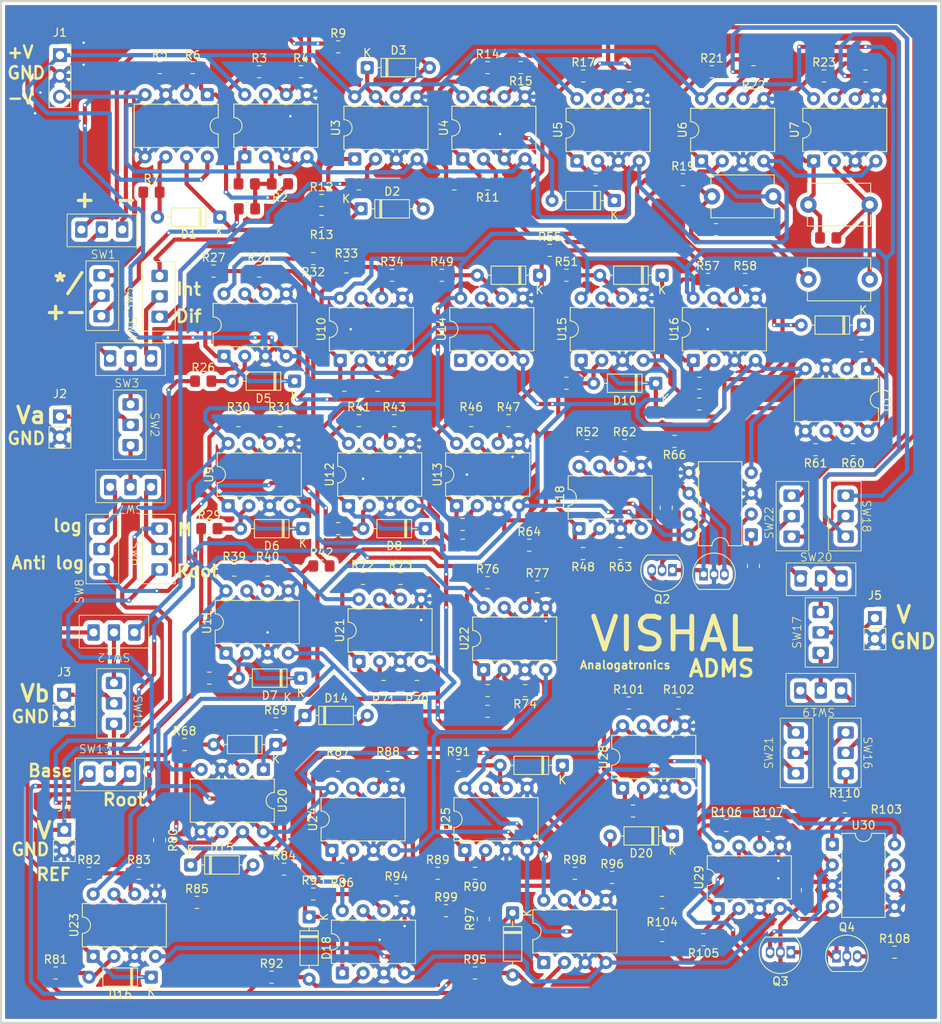
<source format=kicad_pcb>
(kicad_pcb (version 20241229) (generator "pcbnew") (generator_version "9.0")
  (layers (0 "F.Cu" signal "Front") (2 "B.Cu" signal "Back") (13 "F.Paste" user) (15 "B.Paste" user) (5 "F.SilkS" user "F.Silkscreen") (7 "B.SilkS" user "B.Silkscreen") (1 "F.Mask" user) (3 "B.Mask" user) (25 "Edge.Cuts" user))
  (net 0 "")
  (net 1 "Net-(SW4-A)")
  (net 2 "Net-(SW3-C)")
  (net 3 "Net-(SW4-C)")
  (net 4 "Net-(SW20-A)")
  (net 5 "Net-(SW22-C)")
  (net 6 "Net-(SW22-A)")
  (net 7 "Net-(SW2-A)")
  (net 8 "Net-(SW3-A)")
  (net 9 "Net-(SW1-B)")
  (net 10 "Net-(SW1-A)")
  (net 11 "Net-(SW1-C)")
  (net 12 "Net-(J2-Pin_1)")
  (net 13 "Net-(SW2-C)")
  (net 14 "Net-(SW5-C)")
  (net 15 "Net-(SW5-A)")
  (net 16 "Net-(SW6-B)")
  (net 17 "Net-(SW6-C)")
  (net 18 "Net-(SW6-A)")
  (net 19 "Net-(SW7-C)")
  (net 20 "Net-(SW8-C)")
  (net 21 "Net-(SW8-A)")
  (net 22 "Net-(SW10-C)")
  (net 23 "Net-(J3-Pin_1)")
  (net 24 "Net-(SW10-A)")
  (net 25 "Net-(SW12-A)")
  (net 26 "Net-(SW13-A)")
  (net 27 "Net-(SW13-C)")
  (net 28 "Net-(SW16-B)")
  (net 29 "Net-(SW16-C)")
  (net 30 "Net-(SW16-A)")
  (net 31 "Net-(J5-Pin_1)")
  (net 32 "Net-(SW17-A)")
  (net 33 "Net-(SW17-C)")
  (net 34 "Net-(SW18-A)")
  (net 35 "Net-(SW18-C)")
  (net 36 "Net-(SW18-B)")
  (net 37 "Net-(SW19-C)")
  (net 38 "Net-(SW21-A)")
  (net 39 "Net-(SW21-C)")
  (net 40 "Net-(U1A--)")
  (net 41 "Net-(R3-Pad1)")
  (net 42 "Net-(U22A--)")
  (net 43 "Net-(R76-Pad1)")
  (net 44 "Net-(U22B--)")
  (net 45 "Net-(R73-Pad2)")
  (net 46 "Net-(U21B--)")
  (net 47 "Net-(R71-Pad2)")
  (net 48 "Net-(U21A--)")
  (net 49 "Net-(D14-K)")
  (net 50 "Net-(R63-Pad1)")
  (net 51 "Net-(D13-A)")
  (net 52 "Net-(Q2-C)")
  (net 53 "Net-(Q1-C)")
  (net 54 "Net-(J4-Pin_1)")
  (net 55 "Net-(U1B--)")
  (net 56 "Net-(U2A--)")
  (net 57 "Net-(D1-A)")
  (net 58 "Net-(D2-A)")
  (net 59 "Net-(D3-A)")
  (net 60 "Net-(U4A--)")
  (net 61 "Net-(D3-K)")
  (net 62 "Net-(R11-Pad2)")
  (net 63 "Net-(U4B--)")
  (net 64 "Net-(D1-K)")
  (net 65 "Net-(D2-K)")
  (net 66 "GND")
  (net 67 "Net-(Q2-B)")
  (net 68 "Net-(D4-K)")
  (net 69 "Net-(R16-Pad2)")
  (net 70 "Net-(U5B--)")
  (net 71 "Net-(U6A--)")
  (net 72 "Net-(C1-Pad2)")
  (net 73 "Net-(U6B--)")
  (net 74 "Net-(C3-Pad2)")
  (net 75 "Net-(U7B--)")
  (net 76 "Net-(U7A--)")
  (net 77 "Net-(D5-A)")
  (net 78 "Net-(D5-K)")
  (net 79 "Net-(U8B--)")
  (net 80 "Net-(R28-Pad2)")
  (net 81 "Net-(D6-A)")
  (net 82 "Net-(D6-K)")
  (net 83 "Net-(U9B--)")
  (net 84 "Net-(R31-Pad2)")
  (net 85 "Net-(U10B--)")
  (net 86 "Net-(R33-Pad1)")
  (net 87 "Net-(R34-Pad2)")
  (net 88 "Net-(U10A--)")
  (net 89 "Net-(D7-A)")
  (net 90 "Net-(D8-A)")
  (net 91 "Net-(D7-K)")
  (net 92 "Net-(U11B--)")
  (net 93 "Net-(R40-Pad2)")
  (net 94 "Net-(U12B--)")
  (net 95 "Net-(D8-K)")
  (net 96 "Net-(R43-Pad2)")
  (net 97 "Net-(U13A--)")
  (net 98 "Net-(R45-Pad2)")
  (net 99 "Net-(U13B--)")
  (net 100 "Net-(R47-Pad2)")
  (net 101 "Net-(R48-Pad2)")
  (net 102 "Net-(U18A--)")
  (net 103 "Net-(D11-A)")
  (net 104 "Net-(D10-A)")
  (net 105 "Net-(D9-A)")
  (net 106 "Net-(U18B--)")
  (net 107 "Net-(U16A--)")
  (net 108 "Net-(D9-K)")
  (net 109 "Net-(D10-K)")
  (net 110 "Net-(U16B--)")
  (net 111 "Net-(D11-K)")
  (net 112 "Net-(R56-Pad2)")
  (net 113 "Net-(D12-A)")
  (net 114 "Net-(D12-K)")
  (net 115 "Net-(R59-Pad2)")
  (net 116 "Net-(U17B--)")
  (net 117 "Net-(D18-A)")
  (net 118 "Net-(D18-K)")
  (net 119 "Net-(U26B--)")
  (net 120 "Net-(R94-Pad2)")
  (net 121 "Net-(D19-A)")
  (net 122 "Net-(D19-K)")
  (net 123 "Net-(U27B--)")
  (net 124 "Net-(D17-K)")
  (net 125 "Net-(D20-K)")
  (net 126 "Net-(R100-Pad2)")
  (net 127 "Net-(U28B--)")
  (net 128 "Net-(R102-Pad2)")
  (net 129 "Net-(R103-Pad2)")
  (net 130 "Net-(U29A--)")
  (net 131 "Net-(R105-Pad2)")
  (net 132 "Net-(U29B--)")
  (net 133 "Net-(Q3-B)")
  (net 134 "Net-(Q4-C)")
  (net 135 "Net-(Q3-C)")
  (net 136 "Net-(D4-A)")
  (net 137 "Net-(D17-A)")
  (net 138 "Net-(R90-Pad2)")
  (net 139 "Net-(U25A--)")
  (net 140 "Net-(R88-Pad2)")
  (net 141 "Net-(U24B--)")
  (net 142 "Net-(R86-Pad2)")
  (net 143 "Net-(U24A--)")
  (net 144 "Net-(R83-Pad2)")
  (net 145 "Net-(D15-K)")
  (net 146 "Net-(U23B--)")
  (net 147 "Net-(D16-K)")
  (net 148 "Net-(D16-A)")
  (net 149 "Net-(D15-A)")
  (net 150 "Net-(D20-A)")
  (net 151 "Net-(Q1-E)")
  (net 152 "Net-(Q3-E)")
  (net 153 "Net-(J1-Pin_3)")
  (net 154 "Net-(J1-Pin_1)")
  (net 155 "Net-(D13-K)")
  (footprint "Resistor_SMD:R_0805_2012Metric_Pad1.20x1.40mm_HandSolder" (layer "F.Cu") (at 257.54 120.396)
    (property "Reference" "R59" (hide yes))
    (property "Value" "4.7k")
  )
  (footprint "Package_DIP:DIP-8_W7.62mm" (layer "F.Cu") (at 254 181.356)
    (property "Reference" "U30")
    (property "Value" "LM358")
  )
  (footprint "Resistor_SMD:R_0805_2012Metric_Pad1.20x1.40mm_HandSolder" (layer "F.Cu") (at 239.776 106.172)
    (property "Reference" "R20" (hide yes))
    (property "Value" "1MEG")
  )
  (footprint "Resistor_SMD:R_0805_2012Metric_Pad1.20x1.40mm_HandSolder" (layer "F.Cu") (at 198.374 125.217)
    (property "Reference" "R35" (hide yes))
    (property "Value" "1k")
  )
  (footprint "Resistor_SMD:R_0805_2012Metric_Pad1.20x1.40mm_HandSolder" (layer "F.Cu") (at 203.184 162.052 180)
    (property "Reference" "R70")
    (property "Value" "1k")
  )
  (footprint "Resistor_SMD:R_0805_2012Metric_Pad1.20x1.40mm_HandSolder" (layer "F.Cu") (at 171.72 86.36)
    (property "Reference" "R5")
    (property "Value" "4.7k")
  )
  (footprint "Resistor_SMD:R_0805_2012Metric_Pad1.20x1.40mm_HandSolder" (layer "F.Cu") (at 191.5 147.32)
    (property "Reference" "R42")
    (property "Value" "4.7k")
  )
  (footprint "Resistor_SMD:R_0805_2012Metric_Pad1.20x1.40mm_HandSolder" (layer "F.Cu") (at 196.088 100.584)
    (property "Reference" "R8" (hide yes))
    (property "Value" "4.7k" (hide yes))
  )
  (footprint "Resistor_SMD:R_0805_2012Metric_Pad1.20x1.40mm_HandSolder" (layer "F.Cu") (at 208.264 171.704)
    (property "Reference" "R91")
    (property "Value" "4.7k")
  )
  (footprint "Resistor_SMD:R_0805_2012Metric_Pad1.20x1.40mm_HandSolder" (layer "F.Cu") (at 190.5 187.452)
    (property "Reference" "R93")
    (property "Value" "4.7k")
  )
  (footprint "Resistor_SMD:R_0805_2012Metric_Pad1.20x1.40mm_HandSolder" (layer "F.Cu") (at 186.436 129.54)
    (property "Reference" "R31")
    (property "Value" "4.7k")
  )
  (footprint "Diode_THT:D_DO-35_SOD27_P7.62mm_Horizontal" (layer "F.Cu") (at 188.214 124.709 180)
    (property "Reference" "D5")
    (property "Value" "1N4148")
  )
  (footprint "Resistor_SMD:R_0805_2012Metric_Pad1.20x1.40mm_HandSolder" (layer "F.Cu") (at 201.168 148.844)
    (property "Reference" "R73")
    (property "Value" "4.7k")
  )
  (footprint "Package_DIP:DIP-8_W7.62mm" (layer "F.Cu") (at 223.266 122.169 90)
    (property "Reference" "U15")
    (property "Value" "LM358")
  )
  (footprint "Package_DIP:DIP-8_W7.62mm" (layer "F.Cu") (at 193.802 122.169 90)
    (property "Reference" "U10")
    (property "Value" "LM358")
  )
  (footprint "Resistor_SMD:R_0805_2012Metric_Pad1.20x1.40mm_HandSolder" (layer "F.Cu") (at 208.804 144.78)
    (property "Reference" "R44" (hide yes))
    (property "Value" "1k")
  )
  (footprint "Resistor_SMD:R_0805_2012Metric_Pad1.20x1.40mm_HandSolder" (layer "F.Cu") (at 217.916 149.86)
    (property "Reference" "R77")
    (property "Value" "4.7k")
  )
  (footprint "Resistor_SMD:R_0805_2012Metric_Pad1.20x1.40mm_HandSolder" (layer "F.Cu") (at 200.136 111.76)
    (property "Reference" "R34")
    (property "Value" "4.7k")
  )
  (footprint "Resistor_SMD:R_0805_2012Metric_Pad1.20x1.40mm_HandSolder" (layer "F.Cu") (at 235.728 100.076)
    (property "Reference" "R19")
    (property "Value" "3.3K")
  )
  (footprint "Resistor_SMD:R_0805_2012Metric_Pad1.20x1.40mm_HandSolder" (layer "F.Cu") (at 181.356 129.54)
    (property "Reference" "R30")
    (property "Value" "4.7k")
  )
  (footprint "Package_DIP:DIP-8_W7.62mm" (layer "F.Cu") (at 179.578 121.661 90)
    (property "Reference" "U8" (hide yes))
    (property "Value" "LM358")
  )
  (footprint "Resistor_SMD:R_0805_2012Metric_Pad1.20x1.40mm_HandSolder" (layer "F.Cu") (at 244.348 86.868 180)
    (property "Reference" "R22")
    (property "Value" "4.7k")
  )
  (footprint "Resistor_SMD:R_0805_2012Metric_Pad1.20x1.40mm_HandSolder" (layer "F.Cu") (at 261.62 194.564)
    (property "Reference" "R108")
    (property "Value" "1k")
  )
  (footprint "Connector_PinSocket_2.54mm:PinSocket_1x03_P2.54mm_Vertical" (layer "F.Cu") (at 159.512 84.836)
    (property "Reference" "J1")
    (property "Value" "power supply")
  )
  (footprint "Resistor_SMD:R_0805_2012Metric_Pad1.20x1.40mm_HandSolder" (layer "F.Cu") (at 171.704 180.848 -90)
    (property "Reference" "R80")
    (property "Value" "4.7k")
  )
  (footprint "Resistor_SMD:R_0805_2012Metric_Pad1.20x1.40mm_HandSolder" (layer "F.Cu") (at 206.74 189.484)
    (property "Reference" "R99")
    (property "Value" "4.7k")
  )
  (footprint "Resistor_SMD:R_0805_2012Metric_Pad1.20x1.40mm_HandSolder" (layer "F.Cu") (at 206.232 111.76)
    (property "Reference" "R49")
    (property "Value" "4.7k")
  )
  (footprint "Connector_PinSocket_2.54mm:PinSocket_1x02_P2.54mm_Vertical" (layer "F.Cu") (at 160.045 179.598)
    (property "Reference" "J4")
    (property "Value" "REF")
  )
  (footprint "Resistor_SMD:R_0805_2012Metric_Pad1.20x1.40mm_HandSolder" (layer "F.Cu") (at 233.172 188.468 180)
    (property "Reference" "R103")
    (property "Value" "33k")
  )
  (footprint "Package_DIP:DIP-8_W7.62mm" (layer "F.Cu") (at 180.086 139.949 90)
    (property "Reference" "U9")
    (property "Value" "LM358")
  )
  (footprint "Resistor_SMD:R_0805_2012Metric_Pad1.20x1.40mm_HandSolder" (layer "F.Cu") (at 183.896 86.868)
    (property "Reference" "R3")
    (property "Value" "4.7k")
  )
  (footprint "Resistor_SMD:R_0805_2012Metric_Pad1.20x1.40mm_HandSolder" (layer "F.Cu") (at 177.038 124.709)
    (property "Reference" "R26")
    (property "Value" "4.7k")
  )
  (footprint "Resistor_SMD:R_0805_2012Metric_Pad1.20x1.40mm_HandSolder" (layer "F.Cu") (at 251.952 133.096 180)
    (property "Reference" "R61")
    (property "Value" "4.7k")
  )
  (footprint "Resistor_SMD:R_0805_2012Metric_Pad1.20x1.40mm_HandSolder" (layer "F.Cu") (at 163.068 184.912)
    (property "Reference" "R82")
    (property "Value" "4.7k")
  )
  (footprint "Diode_THT:D_DO-35_SOD27_P7.62mm_Horizontal" (layer "F.Cu") (at 189.23 142.748 180)
    (property "Reference" "D6")
    (property "Value" "1N4148")
  )
  (footprint "Package_DIP:DIP-8_W7.62mm" (layer "F.Cu") (at 223.012 142.748 90)
    (property "Reference" "U18")
    (property "Value" "LM358")
  )
  (footprint "Diode_THT:D_DO-35_SOD27_P7.62mm_Horizontal" (layer "F.Cu") (at 189.484 165.608)
    (property "Reference" "D14")
    (property "Value" "1N4148")
  )
  (footprint "Diode_THT:D_DO-35_SOD27_P7.62mm_Horizontal" (layer "F.Cu") (at 257.81 117.856 180)
    (property "Reference" "D12" (hide yes))
    (property "Value" "1N4148")
  )
  (footprint "Resistor_SMD:R_0805_2012Metric_Pad1.20x1.40mm_HandSolder" (layer "F.Cu") (at 224.012 132.588)
    (property "Reference" "R52")
    (property "Value" "4.7k")
  )
  (footprint "Resistor_SMD:R_0805_2012Metric_Pad1.20x1.40mm_HandSolder" (layer "F.Cu") (at 175.768 86.36)
    (property "Reference" "R6")
    (property "Value" "4.7k")
  )
  (footprint "Resistor_SMD:R_0805_2012Metric_Pad1.20x1.40mm_HandSolder" (layer "F.Cu") (at 216.408 162.56 180)
    (property "Reference" "R74")
    (property "Value" "4.7k")
  )
  (footprint "Resistor_SMD:R_0805_2012Metric_Pad1.20x1.40mm_HandSolder" (layer "F.Cu") (at 191.516 105.156 180)
    (property "Reference" "R13")
    (property "Value" "4.7k")
  )
  (footprint "Resistor_SMD:R_0805_2012Metric_Pad1.20x1.40mm_HandSolder" (layer "F.Cu") (at 219.44 108.712)
    (property "Reference" "R55")
    (property "Value" "4.7k")
  )
  (footprint "Diode_THT:D_DO-35_SOD27_P7.62mm_Horizontal" (layer "F.Cu") (at 170.688 197.612 180)
    (property "Reference" "D16")
    (property "Value" "1N4148")
  )
  (footprint "Resistor_SMD:R_0805_2012Metric_Pad1.20x1.40mm_HandSolder" (layer "F.Cu") (at 200.406 129.54)
    (property "Reference" "R43")
    (property "Value" "4.7k")
  )
  (footprint "Resistor_SMD:R_0805_2012Metric_Pad1.20x1.40mm_HandSolder" (layer "F.Cu") (at 177.784 161.036)
    (property "Reference" "R37" (hide yes))
    (property "Value" "4.7k")
  )
  (footprint "custom_Library_footprint:spdt final" (layer "F.Cu") (at 165.608 172.72)
    (property "Reference" "SW13")
    (property "Value" "SW_SPDT")
  )
  (footprint "Diode_THT:D_DO-35_SOD27_P7.62mm_Horizontal" (layer "F.Cu") (at 234.442 180.34 180)
    (property "Reference" "D20")
    (property "Value" "1N4148")
  )
  (footprint "Package_DIP:DIP-8_W7.62mm" (layer "F.Cu") (at 244.089 143.51 180)
    (property "Reference" "U19" (hide yes))
    (property "Value" "LM358")
  )
  (footprint "Resistor_SMD:R_0805_2012Metric_Pad1.20x1.40mm_HandSolder" (layer "F.Cu") (at 199.12 162.052 180)
    (property "Reference" "R71")
    (property "Value" "2k")
  )
  (footprint "Resistor_SMD:R_0805_2012Metric_Pad1.20x1.40mm_HandSolder" (layer "F.Cu") (at 208.772 142.24 180)
    (property "Reference" "R45" (hide yes))
    (property "Value" "22k")
  )
  (footprint "Resistor_SMD:R_0805_2012Metric_Pad1.20x1.40mm_HandSolder" (layer "F.Cu") (at 244.348 147.32 90)
    (property "Reference" "R67" (hide yes))
    (property "Value" "1k")
  )
  (footprint "Package_DIP:DIP-8_W7.62mm" (layer "F.Cu") (at 258.318 123.195 -90)
    (property "Reference" "U17")
    (property "Value" "LM358")
  )
  (footprint "Resistor_SMD:R_0805_2012Metric_Pad1.20x1.40mm_HandSolder" (layer "F.Cu") (at 229.616 177.292 180)
    (property "Reference" "R100" (hide yes))
    (property "Value" "4.7k")
  )
  (footprint "Resistor_SMD:R_0805_2012Metric_Pad1.20x1.40mm_HandSolder" (layer "F.Cu") (at 174.752 169.164)
    (property "Reference" "R68")
    (property "Value" "10k")
  )
  (footprint "Resistor_SMD:R_0805_2012Metric_Pad1.20x1.40mm_HandSolder" (layer "F.Cu") (at 191.5 102.616)
    (property "Reference" "R12")
    (property "Value" "4.7k")
  )
  (footprint "Resistor_SMD:R_0805_2012Metric_Pad1.20x1.40mm_HandSolder" (layer "F.Cu") (at 211.312 190.5 90)
    (property "Reference" "R97")
    (property "Value" "4.7k")
  )
  (footprint "Package_TO_SOT_THT:TO-92_Inline" (layer "F.Cu") (at 234.442 147.828 180)
    (property "Reference" "Q2")
    (property "Value" "2N3904")
  )
  (footprint "custom_Library_footprint:spdt final" (layer "F.Cu") (at 168.148 130.048 -90)
    (property "Reference" "SW2")
    (property "Value" "SW_SPDT")
  )
  (footprint "Resistor_SMD:R_0805_2012Metric_Pad1.20x1.40mm_HandSolder" (layer "F.Cu") (at 209.82 129.54)
    (property "Reference" "R46")
    (property "Value" "4.7k")
  )
  (footprint "Resistor_SMD:R_0805_2012Metric_Pad1.20x1.40mm_HandSolder" (layer "F.Cu") (at 193.548 142.748)
    (property "Reference" "R38" (hide yes))
    (property "Value" "4.7k")
  )
  (footprint "Resistor_SMD:R_0805_2012Metric_Pad1.20x1.40mm_HandSolder" (layer "F.Cu") (at 223.52 87.376)
    (property "Reference" "R17")
    (property "Value" "4.7k")
  )
  (footprint "Capacitor_THT:C_Disc_D7.5mm_W5.0mm_P7.50mm" (layer "F.Cu") (at 251.072 112.268)
    (property "Reference" "C2" (hide yes))
    (property "Value" "47n")
  )
  (footprint "Resistor_SMD:R_0805_2012Metric_Pad1.20x1.40mm_HandSolder" (layer "F.Cu") (at 227.06 185.42)
    (property "Reference" "R96")
    (property "Value" "4.7k")
  )
  (footprint "custom_Library_footprint:spdt final" (layer "F.Cu") (at 168.148 137.668 180)
    (property "Reference" "SW7")
    (property "Value" "SW_SPDT")
  )
  (footprint "Resistor_SMD:R_0805_2012Metric_Pad1.20x1.40mm_HandSolder" (layer "F.Cu") (at 200.66 186.944)
    (property "Reference" "R94")
    (property "Value" "4.7k")
  )
  (footprint "Package_DIP:DIP-8_W7.62mm" (layer "F.Cu") (at 208.026 139.949 90)
    (property "Reference" "U13")
    (property "Value" "LM358")
  )
  (footprint "Package_DIP:DIP-8_W7.62mm" (layer "F.Cu") (at 195.58 97.536 90)
    (property "Reference" "U3")
    (property "Value" "LM358")
  )
  (footprint "Resistor_SMD:R_0805_2012Metric_Pad1.20x1.40mm_HandSolder" (layer "F.Cu") (at 205.724 184.912)
    (property "Reference" "R89")
    (property "Value" "4.7k")
  )
  (footprint "Resistor_SMD:R_0805_2012Metric_Pad1.20x1.40mm_HandSolder" (layer "F.Cu") (at 253.492 107.188 180)
    (property "Reference" "R25" (hide yes))
    (property "Value" "3.3K")
  )
  (footprint "Resistor_SMD:R_0805_2012Metric_Pad1.20x1.40mm_HandSolder" (layer "F.Cu") (at 158.988 197.104)
    (property "Reference" "R81")
    (property "Value" "4.7k")
  )
  (footprint "Resistor_SMD:R_0805_2012Metric_Pad1.20x1.40mm_HandSolder" (layer "F.Cu") (at 184.912 147.828)
    (property "Reference" "R40")
    (property "Value" "4.7k")
  )
  (footprint "Resistor_SMD:R_0805_2012Metric_Pad1.20x1.40mm_HandSolder" (layer "F.Cu") (at 233.188 128.524)
    (property "Reference" "R54" (hide yes))
    (property "Value" "4.7k")
  )
  (footprint "Diode_THT:D_DO-35_SOD27_P7.62mm_Horizontal" (layer "F.Cu") (at 179.07 104.648 180)
    (property "Reference" "D1")
    (property "Value" "1N4148")
  )
  (footprint "Package_TO_SOT_THT:TO-92_Inline" (layer "F.Cu") (at 248.92 194.564 180)
    (property "Reference" "Q3")
    (property "Value" "2N3904")
  )
  (footprint "Package_DIP:DIP-8_W7.62mm" (layer "F.Cu") (at 196.088 159.004 90)
    (property "Reference" "U21")
    (property "Value" "LM358")
  )
  (footprint "Resistor_SMD:R_0805_2012Metric_Pad1.20x1.40mm_HandSolder" (layer "F.Cu") (at 239.268 86.868)
    (property "Reference" "R21")
    (property "Value" "4.7k")
  )
  (footprint "Resistor_SMD:R_0805_2012Metric_Pad1.20x1.40mm_HandSolder" (layer "F.Cu") (at 238.236 193.04 180)
    (property "Reference" "R105")
    (property "Value" "1k")
  )
  (footprint "Resistor_SMD:R_0805_2012Metric_Pad1.20x1.40mm_HandSolder" (layer "F.Cu") (at 176.26 188.468)
    (property "Reference" "R85")
    (property "Value" "4.7k")
  )
  (footprint "custom_Library_footprint:spdt final" (layer "F.Cu") (at 171.704 114.34 -90)
    (property "Reference" "SW4")
    (property "Value" "SW_SPDT")
  )
  (footprint "Package_DIP:DIP-8_W7.62mm" (layer "F.Cu") (at 228.346 174.493 90)
    (property "Reference" "U28")
    (property "Value" "LM358")
  )
  (footprint "Package_DIP:DIP-8_W7.62mm" (layer "F.Cu") (at 251.714 97.785 90)
    (property "Reference" "U7")
    (property "Value" "LM358")
  )
  (footprint "Package_DIP:DIP-8_W7.62mm" (layer "F.Cu") (at 194.818 139.949 90)
    (property "Reference" "U12")
    (property "Value" "LM358")
  )
  (footprint "Resistor_SMD:R_0805_2012Metric_Pad1.20x1.40mm_HandSolder" (layer "F.Cu") (at 185.404 197.612)
    (property "Reference" "R92")
    (property "Value" "4.7k")
  )
  (footprint "Package_DIP:DIP-8_W7.62mm" (layer "F.Cu") (at 222.758 97.785 90)
    (property "Reference" "U5")
    (property "Value" "LM358")
  )
  (footprint "Resistor_SMD:R_0805_2012Metric_Pad1.20x1.40mm_HandSolder" (layer "F.Cu") (at 211.82 165.1)
    (property "Reference" "R75" (hide yes))
    (property "Value" "4.7k")
  )
  (footprint "custom_Library_footprint:spdt final" (layer "F.Cu") (at 171.704 145.248 -90)
    (property "Reference" "SW6")
    (property "Value" "SW_SPDT")
  )
  (footprint "Resistor_SMD:R_0805_2012Metric_Pad1.20x1.40mm_HandSolder" (layer "F.Cu") (at 182.356 100.584 180)
    (property "Reference" "R79" (hide yes))
    (property "Value" "4.7k")
  )
  (footprint "custom_Library_footprint:spdt final" (layer "F.Cu") (at 164.632 106.172)
    (property "Reference" "SW1")
    (property "Value" "SW_SPDT")
  )
  (footprint "Resistor_SMD:R_0805_2012Metric_Pad1.20x1.40mm_HandSolder" (layer "F.Cu") (at 178.308 111.252)
    (property "Reference" "R27")
    (property "Value" "4.7k")
  )
  (footprint "Resistor_SMD:R_0805_2012Metric_Pad1.20x1.40mm_HandSolder" (layer "F.Cu") (at 241.03 179.065)
    (property "Reference" "R106")
    (property "Value" "4.7k")
  )
  (footprint "custom_Library_footprint:spdt final" (layer "F.Cu") (at 164.592 114.26 90)
    (property "Reference" "SW5")
    (property "Value" "SW_SPDT")
  )
  (footprint "Resistor_SMD:R_0805_2012Metric_Pad1.20x1.40mm_HandSolder" (layer "F.Cu") (at 211.82 86.36)
    (property "Reference" "R14")
    (property "Value" "4.7k")
  )
  (footprint "Diode_THT:D_DO-35_SOD27_P7.62mm_Horizontal" (layer "F.Cu") (at 185.928 169.164 180)
    (property "Reference" "D13" (hide yes))
    (property "Value" "1N4148")
  )
  (footprint "Package_DIP:DIP-8_W7.62mm" (layer "F.Cu") (at 218.694 195.829 90)
    (property "Reference" "U27" (hide yes))
    (property "Value" "LM358")
  )
  (footprint "Resistor_SMD:R_0805_2012Metric_Pad1.20x1.40mm_HandSolder" (layer "F.Cu") (at 246.126 179.065)
    (property "Reference" "R107")
    (property "Value" "4.7k")
  )
  (footprint "Package_TO_SOT_THT:TO-92_Inline" (layer "F.Cu") (at 238.252 148.336)
    (property "Reference" "Q1" (hide yes))
    (property "Value" "2N3904")
  )
  (footprint "Resistor_SMD:R_0805_2012Metric_Pad1.20x1.40mm_HandSolder" (layer "F.Cu") (at 194.31 125.217 180)
    (property "Reference" "R36" (hide yes))
    (property "Value" "22k")
  )
  (footprint "Resistor_SMD:R_0805_2012Metric_Pad1.20x1.40mm_HandSolder" (layer "F.Cu") (at 235.188 164.084)
    (property "Reference" "R102")
    (property "Value" "4.7k")
  )
  (footprint "Resistor_SMD:R_0805_2012Metric_Pad1.20x1.40mm_HandSolder" (layer "F.Cu") (at 170.704 101.6)
    (property "Reference" "R7")
    (property "Value" "4.7k")
  )
  (footprint "Resistor_SMD:R_0805_2012Metric_Pad1.20x1.40mm_HandSolder" (layer "F.Cu") (at 228.076 145.796 180)
    (property "Reference" "R63")
    (property "Value" "3.9k")
  )
  (footprint "Resistor_SMD:R_0805_2012Metric_Pad1.20x1.40mm_HandSolder" (layer "F.Cu") (at 228.6 132.588)
    (property "Reference" "R62")
    (property "Value" "4.7k")
  )
  (footprint "Resistor_SMD:R_0805_2012Metric_Pad1.20x1.40mm_HandSolder" (layer "F.Cu") (at 211.836 162.56 180)
    (property "Reference" "R78" (hide yes))
    (property "Value" "4.7k")
  )
  (footprint "Resistor_SMD:R_0805_2012Metric_Pad1.20x1.40mm_HandSolder" (layer "F.Cu") (at 186.42 100.584 180)
    (property "Reference" "R2")
    (property "Value" "4.7k")
  )
  (footprint "Package_DIP:DIP-8_W7.62mm" (layer "F.Cu") (at 184.404 172.212 -90)
    (property "Reference" "U20")
    (property "Value" "LM358")
  )
  (footprint "Connector_PinSocket_2.54mm:PinSocket_1x02_P2.54mm_Vertical" (layer "F.Cu") (at 259.2095 153.69)
    (property "Reference" "J5")
    (property "Value" "OUTPUT")
  )
  (footprint "Diode_THT:D_DO-35_SOD27_P7.62mm_Horizontal" (layer "F.Cu") (at 188.976 161.036 180)
    (property "Reference" "D7")
    (property "Value" "1N4148")
  )
  (footprint "Diode_THT:D_DO-35_SOD27_P7.62mm_Horizontal" (layer "F.Cu") (at 197.104 86.36)
    (property "Reference" "D3")
    (property "Value" "1N4148")
  )
  (footprint "Resistor_SMD:R_0805_2012Metric_Pad1.20x1.40mm_HandSolder" (layer "F.Cu") (at 225.044 100.076 180)
    (property "Reference" "R16" (hide yes))
    (property "Value" "4.7k")
  )
  (footprint "Resistor_SMD:R_0805_2012Metric_Pad1.20x1.40mm_HandSolder" (layer "F.Cu") (at 215.884 86.36 180)
    (property "Reference" "R15")
    (property "Value" "4.7k")
  )
  (footprint "Resistor_SMD:R_0805_2012Metric_Pad1.20x1.40mm_HandSolder" (layer "F.Cu") (at 229.092 164.084)
    (property "Reference" "R101")
    (property "Value" "4.7k")
  )
  (footprint "Resistor_SMD:R_0805_2012Metric_Pad1.20x1.40mm_HandSolder" (layer "F.Cu") (at 190.5 109.728 180)
    (property "Reference" "R32")
    (property "Value" "4.7k")
  )
  (footprint "custom_Library_footprint:spdt final" (layer "F.Cu") (at 252.6205 148.844)
    (property "Reference" "SW20")
    (property "Value" "SW_SPDT")
  )
  (footprint "custom_Library_footprint:spdt final" (layer "F.Cu") (at 168.148 121.92)
    (property "Reference" "SW3")
    (property "Value" "SW_SPDT")
  )
  (footprint "Diode_THT:D_DO-35_SOD27_P7.62mm_Horizontal" (layer "F.Cu") (at 220.98 171.704 180)
    (property "Reference" "D17" (hide yes))
    (property "Value" "1N4148")
  )
  (footprint "Resistor_SMD:R_0805_2012Metric_Pad1.20x1.40mm_HandSolder" (layer "F.Cu") (at 229.124 87.376 180)
    (property "Reference" "R18" (hide yes))
    (property "Value" "4.7k")
  )
  (footprint "Package_DIP:DIP-8_W7.62mm" (layer "F.Cu") (at 194.056 197.104 90)
    (property "Reference" "U26" (hide yes))
    (property "Value" "LM358")
  )
  (footprint "custom_Library_footprint:spdt final" (layer "F.Cu") (at 255.6285 170.18 -90)
    (property "Reference" "SW16")
    (property "Value" "SW_SPDT")
  )
  (footprint "Resistor_SMD:R_0805_2012Metric_Pad1.20x1.40mm_HandSolder" (layer "F.Cu") (at 221.472 111.76)
    (property "Reference" "R51")
    (property "Value" "4.7k")
  )
  (footprint "Resistor_SMD:R_0805_2012Metric_Pad1.20x1.40mm_HandSolder" (layer "F.Cu") (at 194.04 184.404 180)
    (property "Reference" "R86")
    (property "Value" "4.7k")
  )
  (footprint "Resistor_SMD:R_0805_2012Metric_Pad1.20x1.40mm_HandSolder" (layer "F.Cu") (at 233.68 140.192 -90)
    (property "Reference" "R65" (hide yes))
    (property "Value" "1k")
  )
  (footprint "Package_DIP:DIP-8_W7.62mm" (layer "F.Cu") (at 211.328 160.02 90)
    (property "Reference" "U22")
    (property "Value" "LM358")
  )
  (footprint "Diode_THT:D_DO-35_SOD27_P7.62mm_Horizontal" (layer "F.Cu") (at 189.992 190.246 -90)
    (property "Reference" "D18")
    (property "Value" "1N4148")
  )
  (footprint "custom_Library_footprint:spdt final" (layer "F.Cu") (at 252.5805 162.56 180)
    (property "Reference" "SW19")
    (property "Value" "SW_SPDT")
  )
  (footprint "Resistor_SMD:R_0805_2012Metric_Pad1.20x1.40mm_HandSolder" (layer "F.Cu") (at 234.696 132.08 180)
    (property "Reference" "R66")
    (property "Value" "1k")
  )
  (footprint "custom_Library_footprint:spdt final" (layer "F.Cu") (at 255.6285 141.224 -90)
    (property "Reference" "SW18")
    (property "Value" "SW_SPDT")
  )
  (footprint "Resistor_SMD:R_0805_2012Metric_Pad1.20x1.40mm_HandSolder" (layer "F.Cu") (at 211.836 100.584 180)
    (property "Reference" "R11")
    (property "Value" "4.7k")
  )
  (footprint "Resistor_SMD:R_0805_2012Metric_Pad1.20x1.40mm_HandSolder" (layer "F.Cu") (at 169.164 184.912)
    (property "Reference" "R83")
    (property "Value" "4.7k")
  )
  (footprint "Resistor_SMD:R_0805_2012Metric_Pad1.20x1.40mm_HandSolder" (layer "F.Cu") (at 193.548 83.82)
    (property "Reference" "R9")
    (property "Value" "4.7k")
  )
  (footprint "Resistor_SMD:R_0805_2012Metric_Pad1.20x1.40mm_HandSolder" (layer "F.Cu") (at 256.524 133.096 180)
    (property "Reference" "R60")
    (property "Value" "4.7k")
  )
  (footprint "Resistor_SMD:R_0805_2012Metric_Pad1.20x1.40mm_HandSolder" (layer "F.Cu") (at 243.332 112.268)
    (property "Reference" "R58")
    (property "Value" "4.7k")
  )
  (footprint "Package_DIP:DIP-8_W7.62mm" (layer "F.Cu") (at 163.576 195.072 90)
    (property "Reference" "U23")
    (property "Value" "LM358")
  )
  (footprint "Resistor_SMD:R_0805_2012Metric_Pad1.20x1.40mm_HandSolder" (layer "F.Cu") (at 188.992 86.868)
    (property "Reference" "R4")
    (property "Value" "4.7k")
  )
  (footprint "Diode_THT:D_DO-35_SOD27_P7.62mm_Horizontal" (layer "F.Cu") (at 175.514 183.896)
    (property "Reference" "D15")
    (property "Value" "1N4148")
  )
  (footprint "Resistor_SMD:R_0805_2012Metric_Pad1.20x1.40mm_HandSolder" (layer "F.Cu") (at 233.172 192.532)
    (property "Reference" "R104")
    (property "Value" "3.9k")
  )
  (footprint "Resistor_SMD:R_0805_2012Metric_Pad1.20x1.40mm_HandSolder" (layer "F.Cu") (at 214.376 129.54)
    (property "Reference" "R47")
    (property "Value" "4.7k")
  )
  (footprint "Resistor_SMD:R_0805_2012Metric_Pad1.20x1.40mm_HandSolder" (layer "F.Cu") (at 196.088 129.54)
    (property "Reference" "R41")
    (property "Value" "4.7k")
  )
  (footprint "Package_DIP:DIP-8_W7.62mm" (layer "F.Cu") (at 177.546 89.667 -90)
    (property "Reference" "U2" (hide yes))
    (property "Value" "LM358")
  )
  (footprint "Diode_THT:D_DO-35_SOD27_P7.62mm_Horizontal" (layer "F.Cu") (at 196.342 103.632)
    (property "Reference" "D2")
    (property "Value" "1N4148")
  )
  (footprint "custom_Library_footprint:spdt final" (layer "F.Cu") (at 249.0245 141.224 90)
    (property "Reference" "SW22")
    (property "Value" "SW_SPDT")
  )
  (footprint "Capacitor_THT:C_Disc_D7.5mm_W5.0mm_P7.50mm" (layer "F.Cu") (at 258.572 103.124 180)
    (property "Reference" "C3" (hide yes))
    (property "Value" "4.7n")
  )
  (footprint "Resistor_SMD:R_0805_2012Metric_Pad1.20x1.40mm_HandSolder" (layer "F.Cu") (at 177.784 142.748)
    (property "Reference" "R29")
    (property "Value" "4.7k")
  )
  (footprint "Package_DIP:DIP-8_W7.62mm" (layer "F.Cu") (at 208.534 122.169 90)
    (property "Reference" "U14")
    (property "Value" "LM358")
  )
  (footprint "Resistor_SMD:R_0805_2012Metric_Pad1.20x1.40mm_HandSolder" (layer "F.Cu") (at 250.952 186.96 90)
    (property "Reference" "R109" (hide yes))
    (property "Value" "1k")
  )
  (footprint "Resistor_SMD:R_0805_2012Metric_Pad1.20x1.40mm_HandSolder" (layer "F.Cu") (at 237.728 124.968 180)
    (property "Reference" "R56" (hide yes))
    (property "Value" "4.7k")
  )
  (footprint "custom_Library_footprint:spdt final" (layer "F.Cu") (at 164.592 145.248 90)
    (property "Reference" "SW8")
    (property "Value" "SW_SPDT")
  )
  (footprint "Package_DIP:DIP-8_W7.62mm" (layer "F.Cu") (at 208.788 97.536 90)
    (property "Reference" "U4")
    (property "Value" "LM358")
  )
  (footprint "Package_DIP:DIP-8_W7.62mm" (layer "F.Cu") (at 240.03 189.225 90)
    (property "Reference" "U29")
    (property "Value" "LM358")
  )
  (footprint "Diode_THT:D_DO-35_SOD27_P7.62mm_Horizontal" (layer "F.Cu") (at 218.186 111.76 180)
    (property "Reference" "D11" (hide yes))
    (property "Value" "1N4148")
  )
  (footprint "Connector_PinSocket_2.54mm:PinSocket_1x02_P2.54mm_Vertical" (layer "F.Cu") (at 159.512 129.032)
    (property "Reference" "J2")
    (property "Value" "input A")
  )
  (footprint "Resistor_SMD:R_0805_2012Metric_Pad1.20x1.40mm_HandSolder" (layer "F.Cu") (at 210.296 197.104)
    (property "Reference" "R95")
    (property "Value" "4.7k")
  )
  (footprint "Resistor_SMD:R_0805_2012Metric_Pad1.20x1.40mm_HandSolder" (layer "F.Cu") (at 183.88 111.252)
    (property "Reference" "R28")
    (property "Value" "4.7k")
  )
  (footprint "Connector_PinSocket_2.54mm:PinSocket_1x02_P2.54mm_Vertical" (layer "F.Cu") (at 160.02 163.068)
    (property "Reference" "J3")
    (property "Value" "INPUT B")
  )
  (footprint "Capacitor_THT:C_Disc_D7.5mm_W5.0mm_P7.50mm" (layer "F.Cu") (at 239.268 102.108)
    (property "Reference" "C1" (hide yes))
    (property "Value" "47n")
  )
  (footprint "Resistor_SMD:R_0805_2012Metric_Pad1.20x1.40mm_HandSolder" (layer "F.Cu") (at 207.756 100.584)
    (property "Reference" "R10" (hide yes))
    (property "Value" "4.7k")
  )
  (footprint "Package_TO_SOT_THT:TO-92_Inline" (layer "F.Cu") (at 254.508 195.072)
    (property "Reference" "Q4")
    (property "Value" "2N3904")
  )
  (footprint "Resistor_SMD:R_0805_2012Metric_Pad1.20x1.40mm_HandSolder" (layer "F.Cu") (at 252.984 87.376)
    (property "Reference" "R23")
    (property "Value" "4.7k")
  )
  (footprint "Resistor_SMD:R_0805_2012Metric_Pad1.20x1.40mm_HandSolder" (layer "F.Cu") (at 221.472 124.968)
    (property "Reference" "R50" (hide yes))
    (property "Value" "4.7k")
  )
  (footprint "Resistor_SMD:R_0805_2012Metric_Pad1.20x1.40mm_HandSolder" (layer "F.Cu") (at 238.776 112.268)
    (property "Reference" "R57")
    (property "Value" "4.7k")
  )
  (footprint "Resistor_SMD:R_0805_2012Metric_Pad1.20x1.40mm_HandSolder" (layer "F.Cu") (at 193.532 171.704)
    (property "Reference" "R87")
    (property "Value" "1k")
  )
  (footprint "custom_Library_footprint:spdt final" (layer "F.Cu") (at 249.5325 170.18 90)
    (property "Reference" "SW21")
    (property "Value" "SW_SPDT")
  )
  (footprint "Resistor_SMD:R_0805_2012Metric_Pad1.20x1.40mm_HandSolder" (layer "F.Cu") (at 237.728 127.508)
    (property "Reference" "R53" (hide yes))
    (property "Value" "4.7k")
  )
  (footprint "Resistor_SMD:R_0805_2012Metric_Pad1.20x1.40mm_HandSolder" (layer "F.Cu") (at 196.58 148.844)
    (property "Reference" "R72")
    (property "Value" "4.7k")
  )
  (footprint "Package_DIP:DIP-8_W7.62mm" (layer "F.Cu") (at 236.982 122.169 90)
    (property "Reference" "U16")
    (property "Value" "LM358")
  )
  (footprint "custom_Library_footprint:spdt final" (layer "F.Cu") (at 166.116 155.448 180)
    (property "Reference" "SW12")
    (property "Value" "SW_SPDT")
  )
  (footprint "Diode_THT:D_DO-35_SOD27_P7.62mm_Horizontal" (layer "F.Cu") (at 227.33 102.616 180)
    (property "Reference" "D4" (hide yes))
    (property "Value" "1N4148")
  )
  (footprint "Resistor_SMD:R_0805_2012Metric_Pad1.20x1.40mm_HandSolder" (layer "F.Cu") (at 258.064 87.376 180)
    (property "Reference" "R24" (hide yes))
    (property "Value" "4.7k")
  )
  (footprint "Resistor_SMD:R_0805_2012Metric_Pad1.20x1.40mm_HandSolder" (layer "F.Cu") (at 222.504 184.912)
    (property "Reference" "R98")
    (property "Value" "4.7k")
  )
  (footprint "Resistor_SMD:R_0805_2012Metric_Pad1.20x1.40mm_HandSolder" (layer "F.Cu") (at 199.644 171.704)
    (property "Reference" "R88")
    (property "Value" "22k")
  )
  (footprint "Diode_THT:D_DO-35_SOD27_P7.62mm_Horizontal" (layer "F.Cu") (at 214.884 189.738 -90)
    (property "Reference" "D19" (hide yes))
    (property "Value" "1N4148")
  )
  (footprint "Package_DIP:DIP-8_W7.62mm" (layer "F.Cu") (at 237.998 97.785 90)
    (property "Reference" "U6")
    (property "Value" "LM358")
  )
  (footprint "Package_DIP:DIP-8_W7.62mm" (layer "F.Cu") (at 209.042 182.113 90)
    (property "Reference" "U25")
    (property "Value" "LM358")
  )
  (footprint "Diode_THT:D_DO-35_SOD27_P7.62mm_Horizontal" (layer "F.Cu") (at 233.172 111.76 180)
    (property "Reference" "D9" (hide yes))
    (property "Value" "1N4148")
  )
  (footprint "Resistor_SMD:R_0805_2012Metric_Pad1.20x1.40mm_HandSolder" (layer "F.Cu") (at 210.296 184.912 180)
    (property "Reference" "R90")
    (property "Value" "4.7k")
  )
  (footprint "Resistor_SMD:R_0805_2012Metric_Pad1.20x1.40mm_HandSolder" (layer "F.Cu") (at 211.836 149.352)
    (property "Reference" "R76")
    (property "Value" "4.7k")
  )
  (footprint "Diode_THT:D_DO-35_SOD27_P7.62mm_Horizontal" (layer "F.Cu") (at 232.41 124.968 180)
    (property "Reference" "D10")
    (property "Value" "1N4148")
  )
  (footprint "Diode_THT:D_DO-35_SOD27_P7.62mm_Horizontal" (layer "F.Cu") (at 204.216 142.748 180)
    (property "Reference" "D8")
    (property "Value" "1N4148")
  )
  (footprint "custom_Library_footprint:spdt final" (layer "F.Cu") (at 166.116 164.124 -90)
    (property "Reference" "SW10")
    (property "Value" "SW_SPDT")
  )
  (footprint "Resistor_SMD:R_0805_2012Metric_Pad1.20x1.40mm_HandSolder" (layer "F.Cu") (at 185.912 166.624)
    (property "Reference" "R69")
    (property "Value" "10k")
  )
  (footprint "custom_Library_footprint:spdt final" (layer "F.Cu") (at 252.5805 155.448 90)
    (property "Reference" "SW17")
    (property "Value" "SW_SPDT")
  )
  (footprint "Resistor_SMD:R_0805_2012Metric_Pad1.20x1.40mm_HandSolder" (layer "F.Cu") (at 223.504 145.796 180)
    (property "Reference" "R48")
    (property "Value" "1k")
  )
  (footprint "Resistor_SMD:R_0805_2012Metric_Pad1.20x1.40mm_HandSolder" (layer "F.Cu") (at 180.832 147.828)
    (property "Reference" "R39")
    (property "Value" "4.7k")
  )
  (footprint "Package_DIP:DIP-8_W7.62mm" (layer "F.Cu") (at 182.118 97.277 90)
    (property "Reference" "U1" (hide yes))
    (property "Value" "LM358")
  )
  (footprint "Resistor_SMD:R_0805_2012Metric_Pad1.20x1.40mm_HandSolder" (layer "F.Cu") (at 216.916 144.78)
    (property "Reference" "R64")
    (property "Value" "33k")
  )
  (footprint "Resistor_SMD:R_0805_2012Metric_Pad1.20x1.40mm_HandSolder" (layer "F.Cu") (at 182.388 103.632)
    (property "Reference" "R1" (hide yes))
    (property "Value" "4.7k")
  )
  (footprint "Resistor_SMD:R_0805_2012Metric_Pad1.20x1.40mm_HandSolder" (layer "F.Cu") (at 186.928 184.404)
    (property "Reference" "R84")
    (property "Value" "4.7k")
  )
  (footprint "Package_DIP:DIP-8_W7.62mm" (layer "F.Cu") (at 179.832 157.988 90)
    (property "Reference" "U11")
    (property "Value" "LM358")
  )
  (footprint "Resistor_SMD:R_0805_2012Metric_Pad1.20x1.40mm_HandSolder" (layer "F.Cu") (at 255.524 176.784)
    (property "Reference" "R110")
    (property "Value" "1k")
  )
  (footprint "Resistor_SMD:R_0805_2012Metric_Pad1.20x1.40mm_HandSolder" (layer "F.Cu") (at 194.548 110.744)
    (property "Reference" "R33")
    (property "Value" "4.7k")
  )
  (footprint "Package_DIP:DIP-8_W7.62mm" (layer "F.Cu") (at 192.786 182.113 90)
    (property "Reference" "U24")
    (property "Value" "LM358")
  )
  (gr_rect (start 152.304 78.216) (end 267.304 203.216) (stroke (width 0.254)) (fill no) (layer "Edge.Cuts"))
  (gr_text "log\n" (at 158.496 143.256 0) (layer "F.SilkS") (effects (font (size 1.5 1.5) (thickness 0.3) (bold yes)) (justify left bottom)))
  (gr_text "VISHAL" (at 224.028 157.988 0) (layer "F.SilkS") (effects (font (size 4 4) (thickness 0.6) (bold yes)) (justify left bottom)))
  (gr_text "Va\n" (at 153.924 130.048 0) (layer "F.SilkS") (effects (font (size 2 2) (thickness 0.4) (bold yes)) (justify left bottom)))
  (gr_text "GND\n" (at 152.908 87.884 0) (layer "F.SilkS") (effects (font (size 1.5 1.5) (thickness 0.3) (bold yes)) (justify left bottom)))
  (gr_text "Analogatronics\n" (at 223.012 160.02 0) (layer "F.SilkS") (effects (font (size 1 1) (thickness 0.2) (bold yes)) (justify left bottom)))
  (gr_text "GND\n" (at 152.908 132.588 0) (layer "F.SilkS") (effects (font (size 1.5 1.5) (thickness 0.3) (bold yes)) (justify left bottom)))
  (gr_text "-\n" (at 166.116 103.632 0) (layer "F.SilkS") (effects (font (size 2 2) (thickness 0.4) (bold yes)) (justify left bottom)))
  (gr_text "GND\n" (at 153.416 182.88 0) (layer "F.SilkS") (effects (font (size 1.5 1.5) (thickness 0.3) (bold yes)) (justify left bottom)))
  (gr_text "-V\n" (at 152.908 90.932 0) (layer "F.SilkS") (effects (font (size 1.5 1.5) (thickness 0.3) (bold yes)) (justify left bottom)))
  (gr_text "Int" (at 173.604 114.34 0) (layer "F.SilkS") (effects (font (size 1.5 1.5) (thickness 0.3) (bold yes)) (justify left bottom)))
  (gr_text "Anti log\n" (at 153.416 147.828 0) (layer "F.SilkS") (effects (font (size 1.5 1.5) (thickness 0.3) (bold yes)) (justify left bottom)))
  (gr_text "Root" (at 173.604 148.844 0) (layer "F.SilkS") (effects (font (size 1.5 1.5) (thickness 0.3) (bold yes)) (justify left bottom)))
  (gr_text "REF\n" (at 156.464 185.928 0) (layer "F.SilkS") (effects (font (size 1.5 1.5) (thickness 0.3) (bold yes)) (justify left bottom)))
  (gr_text "V" (at 261.62 154.432 0) (layer "F.SilkS") (effects (font (size 2 2) (thickness 0.4) (bold yes)) (justify left bottom)))
  (gr_text "V" (at 156.464 180.848 0) (layer "F.SilkS") (effects (font (size 2 2) (thickness 0.4) (bold yes)) (justify left bottom)))
  (gr_text "GND\n" (at 153.416 166.624 0) (layer "F.SilkS") (effects (font (size 1.5 1.5) (thickness 0.3) (bold yes)) (justify left bottom)))
  (gr_text "Dif\n" (at 173.5328 117.6528 0) (layer "F.SilkS") (effects (font (size 1.5 1.5) (thickness 0.3) (bold yes)) (justify left bottom)))
  (gr_text "GND\n" (at 260.9 157.6 0) (layer "F.SilkS") (effects (font (size 1.8 1.8) (thickness 0.36) (bold yes)) (justify left bottom)))
  (gr_text "M" (at 173.736 143.764 0) (layer "F.SilkS") (effects (font (size 1.5 1.5) (thickness 0.3) (bold yes)) (justify left bottom)))
  (gr_text "Root" (at 164.592 176.784 0) (layer "F.SilkS") (effects (font (size 1.5 1.5) (thickness 0.3) (bold yes)) (justify left bottom)))
  (gr_text "ADMS\n" (at 236.22 161.036 0) (layer "F.SilkS") (effects (font (size 2 2) (thickness 0.4) (bold yes)) (justify left bottom)))
  (gr_text "+\n" (at 161.036 103.632 0) (layer "F.SilkS") (effects (font (size 2 2) (thickness 0.4) (bold yes)) (justify left bottom)))
  (gr_text "Base" (at 155.448 173.228 0) (layer "F.SilkS") (effects (font (size 1.5 1.5) (thickness 0.3) (bold yes)) (justify left bottom)))
  (gr_text "+V\n" (at 152.908 85.344 0) (layer "F.SilkS") (effects (font (size 1.5 1.5) (thickness 0.3) (bold yes)) (justify left bottom)))
  (gr_text "*/" (at 158.496 113.792 0) (layer "F.SilkS") (effects (font (size 2 2) (thickness 0.4) (bold yes)) (justify left bottom)))
  (gr_text "+-\n" (at 157.48 117.348 0) (layer "F.SilkS") (effects (font (size 2 2) (thickness 0.4) (bold yes)) (justify left bottom)))
  (gr_text "Vb\n" (at 154.432 164.084 0) (layer "F.SilkS") (effects (font (size 2 2) (thickness 0.4) (bold yes)) (justify left bottom)))
  (segment (start 230.124 101.092) (end 230.124 104.648) (width 0.508) (layer "F.Cu") (net 1))
  (segment (start 229.108 105.664) (end 217.424 105.664) (width 0.508) (layer "F.Cu") (net 1))
  (segment (start 171.704 111.84) (end 171.704 110.236) (width 0.508) (layer "F.Cu") (net 1))
  (segment (start 173.535 107.389) (end 195.887 107.389) (width 0.508) (layer "F.Cu") (net 1))
  (segment (start 208.4075 103.6579) (end 215.4179 103.6579) (width 0.508) (layer "F.Cu") (net 1))
  (segment (start 230.124 104.648) (end 229.108 105.664) (width 0.508) (layer "F.Cu") (net 1))
  (segment (start 171.704 110.236) (end 171.196 109.728) (width 0.508) (layer "F.Cu") (net 1))
  (segment (start 196.596 106.68) (end 205.3854 106.68) (width 0.508) (layer "F.Cu") (net 1))
  (segment (start 231.14 100.076) (end 230.124 101.092) (width 0.508) (layer "F.Cu") (net 1))
  (segment (start 234.728 100.076) (end 231.14 100.076) (width 0.508) (layer "F.Cu") (net 1))
  (segment (start 217.424 105.664) (end 215.4179 103.6579) (width 0.508) (layer "F.Cu") (net 1))
  (segment (start 205.3854 106.68) (end 208.4075 103.6579) (width 0.508) (layer "F.Cu") (net 1))
  (segment (start 195.887 107.389) (end 196.596 106.68) (width 0.508) (layer "F.Cu") (net 1))
  (segment (start 171.196 109.728) (end 173.535 107.389) (width 0.508) (layer "F.Cu") (net 1))
  (segment (start 170.648 121.92) (end 170.048 121.32) (width 0.508) (layer "F.Cu") (net 2))
  (segment (start 170.048 115.996) (end 171.704 114.34) (width 0.508) (layer "F.Cu") (net 2))
  (segment (start 170.048 121.32) (end 170.048 115.996) (width 0.508) (layer "F.Cu") (net 2))
  (segment (start 174.244 111.252) (end 177.292 108.204) (width 0.508) (layer "F.Cu") (net 3))
  (segment (start 174.244 115.316) (end 174.244 111.252) (width 0.508) (layer "F.Cu") (net 3))
  (segment (start 177.292 108.204) (end 196.596 108.204) (width 0.508) (layer "F.Cu") (net 3))
  (segment (start 231.14 105.156) (end 231.14 102.616) (width 0.508) (layer "F.Cu") (net 3))
  (segment (start 172.72 116.84) (end 174.244 115.316) (width 0.508) (layer "F.Cu") (net 3))
  (segment (start 236.728 102.616) (end 236.728 106.68) (width 0.508) (layer "F.Cu") (net 3))
  (segment (start 205.74 107.696) (end 208.788 104.648) (width 0.508) (layer "F.Cu") (net 3))
  (segment (start 197.104 107.696) (end 205.74 107.696) (width 0.508) (layer "F.Cu") (net 3))
  (segment (start 229.616 106.68) (end 231.14 105.156) (width 0.508) (layer "F.Cu") (net 3))
  (segment (start 232.156 101.6) (end 235.712 101.6) (width 0.508) (layer "F.Cu") (net 3))
  (segment (start 236.728 106.68) (end 237.744 107.696) (width 0.508) (layer "F.Cu") (net 3))
  (segment (start 196.596 108.204) (end 197.104 107.696) (width 0.508) (layer "F.Cu") (net 3))
  (segment (start 216.916 106.68) (end 229.616 106.68) (width 0.508) (layer "F.Cu") (net 3))
  (segment (start 214.884 104.648) (end 216.916 106.68) (width 0.508) (layer "F.Cu") (net 3))
  (segment (start 237.744 107.696) (end 246.5 107.696) (width 0.508) (layer "F.Cu") (net 3))
  (segment (start 208.788 104.648) (end 214.884 104.648) (width 0.508) (layer "F.Cu") (net 3))
  (segment (start 231.14 102.616) (end 232.156 101.6) (width 0.508) (layer "F.Cu") (net 3))
  (segment (start 246.5 107.696) (end 251.072 112.268) (width 0.508) (layer "F.Cu") (net 3))
  (segment (start 171.704 116.84) (end 172.72 116.84) (width 0.508) (layer "F.Cu") (net 3))
  (segment (start 235.712 101.6) (end 236.728 102.616) (width 0.508) (layer "F.Cu") (net 3))
  (segment (start 247.2436 145.9671) (end 250.1205 148.844) (width 0.508) (layer "F.Cu") (net 4))
  (segment (start 250.1205 148.844) (end 250.7205 148.244) (width 0.508) (layer "F.Cu") (net 4))
  (segment (start 247.2436 143.0049) (end 247.2436 145.9671) (width 0.508) (layer "F.Cu") (net 4))
  (segment (start 249.0245 141.224) (end 247.2436 143.0049) (width 0.508) (layer "F.Cu") (net 4))
  (segment (start 253.6365 135.088) (end 259.1845 135.088) (width 0.508) (layer "F.Cu") (net 5))
  (segment (start 226.568 81.4334) (end 226.568 85.852) (width 0.508) (layer "F.Cu") (net 5))
  (segment (start 263.144 82.804) (end 261.7734 81.4334) (width 0.508) (layer "F.Cu") (net 5))
  (segment (start 261.7734 81.4334) (end 226.568 81.4334) (width 0.508) (layer "F.Cu") (net 5))
  (segment (start 250.0005 138.724) (end 253.6365 135.088) (width 0.508) (layer "F.Cu") (net 5))
  (segment (start 259.1845 135.0235) (end 263.144 131.064) (width 0.508) (layer "F.Cu") (net 5))
  (segment (start 259.1845 135.088) (end 259.1845 135.0235) (width 0.508) (layer "F.Cu") (net 5))
  (segment (start 226.6 85.852) (end 228.124 87.376) (width 0.508) (layer "F.Cu") (net 5))
  (segment (start 263.144 82.804) (end 263.144 131.064) (width 0.508) (layer "F.Cu") (net 5))
  (segment (start 249.0245 138.724) (end 250.0005 138.724) (width 0.508) (layer "F.Cu") (net 5))
  (segment (start 226.568 85.852) (end 226.6 85.852) (width 0.508) (layer "F.Cu") (net 5))
  (segment (start 228.124 87.376) (end 228.087 87.376) (width 0.508) (layer "F.Cu") (net 5))
  (segment (start 228.087 87.376) (end 225.298 90.165) (width 0.508) (layer "F.Cu") (net 5))
  (segment (start 253.0885 142.24) (end 251.6045 143.724) (width 0.508) (layer "F.Cu") (net 6))
  (segment (start 191.516 80.772) (end 191.5636 80.7244) (width 0.508) (layer "F.Cu") (net 6))
  (segment (start 251.6045 143.724) (end 249.0245 143.724) (width 0.508) (layer "F.Cu") (net 6))
  (segment (start 264.0456 131.2829) (end 259.1845 136.144) (width 0.508) (layer "F.Cu") (net 6))
  (segment (start 253.0885 136.652) (end 253.0885 142.24) (width 0.508) (layer "F.Cu") (net 6))
  (segment (start 191.5636 80.7244) (end 262.0804 80.7244) (width 0.508) (layer "F.Cu") (net 6))
  (segment (start 262.128 80.772) (end 264.0456 82.6896) (width 0.508) (layer "F.Cu") (net 6))
  (segment (start 189.992 86.868) (end 189.992 82.296) (width 0.508) (layer "F.Cu") (net 6))
  (segment (start 259.1845 136.144) (end 253.5965 136.144) (width 0.508) (layer "F.Cu") (net 6))
  (segment (start 191.7192 93.0656) (end 190.9572 93.8276) (width 0.508) (layer "F.Cu") (net 6))
  (segment (start 189.992 82.296) (end 191.516 80.772) (width 0.508) (layer "F.Cu") (net 6))
  (segment (start 189.992 86.868) (end 191.7192 88.5952) (width 0.508) (layer "F.Cu") (net 6))
  (segment (start 191.7192 88.5952) (end 191.7192 93.0656) (width 0.508) (layer "F.Cu") (net 6))
  (segment (start 186.3852 93.8276) (end 184.658 92.1004) (width 0.508) (layer "F.Cu") (net 6))
  (segment (start 184.658 92.1004) (end 184.658 89.657) (width 0.508) (layer "F.Cu") (net 6))
  (segment (start 190.9572 93.8276) (end 186.3852 93.8276) (width 0.508) (layer "F.Cu") (net 6))
  (segment (start 264.0456 82.6896) (end 264.0456 131.2829) (width 0.508) (layer "F.Cu") (net 6))
  (segment (start 253.5965 136.144) (end 253.0885 136.652) (width 0.508) (layer "F.Cu") (net 6))
  (segment (start 168.148 127.548) (end 168.148 121.92) (width 0.508) (layer "F.Cu") (net 7))
  (segment (start 162.346 118.618) (end 165.648 121.92) (width 0.508) (layer "F.Cu") (net 8))
  (segment (start 164.592 114.26) (end 163.2846 115.5674) (width 0.508) (layer "F.Cu") (net 8))
  (segment (start 163.2846 115.5674) (end 163.2738 115.5674) (width 0.508) (layer "F.Cu") (net 8))
  (segment (start 162.346 118.618) (end 162.346 116.4952) (width 0.508) (layer "F.Cu") (net 8))
  (segment (start 163.2738 115.5674) (end 162.346 116.4952) (width 0.508) (layer "F.Cu") (net 8))
  (segment (start 164.632 106.172) (end 156.972 113.832) (width 0.508) (layer "F.Cu") (net 9))
  (segment (start 158.496 155.448) (end 156.972 153.924) (width 0.508) (layer "F.Cu") (net 9))
  (segment (start 156.972 113.832) (end 156.972 153.924) (width 0.508) (layer "F.Cu") (net 9))
  (segment (start 163.616 155.448) (end 158.496 155.448) (width 0.508) (layer "F.Cu") (net 9))
  (segment (start 184.912 102.2604) (end 185.7436 102.2604) (width 0.508) (layer "F.Cu") (net 10))
  (segment (start 185.7436 102.2604) (end 187.42 100.584) (width 0.508) (layer "F.Cu") (net 10))
  (segment (start 177.546 89.667) (end 178.567 89.667) (width 0.508) (layer "F.Cu") (net 10))
  (segment (start 166.4706 86.8182) (end 166.4706 104.648) (width 0.508) (layer "F.Cu") (net 10))
  (segment (start 163.656 104.648) (end 162.132 106.172) (width 0.508) (layer "F.Cu") (net 10))
  (segment (start 175.26 84.836) (end 168.4528 84.836) (width 0.508) (layer "F.Cu") (net 10))
  (segment (start 176.768 88.889) (end 177.546 89.667) (width 0.508) (layer "F.Cu") (net 10))
  (segment (start 175.26 84.852) (end 175.26 84.836) (width 0.508) (layer "F.Cu") (net 10))
  (segment (start 166.4706 104.648) (end 163.656 104.648) (width 0.508) (layer "F.Cu") (net 10))
  (segment (start 176.768 86.36) (end 176.768 88.889) (width 0.508) (layer "F.Cu") (net 10))
  (segment (start 176.768 86.36) (end 175.26 84.852) (width 0.508) (layer "F.Cu") (net 10))
  (segment (start 168.4528 84.836) (end 166.4706 86.8182) (width 0.508) (layer "F.Cu") (net 10))
  (segment (start 178.567 89.667) (end 179.832 90.932) (width 0.508) (layer "F.Cu") (net 10))
  (segment (start 179.832 90.932) (end 179.832 101.6) (width 0.508) (layer "F.Cu") (net 10))
  (via (at 179.832 101.6) (size 0.6) (drill 0.3) (layers "F.Cu" "B.Cu") (net 10))
  (via (at 184.912 102.2604) (size 0.5) (drill 0.3) (layers "F.Cu" "B.Cu") (net 10))
  (segment (start 179.832 101.6) (end 180.34 102.108) (width 0.508) (layer "B.Cu") (net 10))
  (segment (start 180.4924 102.2604) (end 184.912 102.2604) (width 0.508) (layer "B.Cu") (net 10))
  (segment (start 180.34 102.108) (end 180.4924 102.2604) (width 0.508) (layer "B.Cu") (net 10))
  (segment (start 167.132 104.989277) (end 167.132 106.172) (width 0.508) (layer "F.Cu") (net 11))
  (segment (start 167.5798 104.541477) (end 167.132 104.989277) (width 0.508) (layer "F.Cu") (net 11))
  (segment (start 167.5798 89.5002) (end 167.5798 104.541477) (width 0.508) (layer "F.Cu") (net 11))
  (segment (start 167.5798 89.5002) (end 170.72 86.36) (width 0.508) (layer "F.Cu") (net 11))
  (segment (start 159.512 129.032) (end 167.132 129.032) (width 0.508) (layer "F.Cu") (net 12))
  (segment (start 167.132 129.032) (end 168.148 130.048) (width 0.508) (layer "F.Cu") (net 12))
  (segment (start 168.148 132.548) (end 168.148 137.668) (width 0.508) (layer "F.Cu") (net 13))
  (segment (start 169.704 108.172) (end 166.116 111.76) (width 0.508) (layer "F.Cu") (net 14))
  (segment (start 166.116 111.76) (end 164.592 111.76) (width 0.508) (layer "F.Cu") (net 14))
  (segment (start 169.704 101.6) (end 169.704 108.172) (width 0.508) (layer "F.Cu") (net 14))
  (segment (start 164.592 116.76) (end 169.164 112.188) (width 0.508) (layer "F.Cu") (net 15))
  (segment (start 181.1528 105.3084) (end 181.1528 103.8672) (width 0.508) (layer "F.Cu") (net 15))
  (segment (start 169.164 110.236) (end 172.4152 106.9848) (width 0.508) (layer "F.Cu") (net 15))
  (segment (start 169.164 112.188) (end 169.164 110.236) (width 0.508) (layer "F.Cu") (net 15))
  (segment (start 181.1528 103.8672) (end 181.388 103.632) (width 0.508) (layer "F.Cu") (net 15))
  (segment (start 172.4152 106.9848) (end 172.8216 106.5784) (width 0.508) (layer "F.Cu") (net 15))
  (via (at 172.8216 106.5784) (size 0.5) (drill 0.3) (layers "F.Cu" "B.Cu") (net 15))
  (via (at 181.1528 105.3084) (size 0.5) (drill 0.3) (layers "F.Cu" "B.Cu") (net 15))
  (segment (start 172.974 106.426) (end 180.086 106.426) (width 0.508) (layer "B.Cu") (net 15))
  (segment (start 172.8216 106.5784) (end 172.974 106.426) (width 0.508) (layer "B.Cu") (net 15))
  (segment (start 181.1528 105.3592) (end 181.1528 105.3084) (width 0.508) (layer "B.Cu") (net 15))
  (segment (start 180.086 106.426) (end 181.1528 105.3592) (width 0.508) (layer "B.Cu") (net 15))
  (segment (start 170.048 138.268) (end 170.048 143.592) (width 0.508) (layer "F.Cu") (net 16))
  (segment (start 170.648 137.668) (end 170.048 138.268) (width 0.508) (layer "F.Cu") (net 16))
  (segment (start 170.048 143.592) (end 171.704 145.248) (width 0.508) (layer "F.Cu") (net 16))
  (segment (start 170.434 172.466) (end 170.434 176.022) (width 0.508) (layer "F.Cu") (net 17))
  (segment (start 168.656 150.8252) (end 167.9448 151.5364) (width 0.508) (layer "F.Cu") (net 17))
  (segment (start 171.704 177.292) (end 171.704 179.848) (width 0.508) (layer "F.Cu") (net 17))
  (segment (start 168.656 150.796) (end 168.656 150.8252) (width 0.508) (layer "F.Cu") (net 17))
  (segment (start 168.656 150.796) (end 171.704 147.748) (width 0.508) (layer "F.Cu") (net 17))
  (segment (start 170.434 176.022) (end 171.704 177.292) (width 0.508) (layer "F.Cu") (net 17))
  (via (at 170.434 172.466) (size 0.5) (drill 0.3) (layers "F.Cu" "B.Cu") (net 17))
  (via (at 167.9448 151.5364) (size 0.6) (drill 0.3) (layers "F.Cu" "B.Cu") (net 17))
  (segment (start 160.528 153.416) (end 162.4076 151.5364) (width 0.508) (layer "B.Cu") (net 17))
  (segment (start 170.7366 172.1634) (end 170.434 172.466) (width 0.508) (layer "B.Cu") (net 17))
  (segment (start 160.528 156.972) (end 160.528 153.416) (width 0.508) (layer "B.Cu") (net 17))
  (segment (start 167.9448 151.5364) (end 162.4076 151.5364) (width 0.508) (layer "B.Cu") (net 17))
  (segment (start 170.7366 171.6554) (end 170.7366 172.1634) (width 0.508) (layer "B.Cu") (net 17))
  (segment (start 168.148 158.496) (end 162.052 158.496) (width 0.508) (layer "B.Cu") (net 17))
  (segment (start 170.7366 171.6554) (end 170.7366 161.0846) (width 0.508) (layer "B.Cu") (net 17))
  (segment (start 170.688 171.704) (end 170.7366 171.6554) (width 0.508) (layer "B.Cu") (net 17))
  (segment (start 170.7366 161.0846) (end 168.148 158.496) (width 0.508) (layer "B.Cu") (net 17))
  (segment (start 162.052 158.496) (end 160.528 156.972) (width 0.508) (layer "B.Cu") (net 17))
  (segment (start 168.656 143.764) (end 168.656 148.844) (width 0.508) (layer "F.Cu") (net 18))
  (segment (start 199.136 165.1) (end 210.82 165.1) (width 0.508) (layer "F.Cu") (net 18))
  (segment (start 190.5 169.164) (end 196.088 169.164) (width 0.508) (layer "F.Cu") (net 18))
  (segment (start 186.944 172.72) (end 190.5 169.164) (width 0.508) (layer "F.Cu") (net 18))
  (segment (start 167.132 150.368) (end 167.132 151.892) (width 0.508) (layer "F.Cu") (net 18))
  (segment (start 172.974 163.83) (end 166.9786 169.8254) (width 0.508) (layer "F.Cu") (net 18))
  (segment (start 170.7896 152.4) (end 171.3484 152.4) (width 0.508) (layer "F.Cu") (net 18))
  (segment (start 171.3484 152.4) (end 172.974 154.0256) (width 0.508) (layer "F.Cu") (net 18))
  (segment (start 186.944 172.72) (end 186.944 180.848) (width 0.508) (layer "F.Cu") (net 18))
  (segment (start 167.64 152.4) (end 170.7896 152.4) (width 0.508) (layer "F.Cu") (net 18))
  (segment (start 167.132 151.892) (end 167.64 152.4) (width 0.508) (layer "F.Cu") (net 18))
  (segment (start 166.9786 170.18) (end 167.2406 170.442) (width 0.508) (layer "F.Cu") (net 18))
  (segment (start 186.944 180.848) (end 185.928 181.864) (width 0.508) (layer "F.Cu") (net 18))
  (segment (start 172.474 170.442) (end 173.752 169.164) (width 0.508) (layer "F.Cu") (net 18))
  (segment (start 199.136 166.116) (end 199.136 165.1) (width 0.508) (layer "F.Cu") (net 18))
  (segment (start 167.2406 170.442) (end 172.474 170.442) (width 0.508) (layer "F.Cu") (net 18))
  (segment (start 168.656 148.844) (end 167.132 150.368) (width 0.508) (layer "F.Cu") (net 18))
  (segment (start 173.752 179.1556) (end 173.752 169.164) (width 0.508) (layer "F.Cu") (net 18))
  (segment (start 196.088 169.164) (end 199.136 166.116) (width 0.508) (layer "F.Cu") (net 18))
  (segment (start 172.974 154.0256) (end 172.974 163.83) (width 0.508) (layer "F.Cu") (net 18))
  (segment (start 173.736 179.1716) (end 173.752 179.1556) (width 0.508) (layer "F.Cu") (net 18))
  (segment (start 166.9786 169.8254) (end 166.9786 170.18) (width 0.508) (layer "F.Cu") (net 18))
  (via (at 173.736 179.1716) (size 0.5) (drill 0.3) (layers "F.Cu" "B.Cu") (net 18))
  (via (at 168.656 143.764) (size 0.508) (drill 0.3) (layers "F.Cu" "B.Cu") (net 18))
  (via (at 185.928 181.864) (size 0.508) (drill 0.3) (layers "F.Cu" "B.Cu") (net 18))
  (segment (start 173.736 180.34) (end 173.736 179.1716) (width 0.508) (layer "B.Cu") (net 18))
  (segment (start 171.704 142.748) (end 169.672 142.748) (width 0.508) (layer "B.Cu") (net 18))
  (segment (start 169.672 142.748) (end 168.656 143.764) (width 0.508) (layer "B.Cu") (net 18))
  (segment (start 185.928 181.864) (end 175.26 181.864) (width 0.508) (layer "B.Cu") (net 18))
  (segment (start 175.26 181.864) (end 173.736 180.34) (width 0.508) (layer "B.Cu") (net 18))
  (segment (start 165.648 137.668) (end 166.248 138.268) (width 0.508) (layer "F.Cu") (net 19))
  (segment (start 166.248 143.592) (end 164.592 145.248) (width 0.508) (layer "F.Cu") (net 19))
  (segment (start 166.248 138.268) (end 166.248 143.592) (width 0.508) (layer "F.Cu") (net 19))
  (segment (start 173.8426 124.709) (end 172.8216 125.73) (width 0.508) (layer "F.Cu") (net 20))
  (segment (start 176.038 124.709) (end 173.8426 124.709) (width 0.508) (layer "F.Cu") (net 20))
  (segment (start 172.8216 125.73) (end 172.8216 125.7808) (width 0.508) (layer "F.Cu") (net 20))
  (via (at 172.8216 125.7808) (size 0.6) (drill 0.3) (layers "F.Cu" "B.Cu") (net 20))
  (segment (start 172.8216 125.7808) (end 172.8216 139.5984) (width 0.508) (layer "B.Cu") (net 20))
  (segment (start 167.132 140.208) (end 172.212 140.208) (width 0.508) (layer "B.Cu") (net 20))
  (segment (start 172.8216 139.5984) (end 172.212 140.208) (width 0.508) (layer "B.Cu") (net 20))
  (segment (start 164.592 142.748) (end 167.132 140.208) (width 0.508) (layer "B.Cu") (net 20))
  (segment (start 211.328 147.32) (end 205.74 147.32) (width 0.508) (layer "F.Cu") (net 21))
  (segment (start 213.868 144.78) (end 211.328 147.32) (width 0.508) (layer "F.Cu") (net 21))
  (segment (start 204.724 146.304) (end 197.104 146.304) (width 0.508) (layer "F.Cu") (net 21))
  (segment (start 172.72 150.368) (end 171.3484 150.368) (width 0.508) (layer "F.Cu") (net 21))
  (segment (start 172.72 150.368) (end 176.075 147.013) (width 0.508) (layer "F.Cu") (net 21))
  (segment (start 215.916 144.78) (end 213.868 144.78) (width 0.508) (layer "F.Cu") (net 21))
  (segment (start 176.075 147.013) (end 176.075 145.4414) (width 0.508) (layer "F.Cu") (net 21))
  (segment (start 205.74 147.32) (end 204.724 146.304) (width 0.508) (layer "F.Cu") (net 21))
  (via (at 176.075 145.4414) (size 0.5) (drill 0.3) (layers "F.Cu" "B.Cu") (net 21))
  (via (at 197.104 146.304) (size 0.508) (drill 0.3) (layers "F.Cu" "B.Cu") (net 21))
  (via (at 171.3484 150.368) (size 0.6) (drill 0.3) (layers "F.Cu" "B.Cu") (net 21))
  (segment (start 167.212 150.368) (end 164.592 147.748) (width 0.508) (layer "B.Cu") (net 21))
  (segment (start 176.075 145.4414) (end 176.1226 145.4414) (width 0.508) (layer "B.Cu") (net 21))
  (segment (start 182.2694 144.526) (end 183.1848 145.4414) (width 0.508) (layer "B.Cu") (net 21))
  (segment (start 177.038 144.526) (end 182.2694 144.526) (width 0.508) (layer "B.Cu") (net 21))
  (segment (start 176.1226 145.4414) (end 177.038 144.526) (width 0.508) (layer "B.Cu") (net 21))
  (segment (start 196.2414 145.4414) (end 192.024 145.4414) (width 0.508) (layer "B.Cu") (net 21))
  (segment (start 171.3484 150.368) (end 167.212 150.368) (width 0.508) (layer "B.Cu") (net 21))
  (segment (start 192.024 145.4414) (end 183.1848 145.4414) (width 0.508) (layer "B.Cu") (net 21))
  (segment (start 197.104 146.304) (end 196.2414 145.4414) (width 0.508) (layer "B.Cu") (net 21))
  (segment (start 166.116 166.624) (end 166.116 172.212) (width 0.508) (layer "F.Cu") (net 22))
  (segment (start 166.116 172.212) (end 165.608 172.72) (width 0.508) (layer "F.Cu") (net 22))
  (segment (start 160.02 163.068) (end 165.06 163.068) (width 0.508) (layer "F.Cu") (net 23))
  (segment (start 165.06 163.068) (end 166.116 164.124) (width 0.508) (layer "F.Cu") (net 23))
  (segment (start 166.116 161.624) (end 166.116 155.448) (width 0.508) (layer "F.Cu") (net 24))
  (segment (start 193.7512 100.584) (end 195.088 100.584) (width 0.508) (layer "F.Cu") (net 25))
  (via (at 193.7512 100.584) (size 0.5) (drill 0.3) (layers "F.Cu" "B.Cu") (net 25))
  (segment (start 186.944 102.108) (end 184.912 104.14) (width 0.508) (layer "B.Cu") (net 25))
  (segment (start 189.992 100.584) (end 188.468 102.108) (width 0.508) (layer "B.Cu") (net 25))
  (segment (start 179.832 107.696) (end 177.8 107.696) (width 0.508) (layer "B.Cu") (net 25))
  (segment (start 174.244 111.252) (end 174.244 149.82) (width 0.508) (layer "B.Cu") (net 25))
  (segment (start 177.8 107.696) (end 174.244 111.252) (width 0.508) (layer "B.Cu") (net 25))
  (segment (start 184.912 104.14) (end 184.912 105.156) (width 0.508) (layer "B.Cu") (net 25))
  (segment (start 188.468 102.108) (end 186.944 102.108) (width 0.508) (layer "B.Cu") (net 25))
  (segment (start 182.372 105.156) (end 179.832 107.696) (width 0.508) (layer "B.Cu") (net 25))
  (segment (start 184.912 105.156) (end 182.372 105.156) (width 0.508) (layer "B.Cu") (net 25))
  (segment (start 168.616 155.448) (end 174.244 149.82) (width 0.508) (layer "B.Cu") (net 25))
  (segment (start 189.992 100.584) (end 193.7512 100.584) (width 0.508) (layer "B.Cu") (net 25))
  (segment (start 161.584 174.244) (end 163.108 172.72) (width 0.508) (layer "F.Cu") (net 26))
  (segment (start 156.8446 174.244) (end 161.584 174.244) (width 0.508) (layer "F.Cu") (net 26))
  (segment (start 209.296 197.104) (end 208.28 197.104) (width 0.508) (layer "F.Cu") (net 26))
  (segment (start 208.28 197.104) (end 206.756 198.628) (width 0.508) (layer "F.Cu") (net 26))
  (segment (start 156.8446 174.244) (end 156.5148 174.244) (width 0.508) (layer "F.Cu") (net 26))
  (via (at 156.5148 174.244) (size 0.6) (drill 0.3) (layers "F.Cu" "B.Cu") (net 26))
  (via (at 206.756 198.628) (size 0.508) (drill 0.3) (layers "F.Cu" "B.Cu") (net 26))
  (segment (start 206.756 198.628) (end 205.74 199.644) (width 0.508) (layer "B.Cu") (net 26))
  (segment (start 205.74 199.644) (end 157.48 199.644) (width 0.508) (layer "B.Cu") (net 26))
  (segment (start 155.956 174.5488) (end 156.2608 174.244) (width 0.508) (layer "B.Cu") (net 26))
  (segment (start 156.2608 174.244) (end 156.5148 174.244) (width 0.508) (layer "B.Cu") (net 26))
  (segment (start 157.48 199.644) (end 155.956 198.12) (width 0.508) (layer "B.Cu") (net 26))
  (segment (start 155.956 198.12) (end 155.956 174.5488) (width 0.508) (layer "B.Cu") (net 26))
  (segment (start 169.164 162.4076) (end 171.0426 160.529) (width 0.508) (layer "F.Cu") (net 27))
  (segment (start 164.552 176.276) (end 159.004 176.276) (width 0.508) (layer "F.Cu") (net 27))
  (segment (start 189.992 138.176) (end 188.976 137.16) (width 0.508) (layer "F.Cu") (net 27))
  (segment (start 192.024 140.208) (end 192.024 142.224) (width 0.508) (layer "F.Cu") (net 27))
  (segment (start 168.108 172.72) (end 164.552 176.276) (width 0.508) (layer "F.Cu") (net 27))
  (segment (start 175.26 146.812) (end 175.26 141.224) (width 0.508) (layer "F.Cu") (net 27))
  (segment (start 185.35622 137.16) (end 185.0644 137.45182) (width 0.508) (layer "F.Cu") (net 27))
  (segment (start 188.976 137.16) (end 185.35622 137.16) (width 0.508) (layer "F.Cu") (net 27))
  (segment (start 171.0426 160.529) (end 171.0426 156.464) (width 0.508) (layer "F.Cu") (net 27))
  (segment (start 175.26 141.224) (end 176.784 139.7) (width 0.508) (layer "F.Cu") (net 27))
  (segment (start 192.024 142.224) (end 192.548 142.748) (width 0.508) (layer "F.Cu") (net 27))
  (via (at 175.26 146.812) (size 0.508) (drill 0.3) (layers "F.Cu" "B.Cu") (net 27))
  (via (at 192.024 140.208) (size 0.508) (drill 0.3) (layers "F.Cu" "B.Cu") (net 27))
  (via (at 185.0644 137.45182) (size 0.5) (drill 0.3) (layers "F.Cu" "B.Cu") (net 27))
  (via (at 189.992 138.176) (size 0.508) (drill 0.3) (layers "F.Cu" "B.Cu") (net 27))
  (via (at 169.164 162.4076) (size 0.5) (drill 0.3) (layers "F.Cu" "B.Cu") (net 27))
  (via (at 159.004 176.276) (size 0.508) (drill 0.3) (layers "F.Cu" "B.Cu") (net 27))
  (via (at 176.784 139.7) (size 0.6) (drill 0.3) (layers "F.Cu" "B.Cu") (net 27))
  (via (at 171.0426 156.464) (size 0.508) (drill 0.3) (layers "F.Cu" "B.Cu") (net 27))
  (segment (start 175.768 147.32) (end 175.26 146.812) (width 0.508) (layer "B.Cu") (net 27))
  (segment (start 171.0426 154.5854) (end 175.768 149.86) (width 0.508) (layer "B.Cu") (net 27))
  (segment (start 159.004 176.276) (end 159.004 170.18) (width 0.508) (layer "B.Cu") (net 27))
  (segment (start 185.0644 137.45182) (end 179.03218 137.45182) (width 0.508) (layer "B.Cu") (net 27))
  (segment (start 179.03218 137.45182) (end 176.784 139.7) (width 0.508) (layer "B.Cu") (net 27))
  (segment (start 160.528 168.656) (end 167.9956 168.656) (width 0.508) (layer "B.Cu") (net 27))
  (segment (start 167.9956 168.656) (end 169.164 167.4876) (width 0.508) (layer "B.Cu") (net 27))
  (segment (start 159.004 170.18) (end 160.528 168.656) (width 0.508) (layer "B.Cu") (net 27))
  (segment (start 189.992 138.176) (end 192.024 140.208) (width 0.508) (layer "B.Cu") (net 27))
  (segment (start 169.164 167.4876) (end 169.164 162.4076) (width 0.508) (layer "B.Cu") (net 27))
  (segment (start 171.0426 156.464) (end 171.0426 154.5854) (width 0.508) (layer "B.Cu") (net 27))
  (segment (start 175.768 149.86) (end 175.768 147.32) (width 0.508) (layer "B.Cu") (net 27))
  (segment (start 257.6205 165.1645) (end 258.572 166.116) (width 0.508) (layer "F.Cu") (net 28))
  (segment (start 257.6205 165.1) (end 257.6205 165.1645) (width 0.508) (layer "F.Cu") (net 28))
  (segment (start 258.572 167.2365) (end 255.6285 170.18) (width 0.508) (layer "F.Cu") (net 28))
  (segment (start 258.572 166.116) (end 258.572 167.2365) (width 0.508) (layer "F.Cu") (net 28))
  (segment (start 255.0805 162.56) (end 257.6205 165.1) (width 0.508) (layer "F.Cu") (net 28))
  (segment (start 255.6285 172.68) (end 255.6285 175.8885) (width 0.508) (layer "F.Cu") (net 29))
  (segment (start 254 179.308) (end 256.524 176.784) (width 0.508) (layer "F.Cu") (net 29))
  (segment (start 255.6285 175.8885) (end 256.524 176.784) (width 0.508) (layer "F.Cu") (net 29))
  (segment (start 254 181.356) (end 254 179.308) (width 0.508) (layer "F.Cu") (net 29))
  (segment (start 252.476 176.784) (end 252.476 170.8325) (width 0.508) (layer "F.Cu") (net 30))
  (segment (start 220.98 160.02) (end 220.98 154.94) (width 0.508) (layer "F.Cu") (net 30))
  (segment (start 238.252 162.56) (end 223.52 162.56) (width 0.508) (layer "F.Cu") (net 30))
  (segment (start 252.476 176.784) (end 248.92 176.784) (width 0.508) (layer "F.Cu") (net 30))
  (segment (start 220.98 154.94) (end 220.98 150.876) (width 0.508) (layer "F.Cu") (net 30))
  (segment (start 216.408 154.94) (end 220.98 154.94) (width 0.508) (layer "F.Cu") (net 30))
  (segment (start 220.98 150.876) (end 219.964 149.86) (width 0.508) (layer "F.Cu") (net 30))
  (segment (start 219.964 149.86) (end 218.916 149.86) (width 0.508) (layer "F.Cu") (net 30))
  (segment (start 213.868 152.4) (end 216.408 154.94) (width 0.508) (layer "F.Cu") (net 30))
  (segment (start 248.92 176.784) (end 239.776 167.64) (width 0.508) (layer "F.Cu") (net 30))
  (segment (start 220.98 160.02) (end 223.52 162.56) (width 0.508) (layer "F.Cu") (net 30))
  (segment (start 252.476 170.8325) (end 255.6285 167.68) (width 0.508) (layer "F.Cu") (net 30))
  (segment (start 239.776 164.084) (end 238.252 162.56) (width 0.508) (layer "F.Cu") (net 30))
  (segment (start 239.776 167.64) (end 239.776 164.084) (width 0.508) (layer "F.Cu") (net 30))
  (segment (start 259.2095 153.69) (end 257.4515 155.448) (width 0.508) (layer "F.Cu") (net 31))
  (segment (start 257.4515 155.448) (end 252.5805 155.448) (width 0.508) (layer "F.Cu") (net 31))
  (segment (start 252.5805 157.948) (end 252.5805 162.56) (width 0.508) (layer "F.Cu") (net 32))
  (segment (start 252.5805 152.948) (end 252.5805 148.884) (width 0.508) (layer "F.Cu") (net 33))
  (segment (start 252.5805 148.884) (end 252.6205 148.844) (width 0.508) (layer "F.Cu") (net 33))
  (segment (start 252.5805 149.312) (end 252.1125 148.844) (width 0.508) (layer "F.Cu") (net 33))
  (segment (start 243.348 87.355) (end 240.538 90.165) (width 0.508) (layer "F.Cu") (net 34))
  (segment (start 243.348 86.868) (end 243.348 87.355) (width 0.508) (layer "F.Cu") (net 34))
  (segment (start 243.348 86.868) (end 241.808 86.868) (width 0.508) (layer "F.Cu") (net 34))
  (segment (start 255.6285 138.724) (end 255.6285 138.644) (width 0.508) (layer "F.Cu") (net 34))
  (via (at 241.808 86.868) (size 0.508) (drill 0.3) (layers "F.Cu" "B.Cu") (net 34))
  (segment (start 261.821 81.481) (end 263.144 82.804) (width 0.508) (layer "B.Cu") (net 34))
  (segment (start 241.808 82.4484) (end 242.7732 81.4832) (width 0.508) (layer "B.Cu") (net 34))
  (segment (start 260.1205 138.6595) (end 260.1205 138.724) (width 0.508) (layer "B.Cu") (net 34))
  (segment (start 241.808 86.868) (end 241.808 82.4484) (width 0.508) (layer "B.Cu") (net 34))
  (segment (start 263.144 82.804) (end 263.144 135.636) (width 0.508) (layer "B.Cu") (net 34))
  (segment (start 243.0294 81.481) (end 261.821 81.481) (width 0.508) (layer "B.Cu") (net 34))
  (segment (start 243.0272 81.4832) (end 243.0294 81.481) (width 0.508) (layer "B.Cu") (net 34))
  (segment (start 242.7732 81.4832) (end 243.0272 81.4832) (width 0.508) (layer "B.Cu") (net 34))
  (segment (start 263.144 135.636) (end 260.1205 138.6595) (width 0.508) (layer "B.Cu") (net 34))
  (segment (start 260.1205 138.724) (end 255.6285 138.724) (width 0.508) (layer "B.Cu") (net 34))
  (segment (start 257.043 87.376) (end 254.254 90.165) (width 0.508) (layer "F.Cu") (net 35))
  (segment (start 257.064 87.376) (end 255.524 87.376) (width 0.508) (layer "F.Cu") (net 35))
  (segment (start 257.064 87.376) (end 257.043 87.376) (width 0.508) (layer "F.Cu") (net 35))
  (via (at 255.524 87.376) (size 0.508) (drill 0.3) (layers "F.Cu" "B.Cu") (net 35))
  (segment (start 259.1845 136.104) (end 253.5965 136.104) (width 0.508) (layer "B.Cu") (net 35))
  (segment (start 253.5965 136.104) (end 253.0885 136.612) (width 0.508) (layer "B.Cu") (net 35))
  (segment (start 255.524 87.376) (end 255.016 86.868) (width 0.508) (layer "B.Cu") (net 35))
  (segment (start 262.128 83.312) (end 262.128 133.1605) (width 0.508) (layer "B.Cu") (net 35))
  (segment (start 261.112 82.296) (end 262.128 83.312) (width 0.508) (layer "B.Cu") (net 35))
  (segment (start 253.0885 141.184) (end 255.6285 143.724) (width 0.508) (layer "B.Cu") (net 35))
  (segment (start 255.016 86.868) (end 255.016 83.82) (width 0.508) (layer "B.Cu") (net 35))
  (segment (start 256.54 82.296) (end 261.112 82.296) (width 0.508) (layer "B.Cu") (net 35))
  (segment (start 262.128 133.1605) (end 259.1845 136.104) (width 0.508) (layer "B.Cu") (net 35))
  (segment (start 255.016 83.82) (end 256.54 82.296) (width 0.508) (layer "B.Cu") (net 35))
  (segment (start 253.0885 136.612) (end 253.0885 141.184) (width 0.508) (layer "B.Cu") (net 35))
  (segment (start 252.7808 146.5043) (end 255.1205 148.844) (width 0.508) (layer "F.Cu") (net 36))
  (segment (start 255.6256 141.224) (end 252.7808 144.0688) (width 0.508) (layer "F.Cu") (net 36))
  (segment (start 255.1205 148.7453) (end 255.1205 148.844) (width 0.508) (layer "F.Cu") (net 36))
  (segment (start 255.6285 141.224) (end 255.6256 141.224) (width 0.508) (layer "F.Cu") (net 36))
  (segment (start 252.7808 144.0688) (end 252.7808 146.5043) (width 0.508) (layer "F.Cu") (net 36))
  (segment (start 249.5325 170.18) (end 251.1552 170.18) (width 0.508) (layer "F.Cu") (net 37))
  (segment (start 251.1552 170.18) (end 252.476 168.8592) (width 0.508) (layer "F.Cu") (net 37))
  (segment (start 252.476 168.8592) (end 252.476 164.9555) (width 0.508) (layer "F.Cu") (net 37))
  (segment (start 252.476 164.9555) (end 250.0805 162.56) (width 0.508) (layer "F.Cu") (net 37))
  (segment (start 244.089 146.061) (end 244.348 146.32) (width 0.508) (layer "F.Cu") (net 38))
  (segment (start 245.7186 146.812) (end 245.7186 168.8661) (width 0.508) (layer "F.Cu") (net 38))
  (segment (start 244.089 143.51) (end 244.089 146.061) (width 0.508) (layer "F.Cu") (net 38))
  (segment (start 245.2266 146.32) (end 245.671 146.7644) (width 0.508) (layer "F.Cu") (net 38))
  (segment (start 245.671 146.7644) (end 245.671 146.812) (width 0.508) (layer "F.Cu") (net 38))
  (segment (start 245.7186 168.8661) (end 249.5325 172.68) (width 0.508) (layer "F.Cu") (net 38))
  (segment (start 244.348 146.32) (end 245.2266 146.32) (width 0.508) (layer "F.Cu") (net 38))
  (segment (start 246.38 145.6944) (end 246.38 146.4564) (width 0.508) (layer "F.Cu") (net 39))
  (segment (start 253.995 129.032) (end 255.778 130.815) (width 0.508) (layer "F.Cu") (net 39))
  (segment (start 250.952 133.096) (end 249.428 133.096) (width 0.508) (layer "F.Cu") (net 39))
  (segment (start 248.412 132.08) (end 248.412 130.556) (width 0.508) (layer "F.Cu") (net 39))
  (segment (start 247.3452 147.4216) (end 247.3452 165.4927) (width 0.508) (layer "F.Cu") (net 39))
  (segment (start 247.3452 165.4927) (end 249.5325 167.68) (width 0.508) (layer "F.Cu") (net 39))
  (segment (start 249.428 133.096) (end 248.412 132.08) (width 0.508) (layer "F.Cu") (net 39))
  (segment (start 249.936 129.032) (end 248.412 130.556) (width 0.508) (layer "F.Cu") (net 39))
  (segment (start 246.38 146.4564) (end 247.3452 147.4216) (width 0.508) (layer "F.Cu") (net 39))
  (segment (start 249.936 133.096) (end 246.38 136.652) (width 0.508) (layer "F.Cu") (net 39))
  (segment (start 246.38 136.652) (end 246.38 145.6944) (width 0.508) (layer "F.Cu") (net 39))
  (segment (start 249.936 129.032) (end 253.995 129.032) (width 0.508) (layer "F.Cu") (net 39))
  (segment (start 250.952 133.096) (end 249.936 133.096) (width 0.508) (layer "F.Cu") (net 39))
  (segment (start 185.42 98.039) (end 184.658 97.277) (width 0.508) (layer "F.Cu") (net 40))
  (segment (start 183.388 103.632) (end 183.388 100.616) (width 0.508) (layer "F.Cu") (net 40))
  (segment (start 185.42 100.584) (end 185.42 98.039) (width 0.508) (layer "F.Cu") (net 40))
  (segment (start 183.356 100.584) (end 185.42 100.584) (width 0.508) (layer "F.Cu") (net 40))
  (segment (start 183.388 100.616) (end 183.356 100.584) (width 0.508) (layer "F.Cu") (net 40))
  (segment (start 182.896 86.868) (end 182.3212 86.868) (width 0.508) (layer "F.Cu") (net 41))
  (segment (start 182.118 92.0496) (end 182.118 97.277) (width 0.508) (layer "F.Cu") (net 41))
  (segment (start 181.356 98.039) (end 182.118 97.277) (width 0.508) (layer "F.Cu") (net 41))
  (segment (start 179.8828 89.3064) (end 179.8828 89.8144) (width 0.508) (layer "F.Cu") (net 41))
  (segment (start 181.356 100.584) (end 181.356 98.039) (width 0.508) (layer "F.Cu") (net 41))
  (segment (start 182.3212 86.868) (end 179.8828 89.3064) (width 0.508) (layer "F.Cu") (net 41))
  (segment (start 179.8828 89.8144) (end 182.118 92.0496) (width 0.508) (layer "F.Cu") (net 41))
  (segment (start 213.868 161.02) (end 215.408 162.56) (width 0.508) (layer "F.Cu") (net 42))
  (segment (start 212.836 161.052) (end 213.868 160.02) (width 0.508) (layer "F.Cu") (net 42))
  (segment (start 212.836 162.56) (end 212.836 165.084) (width 0.508) (layer "F.Cu") (net 42))
  (segment (start 213.868 160.02) (end 213.868 161.02) (width 0.508) (layer "F.Cu") (net 42))
  (segment (start 212.836 162.56) (end 212.836 161.052) (width 0.508) (layer "F.Cu") (net 42))
  (segment (start 212.836 165.084) (end 212.82 165.1) (width 0.508) (layer "F.Cu") (net 42))
  (segment (start 210.82 149.352) (end 209.296 150.876) (width 0.508) (layer "F.Cu") (net 43))
  (segment (start 209.296 150.876) (end 209.296 157.988) (width 0.508) (layer "F.Cu") (net 43))
  (segment (start 211.328 162.068) (end 210.836 162.56) (width 0.508) (layer "F.Cu") (net 43))
  (segment (start 211.328 160.02) (end 211.328 162.068) (width 0.508) (layer "F.Cu") (net 43))
  (segment (start 210.836 149.352) (end 210.82 149.352) (width 0.508) (layer "F.Cu") (net 43))
  (segment (start 209.296 157.988) (end 211.328 160.02) (width 0.508) (layer "F.Cu") (net 43))
  (segment (start 216.916 149.86) (end 216.916 151.892) (width 0.508) (layer "F.Cu") (net 44))
  (segment (start 216.408 149.352) (end 216.916 149.86) (width 0.508) (layer "F.Cu") (net 44))
  (segment (start 212.836 149.352) (end 216.408 149.352) (width 0.508) (layer "F.Cu") (net 44))
  (segment (start 216.916 151.892) (end 216.408 152.4) (width 0.508) (layer "F.Cu") (net 44))
  (segment (start 205.74 164.084) (end 205.74 154.94) (width 0.508) (layer "F.Cu") (net 45))
  (segment (start 217.408 162.56) (end 217.408 163.084) (width 0.508) (layer "F.Cu") (net 45))
  (segment (start 204.724 148.844) (end 205.74 149.86) (width 0.508) (layer "F.Cu") (net 45))
  (segment (start 205.74 165.9128) (end 205.74 166.0652) (width 0.508) (layer "F.Cu") (net 45))
  (segment (start 205.74 149.86) (end 205.74 154.94) (width 0.508) (layer "F.Cu") (net 45))
  (segment (start 205.74 166.0652) (end 206.8068 167.132) (width 0.508) (layer "F.Cu") (net 45))
  (segment (start 202.184 154.94) (end 198.628 151.384) (width 0.508) (layer "F.Cu") (net 45))
  (segment (start 205.74 154.94) (end 202.184 154.94) (width 0.508) (layer "F.Cu") (net 45))
  (segment (start 217.408 162.56) (end 215.376 164.592) (width 0.508) (layer "F.Cu") (net 45))
  (segment (start 214.376 166.116) (end 213.36 167.132) (width 0.508) (layer "F.Cu") (net 45))
  (segment (start 214.376 164.592) (end 214.376 166.116) (width 0.508) (layer "F.Cu") (net 45))
  (segment (start 205.74 164.084) (end 205.74 164.2872) (width 0.508) (layer "F.Cu") (net 45))
  (segment (start 213.36 167.132) (end 206.8068 167.132) (width 0.508) (layer "F.Cu") (net 45))
  (segment (start 202.168 148.844) (end 204.724 148.844) (width 0.508) (layer "F.Cu") (net 45))
  (segment (start 215.376 164.592) (end 214.376 164.592) (width 0.508) (layer "F.Cu") (net 45))
  (via (at 205.74 165.9128) (size 0.5) (drill 0.3) (layers "F.Cu" "B.Cu") (net 45))
  (via (at 205.74 164.2872) (size 0.5) (drill 0.3) (layers "F.Cu" "B.Cu") (net 45))
  (segment (start 205.74 164.2872) (end 205.74 165.9128) (width 0.508) (layer "B.Cu") (net 45))
  (segment (start 200.168 148.844) (end 197.58 148.844) (width 0.508) (layer "F.Cu") (net 46))
  (segment (start 200.168 150.384) (end 201.168 151.384) (width 0.508) (layer "F.Cu") (net 46))
  (segment (start 200.168 148.844) (end 200.168 150.384) (width 0.508) (layer "F.Cu") (net 46))
  (segment (start 196.088 159.004) (end 196.088 160.02) (width 0.508) (layer "F.Cu") (net 47))
  (segment (start 195.072 148.844) (end 194.056 149.86) (width 0.508) (layer "F.Cu") (net 47))
  (segment (start 194.056 156.972) (end 196.088 159.004) (width 0.508) (layer "F.Cu") (net 47))
  (segment (start 196.088 160.02) (end 198.12 162.052) (width 0.508) (layer "F.Cu") (net 47))
  (segment (start 195.58 148.844) (end 195.072 148.844) (width 0.508) (layer "F.Cu") (net 47))
  (segment (start 194.056 149.86) (end 194.056 156.972) (width 0.508) (layer "F.Cu") (net 47))
  (segment (start 198.628 159.004) (end 198.628 160.56) (width 0.508) (layer "F.Cu") (net 48))
  (segment (start 198.628 160.56) (end 200.12 162.052) (width 0.508) (layer "F.Cu") (net 48))
  (segment (start 202.184 162.052) (end 200.12 162.052) (width 0.508) (layer "F.Cu") (net 48))
  (segment (start 191.516 163.576) (end 202.66 163.576) (width 0.508) (layer "F.Cu") (net 49))
  (segment (start 202.66 163.576) (end 204.184 162.052) (width 0.508) (layer "F.Cu") (net 49))
  (segment (start 189.484 165.608) (end 191.516 163.576) (width 0.508) (layer "F.Cu") (net 49))
  (segment (start 186.912 166.624) (end 188.468 166.624) (width 0.508) (layer "F.Cu") (net 49))
  (segment (start 188.468 166.624) (end 189.484 165.608) (width 0.508) (layer "F.Cu") (net 49))
  (segment (start 220.456 147.32) (end 227.552 147.32) (width 0.508) (layer "F.Cu") (net 50))
  (segment (start 227.552 147.32) (end 229.076 145.796) (width 0.508) (layer "F.Cu") (net 50))
  (segment (start 217.916 144.78) (end 220.456 147.32) (width 0.508) (layer "F.Cu") (net 50))
  (segment (start 178.816 169.164) (end 181.864 172.212) (width 0.508) (layer "F.Cu") (net 51))
  (segment (start 175.752 169.164) (end 178.308 169.164) (width 0.508) (layer "F.Cu") (net 51))
  (segment (start 184.912 166.624) (end 180.848 166.624) (width 0.508) (layer "F.Cu") (net 51))
  (segment (start 180.848 166.624) (end 178.308 169.164) (width 0.508) (layer "F.Cu") (net 51))
  (segment (start 175.752 169.164) (end 178.816 169.164) (width 0.508) (layer "F.Cu") (net 51))
  (segment (start 242.824 150.368) (end 242.824 148.336) (width 0.508) (layer "F.Cu") (net 52))
  (segment (start 231.902 147.828) (end 231.902 148.636) (width 0.508) (layer "F.Cu") (net 52))
  (segment (start 244.348 148.32) (end 242.84 148.32) (width 0.508) (layer "F.Cu") (net 52))
  (segment (start 241.808 151.384) (end 242.824 150.368) (width 0.508) (layer "F.Cu") (net 52))
  (segment (start 242.824 142.235) (end 244.089 140.97) (width 0.508) (layer "F.Cu") (net 52))
  (segment (start 242.84 148.32) (end 242.824 148.336) (width 0.508) (layer "F.Cu") (net 52))
  (segment (start 231.902 148.636) (end 234.65 151.384) (width 0.508) (layer "F.Cu") (net 52))
  (segment (start 242.824 148.336) (end 242.824 142.235) (width 0.508) (layer "F.Cu") (net 52))
  (segment (start 234.65 151.384) (end 241.808 151.384) (width 0.508) (layer "F.Cu") (net 52))
  (segment (start 235.696 132.08) (end 235.696 133.112) (width 0.508) (layer "F.Cu") (net 53))
  (segment (start 234.696 134.112) (end 234.696 136.657) (width 0.508) (layer "F.Cu") (net 53))
  (segment (start 234.696 136.657) (end 236.469 138.43) (width 0.508) (layer "F.Cu") (net 53))
  (segment (start 235.696 133.112) (end 234.696 134.112) (width 0.508) (layer "F.Cu") (net 53))
  (segment (start 240.792 142.748) (end 240.787 142.748) (width 0.508) (layer "B.Cu") (net 53))
  (segment (start 240.787 142.748) (end 236.469 138.43) (width 0.508) (layer "B.Cu") (net 53))
  (segment (start 240.787 142.748) (end 240.792 142.753) (width 0.508) (layer "B.Cu") (net 53))
  (segment (start 240.792 142.753) (end 240.792 148.336) (width 0.508) (layer "B.Cu") (net 53))
  (segment (start 157.988 185.2472) (end 157.988 197.104) (width 0.508) (layer "F.Cu") (net 54))
  (segment (start 176.784 161.8488) (end 176.784 161.036) (width 0.508) (layer "F.Cu") (net 54))
  (segment (start 159.004 80.772) (end 159.0166 80.7846) (width 0.508) (layer "F.Cu") (net 54))
  (segment (start 262.62 196.612) (end 259.6804 199.5516) (width 0.508) (layer "F.Cu") (net 54))
  (segment (start 191.008 150.876) (end 191.008 162.052) (width 0.508) (layer "F.Cu") (net 54))
  (segment (start 155.5344 182.7936) (end 157.988 185.2472) (width 0.508) (layer "F.Cu") (net 54))
  (segment (start 217.424 141.732) (end 213.868 141.732) (width 0.508) (layer "F.Cu") (net 54))
  (segment (start 206.248 146.304) (end 205.232 145.288) (width 0.508) (layer "F.Cu") (net 54))
  (segment (start 160.045 179.598) (end 157.8404 179.598) (width 0.508) (layer "F.Cu") (net 54))
  (segment (start 259.6804 199.5516) (end 182.4644 199.5516) (width 0.508) (layer "F.Cu") (net 54))
  (segment (start 189.992 163.068) (end 178.816 163.068) (width 0.508) (layer "F.Cu") (net 54))
  (segment (start 191.0588 83.4136) (end 192.1416 83.4136) (width 0.508) (layer "F.Cu") (net 54))
  (segment (start 176.784 161.036) (end 176.784 142.748) (width 0.508) (layer "F.Cu") (net 54))
  (segment (start 182.4644 199.5516) (end 159.512 199.5516) (width 0.508) (layer "F.Cu") (net 54))
  (segment (start 205.232 145.288) (end 196.596 145.288) (width 0.508) (layer "F.Cu") (net 54))
  (segment (start 157.988 198.0276) (end 157.988 197.104) (width 0.508) (layer "F.Cu") (net 54))
  (segment (start 155.5344 177.292) (end 155.5344 182.7936) (width 0.508) (layer "F.Cu") (net 54))
  (segment (start 210.82 146.304) (end 206.248 146.304) (width 0.508) (layer "F.Cu") (net 54))
  (segment (start 196.596 145.288) (end 191.008 150.876) (width 0.508) (layer "F.Cu") (net 54))
  (segment (start 157.8404 179.598) (end 155.5344 177.292) (width 0.508) (layer "F.Cu") (net 54))
  (segment (start 159.0166 80.7846) (end 185.5342 80.7846) (width 0.508) (layer "F.Cu") (net 54))
  (segment (start 159.512 199.5516) (end 157.988 198.0276) (width 0.508) (layer "F.Cu") (net 54))
  (segment (start 218.948 130.556) (end 218.948 131.064) (width 0.508) (layer "F.Cu") (net 54))
  (segment (start 184.404 197.612) (end 182.4644 199.5516) (width 0.508) (layer "F.Cu") (net 54))
  (segment (start 262.62 194.564) (end 262.62 196.612) (width 0.508) (layer "F.Cu") (net 54))
  (segment (start 186.7408 81.9912) (end 188.1632 83.4136) (width 0.508) (layer "F.Cu") (net 54))
  (segment (start 232.68 131.064) (end 218.948 131.064) (width 0.508) (layer "F.Cu") (net 54))
  (segment (start 169.418 169.2148) (end 176.784 161.8488) (width 0.508) (layer "F.Cu") (net 54))
  (segment (start 218.948 131.064) (end 218.948 140.208) (width 0.508) (layer "F.Cu") (net 54))
  (segment (start 218.948 140.208) (end 217.424 141.732) (width 0.508) (layer "F.Cu") (net 54))
  (segment (start 192.1416 83.4136) (end 192.548 83.82) (width 0.508) (layer "F.Cu") (net 54))
  (segment (start 220.472 124.968) (end 220.472 129.032) (width 0.508) (layer "F.Cu") (net 54))
  (segment (start 155.5344 84.2416) (end 159.004 80.772) (width 0.508) (layer "F.Cu") (net 54))
  (segment (start 220.472 129.032) (end 218.948 130.556) (width 0.508) (layer "F.Cu") (net 54))
  (segment (start 233.696 132.08) (end 232.68 131.064) (width 0.508) (layer "F.Cu") (net 54))
  (segment (start 191.008 162.052) (end 189.992 163.068) (width 0.508) (layer "F.Cu") (net 54))
  (segment (start 213.868 141.732) (end 213.868 143.256) (width 0.508) (layer "F.Cu") (net 54))
  (segment (start 178.816 163.068) (end 176.784 161.036) (width 0.508) (layer "F.Cu") (net 54))
  (segment (start 213.868 143.256) (end 210.82 146.304) (width 0.508) (layer "F.Cu") (net 54))
  (segment (start 192.024 83.296) (end 192.548 83.82) (width 0.508) (layer "F.Cu") (net 54))
  (segment (start 155.5344 177.292) (end 155.5344 84.2416) (width 0.508) (layer "F.Cu") (net 54))
  (segment (start 186.7408 81.9912) (end 185.5342 80.7846) (width 0.508) (layer "F.Cu") (net 54))
  (via (at 188.1632 83.4136) (size 0.5) (drill 0.3) (layers "F.Cu" "B.Cu") (net 54))
  (via (at 169.418 169.2148) (size 0.5) (drill 0.3) (layers "F.Cu" "B.Cu") (net 54))
  (via (at 191.0588 83.4136) (size 0.5) (drill 0.3) (layers "F.Cu" "B.Cu") (net 54))
  (segment (start 167.64 169.672) (end 161.544 169.672) (width 0.508) (layer "B.Cu") (net 54))
  (segment (start 161.544 169.672) (end 160.02 171.196) (width 0.508) (layer "B.Cu") (net 54))
  (segment (start 168.148 169.672) (end 168.9608 169.672) (width 0.508) (layer "B.Cu") (net 54))
  (segment (start 168.9608 169.672) (end 169.418 169.2148) (width 0.508) (layer "B.Cu") (net 54))
  (segment (start 160.02 171.196) (end 160.045 171.221) (width 0.508) (layer "B.Cu") (net 54))
  (segment (start 167.64 169.672) (end 168.148 169.672) (width 0.508) (layer "B.Cu") (net 54))
  (segment (start 188.1632 83.4136) (end 191.0588 83.4136) (width 0.508) (layer "B.Cu") (net 54))
  (segment (start 160.045 171.221) (end 160.045 179.598) (width 0.508) (layer "B.Cu") (net 54))
  (segment (start 187.992 88.863) (end 187.198 89.657) (width 0.508) (layer "F.Cu") (net 55))
  (segment (start 187.992 86.868) (end 187.992 88.863) (width 0.508) (layer "F.Cu") (net 55))
  (segment (start 184.896 86.868) (end 184.896 87.355) (width 0.508) (layer "F.Cu") (net 55))
  (segment (start 184.896 87.355) (end 187.198 89.657) (width 0.508) (layer "F.Cu") (net 55))
  (segment (start 175.006 89.667) (end 175.006 86.598) (width 0.508) (layer "F.Cu") (net 56))
  (segment (start 175.006 86.598) (end 174.768 86.36) (width 0.508) (layer "F.Cu") (net 56))
  (segment (start 174.768 86.36) (end 172.72 86.36) (width 0.508) (layer "F.Cu") (net 56))
  (segment (start 171.704 101.6) (end 171.704 104.394) (width 0.508) (layer "F.Cu") (net 57))
  (segment (start 171.704 98.049) (end 172.466 97.287) (width 0.508) (layer "F.Cu") (net 57))
  (segment (start 171.704 101.6) (end 171.704 98.049) (width 0.508) (layer "F.Cu") (net 57))
  (segment (start 171.704 104.394) (end 171.45 104.648) (width 0.508) (layer "F.Cu") (net 57))
  (segment (start 197.088 100.584) (end 200.914 100.584) (width 0.508) (layer "F.Cu") (net 58))
  (segment (start 197.088 100.584) (end 197.088 98.568) (width 0.508) (layer "F.Cu") (net 58))
  (segment (start 197.088 98.568) (end 198.12 97.536) (width 0.508) (layer "F.Cu") (net 58))
  (segment (start 200.914 100.584) (end 203.962 103.632) (width 0.508) (layer "F.Cu") (net 58))
  (segment (start 194.548 83.82) (end 202.184 83.82) (width 0.508) (layer "F.Cu") (net 59))
  (segment (start 204.216 86.36) (end 200.66 89.916) (width 0.508) (layer "F.Cu") (net 59))
  (segment (start 204.724 86.36) (end 204.216 86.36) (width 0.508) (layer "F.Cu") (net 59))
  (segment (start 202.184 83.82) (end 204.724 86.36) (width 0.508) (layer "F.Cu") (net 59))
  (segment (start 212.836 100.584) (end 212.836 99.044) (width 0.508) (layer "F.Cu") (net 60))
  (segment (start 212.836 99.044) (end 211.328 97.536) (width 0.508) (layer "F.Cu") (net 60))
  (segment (start 211.566 101.854) (end 212.836 100.584) (width 0.508) (layer "F.Cu") (net 60))
  (segment (start 210.026 101.854) (end 211.566 101.854) (width 0.508) (layer "F.Cu") (net 60))
  (segment (start 208.756 100.584) (end 210.026 101.854) (width 0.508) (layer "F.Cu") (net 60))
  (segment (start 197.104 88.9) (end 198.12 89.916) (width 0.508) (layer "F.Cu") (net 61))
  (segment (start 206.756 98.552) (end 198.12 89.916) (width 0.508) (layer "F.Cu") (net 61))
  (segment (start 206.756 100.584) (end 206.756 98.552) (width 0.508) (layer "F.Cu") (net 61))
  (segment (start 197.104 86.36) (end 197.104 88.9) (width 0.508) (layer "F.Cu") (net 61))
  (segment (start 210.836 99.584) (end 208.788 97.536) (width 0.508) (layer "F.Cu") (net 62))
  (segment (start 206.971 88.0754) (end 205.994 89.0524) (width 0.508) (layer "F.Cu") (net 62))
  (segment (start 210.1206 88.0754) (end 206.971 88.0754) (width 0.508) (layer "F.Cu") (net 62))
  (segment (start 210.836 100.584) (end 210.836 99.584) (width 0.508) (layer "F.Cu") (net 62))
  (segment (start 210.82 87.376) (end 210.1206 88.0754) (width 0.508) (layer "F.Cu") (net 62))
  (segment (start 205.994 94.742) (end 208.788 97.536) (width 0.508) (layer "F.Cu") (net 62))
  (segment (start 205.994 89.0524) (end 205.994 94.742) (width 0.508) (layer "F.Cu") (net 62))
  (segment (start 210.82 86.36) (end 210.82 87.376) (width 0.508) (layer "F.Cu") (net 62))
  (segment (start 205.232 105.664) (end 208.3308 102.5652) (width 0.508) (layer "F.Cu") (net 63))
  (segment (start 216.884 86.36) (end 215.392 84.868) (width 0.508) (layer "F.Cu") (net 63))
  (segment (start 216.884 86.36) (end 216.884 87.852) (width 0.508) (layer "F.Cu") (net 63))
  (segment (start 215.392 84.868) (end 215.392 84.836) (width 0.508) (layer "F.Cu") (net 63))
  (segment (start 190.516 105.156) (end 192.04 106.68) (width 0.508) (layer "F.Cu") (net 63))
  (segment (start 215.9 87.884) (end 216.916 87.884) (width 0.508) (layer "F.Cu") (net 63))
  (segment (start 218.531761 88.483761) (end 217.932 87.884) (width 0.508) (layer "F.Cu") (net 63))
  (segment (start 208.3308 102.5652) (end 214.9348 102.5652) (width 0.508) (layer "F.Cu") (net 63))
  (segment (start 216.884 87.852) (end 216.916 87.884) (width 0.508) (layer "F.Cu") (net 63))
  (segment (start 192.04 106.68) (end 195.072 106.68) (width 0.508) (layer "F.Cu") (net 63))
  (segment (start 195.072 106.68) (end 196.088 105.664) (width 0.508) (layer "F.Cu") (net 63))
  (segment (start 196.088 105.664) (end 205.232 105.664) (width 0.508) (layer "F.Cu") (net 63))
  (segment (start 214.9348 102.5652) (end 218.531761 98.968239) (width 0.508) (layer "F.Cu") (net 63))
  (segment (start 217.932 87.884) (end 216.916 87.884) (width 0.508) (layer "F.Cu") (net 63))
  (segment (start 212.82 86.36) (end 212.852 86.36) (width 0.508) (layer "F.Cu") (net 63))
  (segment (start 192.5 103.172) (end 190.516 105.156) (width 0.508) (layer "F.Cu") (net 63))
  (segment (start 214.376 84.836) (end 215.392 84.836) (width 0.508) (layer "F.Cu") (net 63))
  (segment (start 218.531761 98.968239) (end 218.531761 88.483761) (width 0.508) (layer "F.Cu") (net 63))
  (segment (start 192.5 102.616) (end 192.5 103.172) (width 0.508) (layer "F.Cu") (net 63))
  (segment (start 213.868 89.916) (end 214.376 89.916) (width 0.508) (layer "F.Cu") (net 63))
  (segment (start 212.852 86.36) (end 214.376 84.836) (width 0.508) (layer "F.Cu") (net 63))
  (segment (start 213.868 89.916) (end 215.9 87.884) (width 0.508) (layer "F.Cu") (net 63))
  (segment (start 175.006 97.287) (end 175.006 100.584) (width 0.508) (layer "F.Cu") (net 64))
  (segment (start 186.8932 106.2228) (end 190.5 102.616) (width 0.508) (layer "F.Cu") (net 64))
  (segment (start 180.6448 106.2228) (end 186.8932 106.2228) (width 0.508) (layer "F.Cu") (net 64))
  (segment (start 175.006 100.584) (end 179.07 104.648) (width 0.508) (layer "F.Cu") (net 64))
  (segment (start 179.07 104.648) (end 180.6448 106.2228) (width 0.508) (layer "F.Cu") (net 64))
  (segment (start 192.3288 98.7044) (end 193.4972 97.536) (width 0.508) (layer "F.Cu") (net 65))
  (segment (start 195.58 103.632) (end 192.3288 100.3808) (width 0.508) (layer "F.Cu") (net 65))
  (segment (start 196.342 103.632) (end 195.58 103.632) (width 0.508) (layer "F.Cu") (net 65))
  (segment (start 193.4972 97.536) (end 195.58 97.536) (width 0.508) (layer "F.Cu") (net 65))
  (segment (start 192.516 105.156) (end 194.818 105.156) (width 0.508) (layer "F.Cu") (net 65))
  (segment (start 192.3288 100.3808) (end 192.3288 98.7044) (width 0.508) (layer "F.Cu") (net 65))
  (segment (start 194.818 105.156) (end 196.342 103.632) (width 0.508) (layer "F.Cu") (net 65))
  (segment (start 213.36 97.028) (end 213.868 97.536) (width 0.508) (layer "F.Cu") (net 66))
  (segment (start 201.168 133.599) (end 202.438 132.329) (width 0.508) (layer "F.Cu") (net 66))
  (segment (start 230.124 144.78) (end 228.092 142.748) (width 0.508) (layer "F.Cu") (net 66))
  (segment (start 203.708 153.924) (end 203.708 151.384) (width 0.508) (layer "F.Cu") (net 66))
  (segment (start 245.11 189.225) (end 247.3935 186.9415) (width 0.508) (layer "F.Cu") (net 66))
  (segment (start 253.524 185.96) (end 254 186.436) (width 0.508) (layer "F.Cu") (net 66))
  (segment (start 198.336001 193.331999) (end 198.336001 196.304001) (width 0.508) (layer "F.Cu") (net 66))
  (segment (start 209.296 136.144) (end 209.301 136.144) (width 0.508) (layer "F.Cu") (net 66))
  (segment (start 209.301 136.144) (end 213.106 139.949) (width 0.508) (layer "F.Cu") (net 66))
  (segment (start 157.1244 91.2876) (end 156.464 91.948) (width 0.508) (layer "F.Cu") (net 66))
  (segment (start 187.706 91.689) (end 189.738 89.657) (width 0.508) (layer "F.Cu") (net 66))
  (segment (start 247.396 186.939) (end 247.3935 186.9415) (width 0.508) (layer "F.Cu") (net 66))
  (segment (start 231.14 144.78) (end 230.124 144.78) (width 0.508) (layer "F.Cu") (net 66))
  (segment (start 234.6402 168.1988) (end 235.966 166.873) (width 0.508) (layer "F.Cu") (net 66))
  (segment (start 233.68 142.24) (end 231.14 144.78) (width 0.508) (layer "F.Cu") (net 66))
  (segment (start 213.36 94.488) (end 213.36 97.028) (width 0.508) (layer "F.Cu") (net 66))
  (segment (start 162.4076 86.0044) (end 162.4076 83.312) (width 0.508) (layer "F.Cu") (net 66))
  (segment (start 260.616 188.976) (end 261.62 188.976) (width 0.508) (layer "F.Cu") (net 66))
  (segment (start 187.706 92.3036) (end 187.706 91.689) (width 0.508) (layer "F.Cu") (net 66))
  (segment (start 250.952 185.96) (end 253.524 185.96) (width 0.508) (layer "F.Cu") (net 66))
  (segment (start 239.522 142.997) (end 244.089 138.43) (width 0.508) (layer "F.Cu") (net 66))
  (segment (start 214.884 133.9596) (end 214.884 133.091) (width 0.508) (layer "F.Cu") (net 66))
  (segment (start 214.884 133.091) (end 215.646 132.329) (width 0.508) (layer "F.Cu") (net 66))
  (segment (start 196.601 136.652) (end 199.898 139.949) (width 0.508) (layer "F.Cu") (net 66))
  (segment (start 198.628 193.04) (end 198.336001 193.331999) (width 0.508) (layer "F.Cu") (net 66))
  (segment (start 255.778 195.072) (end 255.778 193.814) (width 0.508) (layer "F.Cu") (net 66))
  (segment (start 218.948 154.0764) (end 218.948 152.4) (width 0.508) (layer "F.Cu") (net 66))
  (segment (start 196.596 136.652) (end 196.601 136.652) (width 0.508) (layer "F.Cu") (net 66))
  (segment (start 234.4928 168.1988) (end 234.6402 168.1988) (width 0.508) (layer "F.Cu") (net 66))
  (segment (start 247.396 181.859) (end 247.65 181.605) (width 0.508) (layer "F.Cu") (net 66))
  (segment (start 184.912 155.448) (end 184.912 157.988) (width 0.508) (layer "F.Cu") (net 66))
  (segment (start 247.3935 186.9415) (end 248.375 185.96) (width 0.508) (layer "F.Cu") (net 66))
  (segment (start 248.375 185.96) (end 250.952 185.96) (width 0.508) (layer "F.Cu") (net 66))
  (segment (start 239.268 119.375) (end 242.062 122.169) (width 0.508) (layer "F.Cu") (net 66))
  (segment (start 201.676 191.3636) (end 201.676 189.484) (width 0.508) (layer "F.Cu") (net 66))
  (segment (start 239.522 148.336) (end 239.522 142.997) (width 0.508) (layer "F.Cu") (net 66))
  (segment (start 198.882 122.169) (end 195.077 118.364) (width 0.508) (layer "F.Cu") (net 66))
  (segment (start 255.778 193.814) (end 260.616 188.976) (width 0.508) (layer "F.Cu") (net 66))
  (segment (start 201.168 133.9596) (end 201.168 133.599) (width 0.508) (layer "F.Cu") (net 66))
  (segment (start 238.76 118.364) (end 239.268 118.872) (width 0.508) (layer "F.Cu") (net 66))
  (segment (start 239.268 118.872) (end 239.268 119.375) (width 0.508) (layer "F.Cu") (net 66))
  (segment (start 198.336001 196.304001) (end 199.136 197.104) (width 0.508) (layer "F.Cu") (net 66))
  (segment (start 247.396 183.388) (end 247.396 181.859) (width 0.508) (layer "F.Cu") (net 66))
  (segment (start 233.68 141.192) (end 233.68 142.24) (width 0.508) (layer "F.Cu") (net 66))
  (segment (start 247.396 185.5216) (end 247.396 186.939) (width 0.508) (layer "F.Cu") (net 66))
  (segment (start 157.1244 89.408) (end 157.1244 91.2876) (width 0.508) (layer "F.Cu") (net 66))
  (via (at 196.596 136.652) (size 0.508) (drill 0.3) (layers "F.Cu" "B.Cu") (net 66))
  (via (at 238.76 118.364) (size 0.508) (drill 0.3) (layers "F.Cu" "B.Cu") (net 66))
  (via (at 201.676 191.3636) (size 0.508) (drill 0.3) (layers "F.Cu" "B.Cu") (net 66))
  (via (at 187.706 92.3036) (size 0.5) (drill 0.3) (layers "F.Cu" "B.Cu") (net 66))
  (via (at 203.708 153.924) (size 0.508) (drill 0.3) (layers "F.Cu" "B.Cu") (net 66))
  (via (at 201.168 133.9596) (size 0.508) (drill 0.3) (layers "F.Cu" "B.Cu") (net 66))
  (via (at 218.948 154.0764) (size 0.5) (drill 0.3) (layers "F.Cu" "B.Cu") (net 66))
  (via (at 209.296 136.144) (size 0.508) (drill 0.3) (layers "F.Cu" "B.Cu") (net 66))
  (via (at 247.396 183.388) (size 0.508) (drill 0.3) (layers "F.Cu" "B.Cu") (net 66))
  (via (at 198.628 193.04) (size 0.508) (drill 0.3) (layers "F.Cu" "B.Cu") (net 66))
  (via (at 184.912 155.448) (size 0.508) (drill 0.3) (layers "F.Cu" "B.Cu") (net 66))
  (via (at 162.4076 83.312) (size 0.6) (drill 0.3) (layers "F.Cu" "B.Cu") (net 66))
  (via (at 247.396 185.5216) (size 0.5) (drill 0.3) (layers "F.Cu" "B.Cu") (net 66))
  (via (at 156.464 91.948) (size 0.508) (drill 0.3) (layers "F.Cu" "B.Cu") (net 66))
  (via (at 162.4076 86.0044) (size 0.6) (drill 0.3) (layers "F.Cu" "B.Cu") (net 66))
  (via (at 195.077 118.364) (size 0.5) (drill 0.3) (layers "F.Cu" "B.Cu") (net 66))
  (via (at 213.36 94.488) (size 0.508) (drill 0.3) (layers "F.Cu" "B.Cu") (net 66))
  (via (at 214.884 133.9596) (size 0.508) (drill 0.3) (layers "F.Cu" "B.Cu") (net 66))
  (via (at 234.4928 168.1988) (size 0.5) (drill 0.3) (layers "F.Cu" "B.Cu") (net 66))
  (via (at 157.1244 89.408) (size 0.508) (drill 0.3) (layers "F.Cu" "B.Cu") (net 66))
  (segment (start 170.18 178.308) (end 170.688 177.8) (width 0.508) (layer "B.Cu") (net 66))
  (segment (start 156.464 128.524) (end 159.512 131.572) (width 0.508) (layer "B.Cu") (net 66))
  (segment (start 187.198 97.277) (end 185.9906 96.0696) (width 0.508) (layer "B.Cu") (net 66))
  (segment (start 216.154 114.549) (end 218.948 117.343) (width 0.508) (layer "B.Cu") (net 66))
  (segment (start 200.66 97.536) (end 200.66 92.456) (width 0.508) (layer "B.Cu") (net 66))
  (segment (start 157.48 181.6608) (end 157.48 179.623) (width 0.508) (layer "B.Cu") (net 66))
  (segment (start 218.948 152.4) (end 224.028 147.32) (width 0.508) (layer "B.Cu") (net 66))
  (segment (start 170.688 177.8) (end 174.752 177.8) (width 0.508) (layer "B.Cu") (net 66))
  (segment (start 192.781 89.657) (end 200.66 97.536) (width 0.508) (layer "B.Cu") (net 66))
  (segment (start 245.618 90.165) (end 249.174 90.165) (width 0.508) (layer "B.Cu") (net 66))
  (segment (start 218.948 129.027) (end 215.646 132.329) (width 0.508) (layer "B.Cu") (net 66))
  (segment (start 157.505 168.123) (end 160.02 165.608) (width 0.508) (layer "B.Cu") (net 66))
  (segment (start 243.078 92.705) (end 245.618 90.165) (width 0.508) (layer "B.Cu") (net 66))
  (segment (start 201.168 193.04) (end 198.628 193.04) (width 0.508) (layer "B.Cu") (net 66))
  (segment (start 216.662 174.493) (end 216.662 179.573) (width 0.508) (layer "B.Cu") (net 66))
  (segment (start 238.24 150.888) (end 237.744 151.384) (width 0.508) (layer "B.Cu") (net 66))
  (segment (start 245.11 189.225) (end 240.4414 184.5564) (width 0.508) (layer "B.Cu") (net 66))
  (segment (start 201.93 193.802) (end 201.168 193.04) (width 0.508) (layer "B.Cu") (net 66))
  (segment (start 213.106 135.89) (end 214.884 134.112) (width 0.508) (layer "B.Cu") (net 66))
  (segment (start 198.882 122.169) (end 198.882 117.089) (width 0.508) (layer "B.Cu") (net 66))
  (segment (start 238.24 150.876) (end 239.522 149.594) (width 0.508) (layer "B.Cu") (net 66))
  (segment (start 242.062 122.169) (end 242.062 117.089) (width 0.508) (layer "B.Cu") (net 66))
  (segment (start 262.128 80.772) (end 264.16 82.804) (width 0.508) (layer "B.Cu") (net 66))
  (segment (start 192.278 132.329) (end 192.278 132.334) (width 0.508) (layer "B.Cu") (net 66))
  (segment (start 216.408 89.916) (end 219.969 89.916) (width 0.508) (layer "B.Cu") (net 66))
  (segment (start 219.969 89.916) (end 227.838 97.785) (width 0.508) (layer "B.Cu") (net 66))
  (segment (start 253.238 128.275) (end 250.698 130.815) (width 0.508) (layer "B.Cu") (net 66))
  (segment (start 251.46 121.412) (end 250.444 120.396) (width 0.508) (layer "B.Cu") (net 66))
  (segment (start 264.16 151.2795) (end 259.2095 156.23) (width 0.508) (layer "B.Cu") (net 66))
  (segment (start 242.062 122.169) (end 243.835 120.396) (width 0.508) (layer "B.Cu") (net 66))
  (segment (start 156.972 160.528) (end 156.972 162.56) (width 0.508) (layer "B.Cu") (net 66))
  (segment (start 238.24 150.876) (end 238.24 150.888) (width 0.508) (layer "B.Cu") (net 66))
  (segment (start 179.324 177.292) (end 176.784 179.832) (width 0.508) (layer "B.Cu") (net 66))
  (segment (start 201.173 185.42) (end 202.692 185.42) (width 0.508) (layer "B.Cu") (net 66))
  (segment (start 178.8686 96.0696) (end 180.2978 94.6404) (width 0.508) (layer "B.Cu") (net 66))
  (segment (start 240.4414 184.5564) (end 237.236 184.5564) (width 0.508) (layer "B.Cu") (net 66))
  (segment (start 234.188 168.5036) (end 234.4928 168.1988) (width 0.508) (layer "B.Cu") (net 66))
  (segment (start 259.08 186.436) (end 261.62 188.976) (width 0.508) (layer "B.Cu") (net 66))
  (segment (start 234.188 114.549) (end 234.945 114.549) (width 0.508) (layer "B.Cu") (net 66))
  (segment (start 253.238 123.195) (end 253.238 128.275) (width 0.508) (layer "B.Cu") (net 66))
  (segment (start 262.128 188.976) (end 263.652 187.452) (width 0.508) (layer "B.Cu") (net 66))
  (segment (start 201.676 193.548) (end 201.93 193.802) (width 0.508) (layer "B.Cu") (net 66))
  (segment (start 203.454 186.69) (end 203.2 186.944) (width 0.508) (layer "B.Cu") (net 66))
  (segment (start 162.4076 83.312) (end 164.9476 80.772) (width 0.508) (layer "B.Cu") (net 66))
  (segment (start 203.2 187.96) (end 201.676 189.484) (width 0.508) (layer "B.Cu") (net 66))
  (segment (start 171.196 187.452) (end 171.196 185.928) (width 0.508) (layer "B.Cu") (net 66))
  (segment (start 214.122 184.658) (end 211.328 187.452) (width 0.508) (layer "B.Cu") (net 66))
  (segment (start 218.948 154.2796) (end 218.948 154.0764) (width 0.508) (layer "B.Cu") (net 66))
  (segment (start 239.014 138.43) (end 244.089 138.43) (width 0.508) (layer "B.Cu") (net 66))
  (segment (start 226.314 188.209) (end 226.314 188.214) (width 0.508) (layer "B.Cu") (net 66))
  (segment (start 242.824 151.384) (end 237.744 151.384) (width 0.508) (layer "B.Cu") (net 66))
  (segment (start 160.045 186.461) (end 168.656 195.072) (width 0.508) (layer "B.Cu") (net 66))
  (segment (start 156.972 162.56) (end 160.02 165.608) (width 0.508) (layer "B.Cu") (net 66))
  (segment (start 218.948 117.343) (end 218.948 129.027) (width 0.508) (layer "B.Cu") (net 66))
  (segment (start 170.18 182.88) (end 170.688 183.388) (width 0.508) (layer "B.Cu") (net 66))
  (segment (start 189.738 89.657) (end 192.781 89.657) (width 0.508) (layer "B.Cu") (net 66))
  (segment (start 198.0692 155.9052) (end 186.9948 155.9052) (width 0.508) (layer "B.Cu") (net 66))
  (segment (start 251.46 121.417) (end 251.46 121.412) (width 0.508) (layer "B.Cu") (net 66))
  (segment (start 213.106 135.89) (end 213.106 139.949) (width 0.508) (layer "B.Cu") (net 66))
  (segment (start 172.466 89.667) (end 178.8686 96.0696) (width 0.508) (layer "B.Cu") (net 66))
  (segment (start 203.708 156.464) (end 203.708 153.924) (width 0.508) (layer "B.Cu") (net 66))
  (segment (start 207.772 151.384) (end 216.408 160.02) (width 0.508) (layer "B.Cu") (net 66))
  (segment (start 157.505 179.598) (end 157.505 168.123) (width 0.508) (layer "B.Cu") (net 66))
  (segment (start 261.62 188.976) (end 262.128 188.976) (width 0.508) (layer "B.Cu") (net 66))
  (segment (start 247.396 185.0644) (end 247.396 185.5216) (width 0.508) (layer "B.Cu") (net 66))
  (segment (start 172.466 89.667) (end 172.466 90.17) (width 0.508) (layer "B.Cu") (net 66))
  (segment (start 157.9572 182.138) (end 157.48 181.6608) (width 0.508) (layer "B.Cu") (net 66))
  (segment (start 220.726 114.549) (end 228.346 122.169) (width 0.508) (layer "B.Cu") (net 66))
  (segment (start 256.794 97.282) (end 259.334 94.742) (width 0.508) (layer "B.Cu") (net 66))
  (segment (start 170.175 87.376) (end 172.466 89.667) (width 0.508) (layer "B.Cu") (net 66))
  (segment (start 187.706 132.329) (end 187.706 137.409) (width 0.508) (layer "B.Cu") (net 66))
  (segment (start 228.346 122.169) (end 228.346 117.089) (width 0.508) (layer "B.Cu") (net 66))
  (segment (start 168.656 194.564) (end 171.196 192.024) (width 0.508) (layer "B.Cu") (net 66))
  (segment (start 228.092 137.668) (end 230.632 135.128) (width 0.508) (layer "B.Cu") (net 66))
  (segment (start 243.591 166.873) (end 244.856 165.608) (width 0.508) (layer "B.Cu") (net 66))
  (segment (start 205.486 132.334) (end 209.296 136.144) (width 0.508) (layer "B.Cu") (net 66))
  (segment (start 205.486 132.329) (end 205.486 132.334) (width 0.508) (layer "B.Cu") (net 66))
  (segment (start 245.364 136.149) (end 250.698 130.815) (width 0.508) (layer "B.Cu") (net 66))
  (segment (start 254 186.436) (end 259.08 186.436) (width 0.508) (layer "B.Cu") (net 66))
  (segment (start 187.198 92.8116) (end 187.706 92.3036) (width 0.508) (layer "B.Cu") (net 66))
  (segment (start 243.078 97.785) (end 243.078 92.705) (width 0.508) (layer "B.Cu") (net 66))
  (segment (start 174.752 177.8) (end 176.784 179.832) (width 0.508) (layer "B.Cu") (net 66))
  (segment (start 197.866 182.113) (end 197.866 177.033) (width 0.508) (layer "B.Cu") (net 66))
  (segment (start 172.466 90.17) (end 169.926 92.71) (width 0.508) (layer "B.Cu") (net 66))
  (segment (start 160.045 182.138) (end 157.9572 182.138) (width 0.508) (layer "B.Cu") (net 66))
  (segment (start 231.902 135.89) (end 236.469 135.89) (width 0.508) (layer "B.Cu") (net 66))
  (segment (start 244.856 153.416) (end 242.824 151.384) (width 0.508) (layer "B.Cu") (net 66))
  (segment (start 171.196 192.024) (end 171.196 187.452) (width 0.508) (layer "B.Cu") (net 66))
  (segment (start 236.469 135.89) (end 236.474 135.89) (width 0.508) (layer "B.Cu") (net 66))
  (segment (start 211.328 187.452) (end 210.566 186.69) (width 0.508) (layer "B.Cu") (net 66))
  (segment (start 230.378 90.165) (end 235.458 90.165) (width 0.508) (layer "B.Cu") (net 66))
  (segment (start 249.174 90.165) (end 256.794 97.785) (width 0.508) (layer "B.Cu") (net 66))
  (segment (start 210.566 186.69) (end 203.454 186.69) (width 0.508) (layer "B.Cu") (net 66))
  (segment (start 184.658 116.581) (end 187.198 114.041) (width 0.508) (layer "B.Cu") (net 66))
  (segment (start 205.486 132.329) (end 202.438 132.329) (width 0.508) (layer "B.Cu") (net 66))
  (segment (start 213.355 117.348) (end 216.154 114.549) (width 0.508) (layer "B.Cu") (net 66))
  (segment (start 236.474 135.89) (end 239.014 138.43) (width 0.508) (layer "B.Cu") (net 66))
  (segment (start 201.93 193.802) (end 202.184 194.056) (width 0.508) (layer "B.Cu") (net 66))
  (segment (start 230.124 151.384) (end 229.616 150.876) (width 0.508) (layer "B.Cu") (net 66))
  (segment (start 172.72 184.404) (end 171.704 183.388) (width 0.508) (layer "B.Cu") (net 66))
  (segment (start 213.868 92.456) (end 216.408 89.916) (width 0.508) (layer "B.Cu") (net 66))
  (segment (start 179.324 172.212) (end 179.324 177.292) (width 0.508) (layer "B.Cu") (net 66))
  (segment (start 164.9476 80.772) (end 262.128 80.772) (width 0.508) (layer "B.Cu") (net 66))
  (segment (start 244.089 138.43) (end 245.364 137.155) (width 0.508) (layer "B.Cu") (net 66))
  (segment (start 222.001 194.056) (end 202.184 194.056) (width 0.508) (layer "B.Cu") (net 66))
  (segment (start 159.512 131.572) (end 156.972 134.112) (width 0.508) (layer "B.Cu") (net 66))
  (segment (start 263.652 187.452) (end 263.652 160.6725) (width 0.508) (layer "B.Cu") (net 66))
  (segment (start 157.48 179.623) (end 157.505 179.598) (width 0.508) (layer "B.Cu") (net 66))
  (segment (start 184.658 121.661) (end 184.658 116.581) (width 0.508) (layer "B.Cu") (net 66))
  (segment (start 239.522 149.594) (end 239.522 148.336) (width 0.508) (layer "B.Cu") (net 66))
  (segment (start 237.236 184.5564) (end 236.5756 184.5564) (width 0.508) (layer "B.Cu") (net 66))
  (segment (start 235.966 166.873) (end 243.591 166.873) (width 0.508) (layer "B.Cu") (net 66))
  (segment (start 200.66 92.456) (end 203.2 89.916) (width 0.508) (layer "B.Cu") (net 66))
  (segment (start 203.2 89.916) (end 206.248 89.916) (width 0.508) (layer "B.Cu") (net 66))
  (segment (start 223.774 195.829) (end 222.001 194.056) (width 0.508) (layer "B.Cu") (net 66))
  (segment (start 231.14 135.128) (end 231.902 135.89) (width 0.508) (layer "B.Cu") (net 66))
  (segment (start 229.108 147.32) (end 229.616 147.828) (width 0.508) (layer "B.Cu") (net 66))
  (segment (start 251.46 121.417) (end 253.238 123.195) (width 0.508) (layer "B.Cu") (net 66))
  (segment (start 162.4584 87.376) (end 170.175 87.376) (width 0.508) (layer "B.Cu") (net 66))
  (segment (start 199.898 136.144) (end 199.898 135.2296) (width 0.508) (layer "B.Cu") (net 66))
  (segment (start 199.898 135.2296) (end 201.168 133.9596) (width 0.508) (layer "B.Cu") (net 66))
  (segment (start 226.314 188.214) (end 223.774 190.754) (width 0.508) (layer "B.Cu") (net 66))
  (segment (start 234.188 186.944) (end 227.579 186.944) (width 0.508) (layer "B.Cu") (net 66))
  (segment (start 156.972 134.112) (end 156.972 160.528) (width 0.508) (layer "B.Cu") (net 66))
  (segment (start 233.426 169.2656) (end 234.188 168.5036) (width 0.508) (layer "B.Cu") (net 66))
  (segment (start 162.4584 86.0552) (end 162.4076 86.0044) (width 0.508) (layer "B.Cu") (net 66))
  (segment (start 228.346 117.089) (end 230.886 114.549) (width 0.508) (layer "B.Cu") (net 66))
  (segment (start 234.945 114.549) (end 238.76 118.364) (width 0.508) (layer "B.Cu") (net 66))
  (segment (start 224.028 147.32) (end 229.108 147.32) (width 0.508) (layer "B.Cu") (net 66))
  (segment (start 216.154 114.549) (end 220.726 114.549) (width 0.508) (layer "B.Cu") (net 66))
  (segment (start 259.334 94.742) (end 259.334 90.165) (width 0.508) (layer "B.Cu") (net 66))
  (segment (start 235.458 90.165) (end 243.078 97.785) (width 0.508) (layer "B.Cu") (net 66))
  (segment (start 197.866 182.113) (end 201.173 185.42) (width 0.508) (layer "B.Cu") (net 66))
  (segment (start 256.794 97.785) (end 256.794 97.282) (width 0.508) (layer "B.Cu") (net 66))
  (segment (start 230.632 135.128) (end 231.14 135.128) (width 0.508) (layer "B.Cu") (net 66))
  (segment (start 198.882 117.089) (end 201.422 114.549) (width 0.508) (layer "B.Cu") (net 66))
  (segment (start 206.248 89.916) (end 213.868 97.536) (width 0.508) (layer "B.Cu") (net 66))
  (segment (start 247.65 186.685) (end 245.11 189.225) (width 0.508) (layer "B.Cu") (net 66))
  (segment (start 159.1564 87.376) (end 157.1244 89.408) (width 0.508) (layer "B.Cu") (net 66))
  (segment (start 192.278 132.329) (end 187.706 132.329) (width 0.508) (layer "B.Cu") (net 66))
  (segment (start 203.708 186.436) (end 203.454 186.69) (width 0.508) (layer "B.Cu") (net 66))
  (segment (start 223.774 190.754) (end 223.774 195.829) (width 0.508) (layer "B.Cu") (net 66))
  (segment (start 202.692 185.42) (end 203.708 186.436) (width 0.508) (layer "B.Cu") (net 66))
  (segment (start 263.652 160.6725) (end 259.2095 156.23) (width 0.508) (layer "B.Cu") (net 66))
  (segment (start 171.196 185.928) (end 172.72 184.404) (width 0.508) (layer "B.Cu") (net 66))
  (segment (start 243.835 120.396) (end 250.444 120.396) (width 0.508) (layer "B.Cu") (net 66))
  (segment (start 230.886 114.549) (end 234.188 114.549) (width 0.508) (layer "B.Cu") (net 66))
  (segment (start 191.521 118.364) (end 195.077 118.364) (width 0.508) (layer "B.Cu") (net 66))
  (segment (start 199.898 136.144) (end 199.898 139.949) (width 0.508) (layer "B.Cu") (net 66))
  (segment (start 237.236 178.303) (end 233.426 174.493) (width 0.508) (layer "B.Cu") (net 66))
  (segment (start 233.426 174.493) (end 233.426 169.2656) (width 0.508) (layer "B.Cu") (net 66))
  (segment (start 159.512 87.376) (end 162.4584 87.376) (width 0.508) (layer "B.Cu") (net 66))
  (segment (start 213.868 92.456) (end 213.36 92.964) (width 0.508) (layer "B.Cu") (net 66))
  (segment (start 184.912 152.908) (end 187.452 150.368) (width 0.508) (layer "B.Cu") (net 66))
  (segment (start 185.9906 96.0696) (end 185.9906 96.0238) (width 0.508) (layer "B.Cu") (net 66))
  (segment (start 187.706 137.409) (end 185.166 139.949) (width 0.508) (layer "B.Cu") (net 66))
  (segment (start 228.092 142.748) (end 228.092 137.668) (width 0.508) (layer "B.Cu") (net 66))
  (segment (start 170.18 182.88) (end 170.18 178.308) (width 0.508) (layer "B.Cu") (net 66))
  (segment (start 218.948 157.48) (end 218.948 154.2796) (width 0.508) (layer "B.Cu") (net 66))
  (segment (start 204.221 117.348) (end 213.355 117.348) (width 0.508) (layer "B.Cu") (net 66))
  (segment (start 237.744 151.384) (end 230.124 151.384) (width 0.508) (layer "B.Cu") (net 66))
  (segment (start 264.16 82.804) (end 264.16 151.2795) (width 0.508) (layer "B.Cu") (net 66))
  (segment (start 222.504 147.32) (end 224.028 147.32) (width 0.508) (layer "B.Cu") (net 66))
  (segment (start 159.512 87.376) (end 159.1564 87.376) (width 0.508) (layer "B.Cu") (net 66))
  (segment (start 160.045 182.138) (end 160.045 186.461) (width 0.508) (layer "B.Cu") (net 66))
  (segment (start 245.364 137.155) (end 245.364 136.149) (width 0.508) (layer "B.Cu") (net 66))
  (segment (start 247.396 185.0644) (end 247.396 183.388) (width 0.508) (layer "B.Cu") (net 66))
  (segment (start 168.656 195.072) (end 168.656 194.564) (width 0.508) (layer "B.Cu") (net 66))
  (segment (start 162.4584 87.376) (end 162.4584 86.0552) (width 0.508) (layer "B.Cu") (net 66))
  (segment (start 201.422 114.549) (end 204.221 117.348) (width 0.508) (layer "B.Cu") (net 66))
  (segment (start 216.662 179.573) (end 214.122 182.113) (width 0.508) (layer "B.Cu") (net 66))
  (segment (start 192.278 132.334) (end 196.596 136.652) (width 0.508) (layer "B.Cu") (net 66))
  (segment (start 187.198 97.277) (end 187.198 92.8116) (width 0.508) (layer "B.Cu") (net 66))
  (segment (start 201.676 193.548) (end 201.676 191.3636) (width 0.508) (layer "B.Cu") (net 66))
  (segment (start 197.866 177.033) (end 200.406 174.493) (width 0.508) (layer "B.Cu") (net 66))
  (segment (start 227.838 97.785) (end 227.838 92.705) (width 0.508) (layer "B.Cu") (net 66))
  (segment (start 180.2978 94.6404) (end 184.6072 94.6404) (width 0.508) (layer "B.Cu") (net 66))
  (segment (start 227.579 186.944) (end 226.314 188.209) (width 0.508) (layer "B.Cu") (net 66))
  (segment (start 236.5756 184.5564) (end 234.188 186.944) (width 0.508) (layer "B.Cu") (net 66))
  (segment (start 214.884 134.112) (end 214.884 133.9596) (width 0.508) (layer "B.Cu") (net 66))
  (segment (start 171.704 183.388) (end 170.688 183.388) (width 0.508) (layer "B.Cu") (net 66))
  (segment (start 185.9906 96.0238) (end 184.6072 94.6404) (width 0.508) (layer "B.Cu") (net 66))
  (segment (start 169.926 92.71) (end 169.926 97.287) (width 0.508) (layer "B.Cu") (net 66))
  (segment (start 156.464 91.948) (end 156.464 128.524) (width 0.508) (layer "B.Cu") (net 66))
  (segment (start 186.9948 155.9052) (end 184.912 157.988) (width 0.508) (layer "B.Cu") (net 66))
  (segment (start 203.708 156.464) (end 201.168 159.004) (width 0.508) (layer "B.Cu") (net 66))
  (segment (start 237.236 184.5564) (end 237.236 178.303) (width 0.508) (layer "B.Cu") (net 66))
  (segment (start 227.838 92.705) (end 230.378 90.165) (width 0.508) (layer "B.Cu") (net 66))
  (segment (start 203.2 186.944) (end 203.2 187.96) (width 0.508) (layer "B.Cu") (net 66))
  (segment (start 201.168 159.004) (end 198.0692 155.9052) (width 0.508) (layer "B.Cu") (net 66))
  (segment (start 218.948 157.48) (end 216.408 160.02) (width 0.508) (layer "B.Cu") (net 66))
  (segment (start 214.122 182.113) (end 214.122 184.658) (width 0.508) (layer "B.Cu") (net 66))
  (segment (start 187.198 114.041) (end 191.521 118.364) (width 0.508) (layer "B.Cu") (net 66))
  (segment (start 203.708 151.384) (end 207.772 151.384) (width 0.508) (layer "B.Cu") (net 66))
  (segment (start 184.912 152.908) (end 184.912 155.448) (width 0.508) (layer "B.Cu") (net 66))
  (segment (start 244.856 165.608) (end 244.856 153.416) (width 0.508) (layer "B.Cu") (net 66))
  (segment (start 213.36 92.964) (end 213.36 94.488) (width 0.508) (layer "B.Cu") (net 66))
  (segment (start 242.062 117.089) (end 244.602 114.549) (width 0.508) (layer "B.Cu") (net 66))
  (segment (start 229.616 150.876) (end 229.616 147.828) (width 0.508) (layer "B.Cu") (net 66))
  (segment (start 235.204 140.716) (end 235.204 144.78) (width 0.508) (layer "F.Cu") (net 67))
  (segment (start 227.584 137.16) (end 225.552 135.128) (width 0.508) (layer "F.Cu") (net 67))
  (segment (start 229.6 132.588) (end 231.648 132.588) (width 0.508) (layer "F.Cu") (net 67))
  (segment (start 232.664 133.604) (end 232.664 137.16) (width 0.508) (layer "F.Cu") (net 67))
  (segment (start 233.172 146.812) (end 233.172 147.828) (width 0.508) (layer "F.Cu") (net 67))
  (segment (start 232.664 137.16) (end 227.584 137.16) (width 0.508) (layer "F.Cu") (net 67))
  (segment (start 231.648 132.588) (end 232.664 133.604) (width 0.508) (layer "F.Cu") (net 67))
  (segment (start 235.204 144.78) (end 233.172 146.812) (width 0.508) (layer "F.Cu") (net 67))
  (segment (start 233.68 138.176) (end 232.664 137.16) (width 0.508) (layer "F.Cu") (net 67))
  (segment (start 233.68 139.192) (end 233.68 138.176) (width 0.508) (layer "F.Cu") (net 67))
  (segment (start 233.68 139.192) (end 235.204 140.716) (width 0.508) (layer "F.Cu") (net 67))
  (segment (start 226.044 100.076) (end 226.044 101.33) (width 0.508) (layer "F.Cu") (net 68))
  (segment (start 226.044 98.531) (end 225.298 97.785) (width 0.508) (layer "F.Cu") (net 68))
  (segment (start 226.044 101.33) (end 227.33 102.616) (width 0.508) (layer "F.Cu") (net 68))
  (segment (start 226.044 100.076) (end 226.044 98.531) (width 0.508) (layer "F.Cu") (net 68))
  (segment (start 222.753 97.785) (end 220.472 95.504) (width 0.508) (layer "F.Cu") (net 69))
  (segment (start 220.472 95.504) (end 220.472 89.424) (width 0.508) (layer "F.Cu") (net 69))
  (segment (start 222.758 97.785) (end 222.753 97.785) (width 0.508) (layer "F.Cu") (net 69))
  (segment (start 224.044 99.071) (end 222.758 97.785) (width 0.508) (layer "F.Cu") (net 69))
  (segment (start 224.044 100.076) (end 224.044 99.071) (width 0.508) (layer "F.Cu") (net 69))
  (segment (start 220.472 89.424) (end 222.52 87.376) (width 0.508) (layer "F.Cu") (net 69))
  (segment (start 224.52 87.376) (end 224.52 86.884) (width 0.508) (layer "F.Cu") (net 70))
  (segment (start 230.124 87.879) (end 227.838 90.165) (width 0.508) (layer "F.Cu") (net 70))
  (segment (start 230.124 87.376) (end 230.124 87.879) (width 0.508) (layer "F.Cu") (net 70))
  (segment (start 224.52 86.884) (end 225.552 85.852) (width 0.508) (layer "F.Cu") (net 70))
  (segment (start 230.124 87.376) (end 228.6 85.852) (width 0.508) (layer "F.Cu") (net 70))
  (via (at 228.6 85.852) (size 0.508) (drill 0.3) (layers "F.Cu" "B.Cu") (net 70))
  (via (at 225.552 85.852) (size 0.508) (drill 0.3) (layers "F.Cu" "B.Cu") (net 70))
  (segment (start 228.6 85.852) (end 225.552 85.852) (width 0.508) (layer "B.Cu") (net 70))
  (segment (start 238.76 102.108) (end 236.728 100.076) (width 0.508) (layer "F.Cu") (net 71))
  (segment (start 239.268 99.06) (end 239.268 99.055) (width 0.508) (layer "F.Cu") (net 71))
  (segment (start 239.268 102.108) (end 238.76 102.108) (width 0.508) (layer "F.Cu") (net 71))
  (segment (start 239.268 99.055) (end 240.538 97.785) (width 0.508) (layer "F.Cu") (net 71))
  (segment (start 237.744 105.14) (end 238.776 106.172) (width 0.508) (layer "F.Cu") (net 71))
  (segment (start 239.268 102.108) (end 237.744 103.632) (width 0.508) (layer "F.Cu") (net 71))
  (segment (start 236.728 100.076) (end 237.744 99.06) (width 0.508) (layer "F.Cu") (net 71))
  (segment (start 237.744 103.632) (end 237.744 105.14) (width 0.508) (layer "F.Cu") (net 71))
  (segment (start 237.744 99.06) (end 239.268 99.06) (width 0.508) (layer "F.Cu") (net 71))
  (segment (start 248.412 103.752) (end 248.412 105.156) (width 0.508) (layer "F.Cu") (net 72))
  (segment (start 235.712 95.499) (end 237.998 97.785) (width 0.508) (layer "F.Cu") (net 72))
  (segment (start 246.768 102.108) (end 248.412 103.752) (width 0.508) (layer "F.Cu") (net 72))
  (segment (start 247.396 106.172) (end 240.776 106.172) (width 0.508) (layer "F.Cu") (net 72))
  (segment (start 248.412 105.156) (end 247.396 106.172) (width 0.508) (layer "F.Cu") (net 72))
  (segment (start 238.268 86.868) (end 238.252 86.868) (width 0.508) (layer "F.Cu") (net 72))
  (segment (start 235.712 89.408) (end 235.712 95.499) (width 0.508) (layer "F.Cu") (net 72))
  (segment (start 238.252 86.868) (end 235.712 89.408) (width 0.508) (layer "F.Cu") (net 72))
  (segment (start 237.998 97.785) (end 242.321 102.108) (width 0.508) (layer "B.Cu") (net 72))
  (segment (start 242.321 102.108) (end 246.768 102.108) (width 0.508) (layer "B.Cu") (net 72))
  (segment (start 245.348 86.868) (end 245.348 87.895) (width 0.508) (layer "F.Cu") (net 73))
  (segment (start 241.792 85.344) (end 243.84 85.344) (width 0.508) (layer "F.Cu") (net 73))
  (segment (start 245.348 87.895) (end 243.078 90.165) (width 0.508) (layer "F.Cu") (net 73))
  (segment (start 244.348 85.852) (end 243.84 85.344) (width 0.508) (layer "F.Cu") (net 73))
  (segment (start 244.348 85.868) (end 245.348 86.868) (width 0.508) (layer "F.Cu") (net 73))
  (segment (start 240.268 86.868) (end 241.792 85.344) (width 0.508) (layer "F.Cu") (net 73))
  (segment (start 244.348 85.868) (end 244.348 85.852) (width 0.508) (layer "F.Cu") (net 73))
  (segment (start 249.428 89.408) (end 249.428 96.52) (width 0.508) (layer "F.Cu") (net 74))
  (segment (start 251.46 87.376) (end 249.428 89.408) (width 0.508) (layer "F.Cu") (net 74))
  (segment (start 250.693 97.785) (end 251.714 97.785) (width 0.508) (layer "F.Cu") (net 74))
  (segment (start 251.072 102.496) (end 251.714 101.854) (width 0.508) (layer "F.Cu") (net 74))
  (segment (start 249.428 96.52) (end 250.693 97.785) (width 0.508) (layer "F.Cu") (net 74))
  (segment (start 251.984 87.376) (end 251.46 87.376) (width 0.508) (layer "F.Cu") (net 74))
  (segment (start 251.072 103.124) (end 251.072 102.496) (width 0.508) (layer "F.Cu") (net 74))
  (segment (start 252.492 104.544) (end 251.072 103.124) (width 0.508) (layer "F.Cu") (net 74))
  (segment (start 251.714 101.854) (end 251.714 97.785) (width 0.508) (layer "F.Cu") (net 74))
  (segment (start 252.492 107.188) (end 252.492 104.544) (width 0.508) (layer "F.Cu") (net 74))
  (segment (start 259.064 87.895) (end 256.794 90.165) (width 0.508) (layer "F.Cu") (net 75))
  (segment (start 254 87.376) (end 255.524 85.852) (width 0.508) (layer "F.Cu") (net 75))
  (segment (start 257.54 85.852) (end 259.064 87.376) (width 0.508) (layer "F.Cu") (net 75))
  (segment (start 255.524 85.852) (end 257.54 85.852) (width 0.508) (layer "F.Cu") (net 75))
  (segment (start 253.984 87.376) (end 254 87.376) (width 0.508) (layer "F.Cu") (net 75))
  (segment (start 259.064 87.376) (end 259.064 87.895) (width 0.508) (layer "F.Cu") (net 75))
  (segment (start 254.508 107.188) (end 254.492 107.188) (width 0.508) (layer "F.Cu") (net 76))
  (segment (start 254.254 98.806) (end 254.254 97.785) (width 0.508) (layer "F.Cu") (net 76))
  (segment (start 258.572 112.268) (end 258.572 103.124) (width 0.508) (layer "F.Cu") (net 76))
  (segment (start 258.572 103.124) (end 254.508 107.188) (width 0.508) (layer "F.Cu") (net 76))
  (segment (start 258.572 103.124) (end 254.254 98.806) (width 0.508) (layer "F.Cu") (net 76))
  (segment (start 182.118 123.185) (end 180.594 124.709) (width 0.508) (layer "F.Cu") (net 77))
  (segment (start 178.038 124.709) (end 180.594 124.709) (width 0.508) (layer "F.Cu") (net 77))
  (segment (start 182.118 121.661) (end 182.118 123.185) (width 0.508) (layer "F.Cu") (net 77))
  (segment (start 177.292 113.284) (end 177.292 120.396) (width 0.508) (layer "F.Cu") (net 78))
  (segment (start 177.308 111.252) (end 177.308 113.268) (width 0.508) (layer "F.Cu") (net 78))
  (segment (start 177.292 120.396) (end 178.557 121.661) (width 0.508) (layer "F.Cu") (net 78))
  (segment (start 178.557 121.661) (end 179.578 121.661) (width 0.508) (layer "F.Cu") (net 78))
  (segment (start 177.308 113.268) (end 177.292 113.284) (width 0.508) (layer "F.Cu") (net 78))
  (segment (start 182.626 124.709) (end 179.578 121.661) (width 0.508) (layer "B.Cu") (net 78))
  (segment (start 188.214 124.709) (end 182.626 124.709) (width 0.508) (layer "B.Cu") (net 78))
  (segment (start 182.88 112.263) (end 184.658 114.041) (width 0.508) (layer "F.Cu") (net 79))
  (segment (start 182.88 111.252) (end 182.88 112.263) (width 0.508) (layer "F.Cu") (net 79))
  (segment (start 184.404 109.728) (end 182.88 111.252) (width 0.508) (layer "F.Cu") (net 79))
  (segment (start 184.928 113.771) (end 184.658 114.041) (width 0.508) (layer "F.Cu") (net 79))
  (segment (start 189.5 109.728) (end 184.404 109.728) (width 0.508) (layer "F.Cu") (net 79))
  (segment (start 179.308 111.252) (end 182.88 111.252) (width 0.508) (layer "F.Cu") (net 79))
  (segment (start 189.484 112.776) (end 189.484 116.332) (width 0.508) (layer "F.Cu") (net 80))
  (segment (start 187.96 111.252) (end 189.484 112.776) (width 0.508) (layer "F.Cu") (net 80))
  (segment (start 195.5292 126.9492) (end 197.2614 125.217) (width 0.508) (layer "F.Cu") (net 80))
  (segment (start 192.1764 126.9492) (end 195.5292 126.9492) (width 0.508) (layer "F.Cu") (net 80))
  (segment (start 189.791 125.677) (end 188.5188 126.9492) (width 0.508) (layer "F.Cu") (net 80))
  (segment (start 189.791 116.639) (end 189.791 116.9416) (width 0.508) (layer "F.Cu") (net 80))
  (segment (start 189.791 116.9416) (end 189.791 125.677) (width 0.508) (layer "F.Cu") (net 80))
  (segment (start 184.88 111.252) (end 187.96 111.252) (width 0.508) (layer "F.Cu") (net 80))
  (segment (start 189.484 116.332) (end 189.791 116.639) (width 0.508) (layer "F.Cu") (net 80))
  (segment (start 184.409 116.332) (end 182.118 114.041) (width 0.508) (layer "F.Cu") (net 80))
  (segment (start 189.484 116.332) (end 184.409 116.332) (width 0.508) (layer "F.Cu") (net 80))
  (segment (start 197.2614 125.217) (end 197.374 125.217) (width 0.508) (layer "F.Cu") (net 80))
  (via (at 188.5188 126.9492) (size 0.5) (drill 0.3) (layers "F.Cu" "B.Cu") (net 80))
  (via (at 192.1764 126.9492) (size 0.5) (drill 0.3) (layers "F.Cu" "B.Cu") (net 80))
  (segment (start 188.5188 126.9492) (end 192.1764 126.9492) (width 0.508) (layer "B.Cu") (net 80))
  (segment (start 181.61 140.965) (end 182.626 139.949) (width 0.508) (layer "F.Cu") (net 81))
  (segment (start 181.61 142.748) (end 181.61 140.965) (width 0.508) (layer "F.Cu") (net 81))
  (segment (start 178.784 142.748) (end 181.61 142.748) (width 0.508) (layer "F.Cu") (net 81))
  (segment (start 177.8 131.572) (end 177.8 137.668) (width 0.508) (layer "F.Cu") (net 82))
  (segment (start 178.308 138.176) (end 177.8 137.668) (width 0.508) (layer "F.Cu") (net 82))
  (segment (start 180.356 129.54) (end 179.832 129.54) (width 0.508) (layer "F.Cu") (net 82))
  (segment (start 178.313 138.176) (end 178.308 138.176) (width 0.508) (layer "F.Cu") (net 82))
  (segment (start 178.313 138.176) (end 180.086 139.949) (width 0.508) (layer "F.Cu") (net 82))
  (segment (start 179.832 129.54) (end 177.8 131.572) (width 0.508) (layer "F.Cu") (net 82))
  (segment (start 183.685 142.748) (end 182.3134 141.3764) (width 0.508) (layer "B.Cu") (net 82))
  (segment (start 181.61 141.3764) (end 180.1826 139.949) (width 0.508) (layer "B.Cu") (net 82))
  (segment (start 180.1826 139.949) (end 180.086 139.949) (width 0.508) (layer "B.Cu") (net 82))
  (segment (start 182.3134 141.3764) (end 181.61 141.3764) (width 0.508) (layer "B.Cu") (net 82))
  (segment (start 189.23 142.748) (end 183.685 142.748) (width 0.508) (layer "B.Cu") (net 82))
  (segment (start 185.145 132.329) (end 182.356 129.54) (width 0.508) (layer "F.Cu") (net 83))
  (segment (start 182.356 129.54) (end 185.436 129.54) (width 0.508) (layer "F.Cu") (net 83))
  (segment (start 185.166 132.329) (end 185.145 132.329) (width 0.508) (layer "F.Cu") (net 83))
  (segment (start 188.468 129.54) (end 189.23 130.302) (width 0.508) (layer "F.Cu") (net 84))
  (segment (start 189.23 130.302) (end 189.992 131.064) (width 0.508) (layer "F.Cu") (net 84))
  (segment (start 190.5 112.268) (end 190.5 129.032) (width 0.508) (layer "F.Cu") (net 84))
  (segment (start 187.436 129.54) (end 188.468 129.54) (width 0.508) (layer "F.Cu") (net 84))
  (segment (start 189.992 134.62) (end 184.917 134.62) (width 0.508) (layer "F.Cu") (net 84))
  (segment (start 191.5 109.728) (end 191.5 111.268) (width 0.508) (layer "F.Cu") (net 84))
  (segment (start 184.917 134.62) (end 182.626 132.329) (width 0.508) (layer "F.Cu") (net 84))
  (segment (start 191.5 111.268) (end 190.5 112.268) (width 0.508) (layer "F.Cu") (net 84))
  (segment (start 189.992 131.064) (end 189.992 134.62) (width 0.508) (layer "F.Cu") (net 84))
  (segment (start 190.5 129.032) (end 189.23 130.302) (width 0.508) (layer "F.Cu") (net 84))
  (segment (start 198.882 112.014) (end 199.136 111.76) (width 0.508) (layer "F.Cu") (net 85))
  (segment (start 198.882 114.549) (end 198.882 112.014) (width 0.508) (layer "F.Cu") (net 85))
  (segment (start 198.12 110.744) (end 199.136 111.76) (width 0.508) (layer "F.Cu") (net 85))
  (segment (start 195.548 110.744) (end 198.12 110.744) (width 0.508) (layer "F.Cu") (net 85))
  (segment (start 191.516 113.792) (end 191.516 119.883) (width 0.508) (layer "F.Cu") (net 86))
  (segment (start 193.802 122.169) (end 193.802 124.725) (width 0.508) (layer "F.Cu") (net 86))
  (segment (start 193.548 111.76) (end 191.516 113.792) (width 0.508) (layer "F.Cu") (net 86))
  (segment (start 191.516 119.883) (end 193.802 122.169) (width 0.508) (layer "F.Cu") (net 86))
  (segment (start 193.802 124.725) (end 193.31 125.217) (width 0.508) (layer "F.Cu") (net 86))
  (segment (start 193.548 110.744) (end 193.548 111.76) (width 0.508) (layer "F.Cu") (net 86))
  (segment (start 198.633 116.84) (end 203.708 116.84) (width 0.508) (layer "F.Cu") (net 87))
  (segment (start 203.708 113.284) (end 205.232 111.76) (width 0.508) (layer "F.Cu") (net 87))
  (segment (start 201.136 111.76) (end 205.232 111.76) (width 0.508) (layer "F.Cu") (net 87))
  (segment (start 196.342 114.549) (end 198.633 116.84) (width 0.508) (layer "F.Cu") (net 87))
  (segment (start 203.708 116.84) (end 203.708 113.284) (width 0.508) (layer "F.Cu") (net 87))
  (segment (start 195.31 123.201) (end 196.342 122.169) (width 0.508) (layer "F.Cu") (net 88))
  (segment (start 196.342 122.185) (end 199.374 125.217) (width 0.508) (layer "F.Cu") (net 88))
  (segment (start 195.31 125.217) (end 195.31 123.201) (width 0.508) (layer "F.Cu") (net 88))
  (segment (start 196.342 122.169) (end 196.342 122.185) (width 0.508) (layer "F.Cu") (net 88))
  (segment (start 178.784 161.036) (end 181.356 161.036) (width 0.508) (layer "F.Cu") (net 89))
  (segment (start 181.356 161.036) (end 181.356 159.004) (width 0.508) (layer "F.Cu") (net 89))
  (segment (start 181.356 159.004) (end 182.372 157.988) (width 0.508) (layer "F.Cu") (net 89))
  (segment (start 196.596 140.711) (end 197.358 139.949) (width 0.508) (layer "F.Cu") (net 90))
  (segment (start 194.548 142.748) (end 196.596 142.748) (width 0.508) (layer "F.Cu") (net 90))
  (segment (start 196.596 142.748) (end 196.596 140.711) (width 0.508) (layer "F.Cu") (net 90))
  (segment (start 178.816 147.828) (end 177.8 148.844) (width 0.508) (layer "F.Cu") (net 91))
  (segment (start 177.8 148.844) (end 177.8 155.956) (width 0.508) (layer "F.Cu") (net 91))
  (segment (start 179.832 147.828) (end 178.816 147.828) (width 0.508) (layer "F.Cu") (net 91))
  (segment (start 177.8 155.956) (end 179.832 157.988) (width 0.508) (layer "F.Cu") (net 91))
  (segment (start 183.68 161.036) (end 188.976 161.036) (width 0.508) (layer "B.Cu") (net 91))
  (segment (start 181.2036 159.3596) (end 182.6768 159.3596) (width 0.508) (layer "B.Cu") (net 91))
  (segment (start 183.68 160.3628) (end 183.68 161.036) (width 0.508) (layer "B.Cu") (net 91))
  (segment (start 182.6768 159.3596) (end 183.68 160.3628) (width 0.508) (layer "B.Cu") (net 91))
  (segment (start 179.832 157.988) (end 181.2036 159.3596) (width 0.508) (layer "B.Cu") (net 91))
  (segment (start 183.912 147.828) (end 183.912 149.368) (width 0.508) (layer "F.Cu") (net 92))
  (segment (start 183.912 147.828) (end 181.832 147.828) (width 0.508) (layer "F.Cu") (net 92))
  (segment (start 183.912 149.368) (end 184.912 150.368) (width 0.508) (layer "F.Cu") (net 92))
  (segment (start 189.484 152.4) (end 184.404 152.4) (width 0.508) (layer "F.Cu") (net 93))
  (segment (start 185.912 147.828) (end 188.468 147.828) (width 0.508) (layer "F.Cu") (net 93))
  (segment (start 184.404 152.4) (end 182.372 150.368) (width 0.508) (layer "F.Cu") (net 93))
  (segment (start 190.5 147.32) (end 189.992 147.32) (width 0.508) (layer "F.Cu") (net 93))
  (segment (start 189.484 148.844) (end 189.484 152.4) (width 0.508) (layer "F.Cu") (net 93))
  (segment (start 189.992 147.32) (end 188.976 148.336) (width 0.508) (layer "F.Cu") (net 93))
  (segment (start 188.976 148.336) (end 189.484 148.844) (width 0.508) (layer "F.Cu") (net 93))
  (segment (start 188.468 147.828) (end 188.976 148.336) (width 0.508) (layer "F.Cu") (net 93))
  (segment (start 191.008 131.064) (end 194.056 128.016) (width 0.508) (layer "F.Cu") (net 94))
  (segment (start 199.406 131.837) (end 199.898 132.329) (width 0.508) (layer "F.Cu") (net 94))
  (segment (start 191.008 145.828) (end 191.008 131.064) (width 0.508) (layer "F.Cu") (net 94))
  (segment (start 197.088 129.54) (end 199.406 129.54) (width 0.508) (layer "F.Cu") (net 94))
  (segment (start 195.564 128.016) (end 197.088 129.54) (width 0.508) (layer "F.Cu") (net 94))
  (segment (start 192.5 147.32) (end 191.008 145.828) (width 0.508) (layer "F.Cu") (net 94))
  (segment (start 199.406 129.54) (end 199.406 131.837) (width 0.508) (layer "F.Cu") (net 94))
  (segment (start 194.056 128.016) (end 195.564 128.016) (width 0.508) (layer "F.Cu") (net 94))
  (segment (start 194.564 129.54) (end 192.532 131.572) (width 0.508) (layer "F.Cu") (net 95))
  (segment (start 192.532 137.663) (end 194.818 139.949) (width 0.508) (layer "F.Cu") (net 95))
  (segment (start 192.532 131.572) (end 192.532 137.663) (width 0.508) (layer "F.Cu") (net 95))
  (segment (start 195.088 129.54) (end 194.564 129.54) (width 0.508) (layer "F.Cu") (net 95))
  (segment (start 204.216 142.748) (end 198.8312 142.748) (width 0.508) (layer "B.Cu") (net 95))
  (segment (start 197.358 141.2748) (end 198.8312 142.748) (width 0.508) (layer "B.Cu") (net 95))
  (segment (start 194.818 140.462) (end 195.6308 141.2748) (width 0.508) (layer "B.Cu") (net 95))
  (segment (start 195.6308 141.2748) (end 197.358 141.2748) (width 0.508) (layer "B.Cu") (net 95))
  (segment (start 194.818 139.949) (end 194.818 140.462) (width 0.508) (layer "B.Cu") (net 95))
  (segment (start 207.804 144.78) (end 205.74 142.716) (width 0.508) (layer "F.Cu") (net 96))
  (segment (start 199.649 134.62) (end 199.649 134.625) (width 0.508) (layer "F.Cu") (net 96))
  (segment (start 199.649 134.625) (end 201.0664 136.0424) (width 0.508) (layer "F.Cu") (net 96))
  (segment (start 203.2 129.54) (end 204.724 131.064) (width 0.508) (layer "F.Cu") (net 96))
  (segment (start 205.74 142.716) (end 205.74 141.224) (width 0.508) (layer "F.Cu") (net 96))
  (segment (start 203.8096 136.0424) (end 204.724 135.128) (width 0.508) (layer "F.Cu") (net 96))
  (segment (start 199.649 134.62) (end 197.358 132.329) (width 0.508) (layer "F.Cu") (net 96))
  (segment (start 204.724 131.064) (end 204.724 134.62) (width 0.508) (layer "F.Cu") (net 96))
  (segment (start 201.406 129.54) (end 203.2 129.54) (width 0.508) (layer "F.Cu") (net 96))
  (segment (start 204.724 135.128) (end 204.724 134.62) (width 0.508) (layer "F.Cu") (net 96))
  (segment (start 205.74 141.224) (end 204.724 140.208) (width 0.508) (layer "F.Cu") (net 96))
  (segment (start 201.0664 136.0424) (end 203.8096 136.0424) (width 0.508) (layer "F.Cu") (net 96))
  (segment (start 204.724 140.208) (end 204.724 135.128) (width 0.508) (layer "F.Cu") (net 96))
  (segment (start 209.772 140.743) (end 210.566 139.949) (width 0.508) (layer "F.Cu") (net 97))
  (segment (start 209.772 142.24) (end 209.772 140.743) (width 0.508) (layer "F.Cu") (net 97))
  (segment (start 209.804 142.272) (end 209.772 142.24) (width 0.508) (layer "F.Cu") (net 97))
  (segment (start 209.804 144.78) (end 209.804 142.272) (width 0.508) (layer "F.Cu") (net 97))
  (segment (start 208.026 139.949) (end 208.026 141.986) (width 0.508) (layer "F.Cu") (net 98))
  (segment (start 205.74 131.064) (end 205.74 137.668) (width 0.508) (layer "F.Cu") (net 98))
  (segment (start 206.761 138.684) (end 208.026 139.949) (width 0.508) (layer "F.Cu") (net 98))
  (segment (start 206.756 138.684) (end 205.74 137.668) (width 0.508) (layer "F.Cu") (net 98))
  (segment (start 206.761 138.684) (end 206.756 138.684) (width 0.508) (layer "F.Cu") (net 98))
  (segment (start 207.264 129.54) (end 205.74 131.064) (width 0.508) (layer "F.Cu") (net 98))
  (segment (start 208.82 129.54) (end 207.264 129.54) (width 0.508) (layer "F.Cu") (net 98))
  (segment (start 208.026 141.986) (end 207.772 142.24) (width 0.508) (layer "F.Cu") (net 98))
  (segment (start 213.376 132.059) (end 213.106 132.329) (width 0.508) (layer "F.Cu") (net 99))
  (segment (start 213.376 129.54) (end 213.376 132.059) (width 0.508) (layer "F.Cu") (net 99))
  (segment (start 210.82 129.54) (end 213.376 129.54) (width 0.508) (layer "F.Cu") (net 99))
  (segment (start 212.857 134.62) (end 210.566 132.329) (width 0.508) (layer "F.Cu") (net 100))
  (segment (start 215.376 127.524) (end 215.376 129.54) (width 0.508) (layer "F.Cu") (net 100))
  (segment (start 220.472 111.76) (end 220.472 122.428) (width 0.508) (layer "F.Cu") (net 100))
  (segment (start 212.857 134.62) (end 212.857 134.625) (width 0.508) (layer "F.Cu") (net 100))
  (segment (start 217.932 131.064) (end 217.932 134.62) (width 0.508) (layer "F.Cu") (net 100))
  (segment (start 215.376 129.54) (end 216.408 129.54) (width 0.508) (layer "F.Cu") (net 100))
  (segment (start 214.63 136.398) (end 216.154 136.398) (width 0.508) (layer "F.Cu") (net 100))
  (segment (start 216.408 129.54) (end 217.932 131.064) (width 0.508) (layer "F.Cu") (net 100))
  (segment (start 212.857 134.625) (end 214.63 136.398) (width 0.508) (layer "F.Cu") (net 100))
  (segment (start 216.154 136.398) (end 217.932 134.62) (width 0.508) (layer "F.Cu") (net 100))
  (segment (start 220.472 122.428) (end 215.376 127.524) (width 0.508) (layer "F.Cu") (net 100))
  (segment (start 220.472 134.112) (end 220.472 140.208) (width 0.508) (layer "F.Cu") (net 101))
  (segment (start 222.504 145.796) (end 222.504 143.256) (width 0.508) (layer "F.Cu") (net 101))
  (segment (start 223.012 132.588) (end 221.996 132.588) (width 0.508) (layer "F.Cu") (net 101))
  (segment (start 222.504 143.256) (end 223.012 142.748) (width 0.508) (layer "F.Cu") (net 101))
  (segment (start 220.472 140.208) (end 223.012 142.748) (width 0.508) (layer "F.Cu") (net 101))
  (segment (start 221.996 132.588) (end 220.472 134.112) (width 0.508) (layer "F.Cu") (net 101))
  (segment (start 224.504 145.796) (end 227.076 145.796) (width 0.508) (layer "F.Cu") (net 102))
  (segment (start 224.504 143.796) (end 225.552 142.748) (width 0.508) (layer "F.Cu") (net 102))
  (segment (start 224.504 145.796) (end 224.504 143.796) (width 0.508) (layer "F.Cu") (net 102))
  (segment (start 210.566 111.76) (end 210.825 111.76) (width 0.508) (layer "F.Cu") (net 103))
  (segment (start 210.825 111.76) (end 213.614 114.549) (width 0.508) (layer "F.Cu") (net 103))
  (segment (start 207.232 111.76) (end 210.566 111.76) (width 0.508) (layer "F.Cu") (net 103))
  (segment (start 222.472 124.968) (end 224.79 124.968) (width 0.508) (layer "F.Cu") (net 104))
  (segment (start 224.79 124.968) (end 224.79 123.185) (width 0.508) (layer "F.Cu") (net 104))
  (segment (start 224.79 123.185) (end 225.806 122.169) (width 0.508) (layer "F.Cu") (net 104))
  (segment (start 225.557 111.76) (end 228.346 114.549) (width 0.508) (layer "F.Cu") (net 105))
  (segment (start 225.552 111.76) (end 225.557 111.76) (width 0.508) (layer "F.Cu") (net 105))
  (segment (start 222.472 111.76) (end 225.552 111.76) (width 0.508) (layer "F.Cu") (net 105))
  (segment (start 227.6 132.588) (end 227.6 134.636) (width 0.508) (layer "F.Cu") (net 106))
  (segment (start 227.6 134.636) (end 228.092 135.128) (width 0.508) (layer "F.Cu") (net 106))
  (segment (start 227.6 132.588) (end 225.012 132.588) (width 0.508) (layer "F.Cu") (net 106))
  (segment (start 238.728 124.968) (end 238.728 122.963) (width 0.508) (layer "F.Cu") (net 107))
  (segment (start 238.728 122.963) (end 239.522 122.169) (width 0.508) (layer "F.Cu") (net 107))
  (segment (start 238.728 127.508) (end 238.728 124.968) (width 0.508) (layer "F.Cu") (net 107))
  (segment (start 233.172 115.316) (end 231.648 116.84) (width 0.508) (layer "F.Cu") (net 108))
  (segment (start 233.172 121.92) (end 233.172 115.316) (width 0.508) (layer "F.Cu") (net 108))
  (segment (start 233.172 111.76) (end 233.172 115.316) (width 0.508) (layer "F.Cu") (net 108))
  (segment (start 234.188 122.936) (end 233.172 121.92) (width 0.508) (layer "F.Cu") (net 108))
  (segment (start 234.188 124.968) (end 234.188 122.936) (width 0.508) (layer "F.Cu") (net 108))
  (segment (start 228.097 116.84) (end 225.806 114.549) (width 0.508) (layer "F.Cu") (net 108))
  (segment (start 231.648 116.84) (end 228.097 116.84) (width 0.508) (layer "F.Cu") (net 108))
  (segment (start 236.728 127.508) (end 234.188 124.968) (width 0.508) (layer "F.Cu") (net 108))
  (segment (start 232.41 124.968) (end 232.41 128.302) (width 0.508) (layer "F.Cu") (net 109))
  (segment (start 232.41 128.302) (end 232.188 128.524) (width 0.508) (layer "F.Cu") (net 109))
  (segment (start 223.266 123.0376) (end 223.7232 123.4948) (width 0.508) (layer "B.Cu") (net 109))
  (segment (start 226.4156 123.4948) (end 227.8888 124.968) (width 0.508) (layer "B.Cu") (net 109))
  (segment (start 223.7232 123.4948) (end 226.4156 123.4948) (width 0.508) (layer "B.Cu") (net 109))
  (segment (start 232.41 124.968) (end 227.8888 124.968) (width 0.508) (layer "B.Cu") (net 109))
  (segment (start 223.266 122.169) (end 223.266 123.0376) (width 0.508) (layer "B.Cu") (net 109))
  (segment (start 236.22 108.712) (end 239.776 112.268) (width 0.508) (layer "F.Cu") (net 110))
  (segment (start 234.188 128.524) (end 234.696 129.032) (width 0.508) (layer "F.Cu") (net 110))
  (segment (start 242.332 112.268) (end 242.332 114.279) (width 0.508) (layer "F.Cu") (net 110))
  (segment (start 239.776 129.032) (end 240.792 128.016) (width 0.508) (layer "F.Cu") (net 110))
  (segment (start 243.856 110.744) (end 242.332 112.268) (width 0.508) (layer "F.Cu") (net 110))
  (segment (start 240.792 124.46) (end 245.872 124.46) (width 0.508) (layer "F.Cu") (net 110))
  (segment (start 220.44 108.712) (end 236.22 108.712) (width 0.508) (layer "F.Cu") (net 110))
  (segment (start 247.904 112.776) (end 245.872 110.744) (width 0.508) (layer "F.Cu") (net 110))
  (segment (start 247.904 122.428) (end 247.904 112.776) (width 0.508) (layer "F.Cu") (net 110))
  (segment (start 239.776 112.268) (end 242.332 112.268) (width 0.508) (layer "F.Cu") (net 110))
  (segment (start 245.872 110.744) (end 243.856 110.744) (width 0.508) (layer "F.Cu") (net 110))
  (segment (start 245.872 124.46) (end 247.904 122.428) (width 0.508) (layer "F.Cu") (net 110))
  (segment (start 234.696 129.032) (end 239.776 129.032) (width 0.508) (layer "F.Cu") (net 110))
  (segment (start 240.792 128.016) (end 240.792 124.46) (width 0.508) (layer "F.Cu") (net 110))
  (segment (start 242.332 114.279) (end 242.062 114.549) (width 0.508) (layer "F.Cu") (net 110))
  (segment (start 218.44 112.014) (end 218.44 116.84) (width 0.508) (layer "F.Cu") (net 111))
  (segment (start 218.44 116.84) (end 213.365 116.84) (width 0.508) (layer "F.Cu") (net 111))
  (segment (start 218.186 111.76) (end 218.44 112.014) (width 0.508) (layer "F.Cu") (net 111))
  (segment (start 218.44 111.506) (end 218.186 111.76) (width 0.508) (layer "F.Cu") (net 111))
  (segment (start 213.365 116.84) (end 211.074 114.549) (width 0.508) (layer "F.Cu") (net 111))
  (segment (start 218.44 108.712) (end 218.44 111.506) (width 0.508) (layer "F.Cu") (net 111))
  (segment (start 235.712 112.268) (end 234.696 113.284) (width 0.508) (layer "F.Cu") (net 112))
  (segment (start 236.728 122.423) (end 236.982 122.169) (width 0.508) (layer "F.Cu") (net 112))
  (segment (start 234.696 120.904) (end 235.961 122.169) (width 0.508) (layer "F.Cu") (net 112))
  (segment (start 234.696 113.284) (end 234.696 120.904) (width 0.508) (layer "F.Cu") (net 112))
  (segment (start 236.728 124.968) (end 236.728 122.423) (width 0.508) (layer "F.Cu") (net 112))
  (segment (start 235.961 122.169) (end 236.982 122.169) (width 0.508) (layer "F.Cu") (net 112))
  (segment (start 237.776 112.268) (end 235.712 112.268) (width 0.508) (layer "F.Cu") (net 112))
  (segment (start 241.813 116.84) (end 239.522 114.549) (width 0.508) (layer "F.Cu") (net 113))
  (segment (start 246.888 117.856) (end 246.888 115.316) (width 0.508) (layer "F.Cu") (net 113))
  (segment (start 245.872 112.268) (end 246.888 113.284) (width 0.508) (layer "F.Cu") (net 113))
  (segment (start 250.19 117.856) (end 248.92 117.856) (width 0.508) (layer "F.Cu") (net 113))
  (segment (start 244.332 112.268) (end 245.872 112.268) (width 0.508) (layer "F.Cu") (net 113))
  (segment (start 246.888 113.284) (end 246.888 115.316) (width 0.508) (layer "F.Cu") (net 113))
  (segment (start 246.888 115.316) (end 245.364 116.84) (width 0.508) (layer "F.Cu") (net 113))
  (segment (start 245.364 116.84) (end 241.813 116.84) (width 0.508) (layer "F.Cu") (net 113))
  (via (at 246.888 117.856) (size 0.508) (drill 0.3) (layers "F.Cu" "B.Cu") (net 113))
  (via (at 248.92 117.856) (size 0.508) (drill 0.3) (layers "F.Cu" "B.Cu") (net 113))
  (segment (start 248.92 117.856) (end 246.888 117.856) (width 0.508) (layer "B.Cu") (net 113))
  (segment (start 256.54 122.433) (end 255.778 123.195) (width 0.508) (layer "F.Cu") (net 114))
  (segment (start 256.54 120.396) (end 256.54 119.126) (width 0.508) (layer "F.Cu") (net 114))
  (segment (start 256.54 120.396) (end 256.54 122.433) (width 0.508) (layer "F.Cu") (net 114))
  (segment (start 256.54 119.126) (end 257.81 117.856) (width 0.508) (layer "F.Cu") (net 114))
  (segment (start 257.524 133.096) (end 259.588 133.096) (width 0.508) (layer "F.Cu") (net 115))
  (segment (start 259.588 133.096) (end 260.604 132.08) (width 0.508) (layer "F.Cu") (net 115))
  (segment (start 260.604 132.08) (end 260.604 124.46) (width 0.508) (layer "F.Cu") (net 115))
  (segment (start 258.318 123.195) (end 259.339 123.195) (width 0.508) (layer "F.Cu") (net 115))
  (segment (start 258.54 122.973) (end 258.318 123.195) (width 0.508) (layer "F.Cu") (net 115))
  (segment (start 259.339 123.195) (end 260.604 124.46) (width 0.508) (layer "F.Cu") (net 115))
  (segment (start 258.54 120.396) (end 258.54 122.973) (width 0.508) (layer "F.Cu") (net 115))
  (segment (start 252.952 133.096) (end 255.524 133.096) (width 0.508) (layer "F.Cu") (net 116))
  (segment (start 255.519 133.096) (end 253.238 130.815) (width 0.508) (layer "F.Cu") (net 116))
  (segment (start 255.524 133.096) (end 255.519 133.096) (width 0.508) (layer "F.Cu") (net 116))
  (segment (start 189.992 197.866) (end 190.791999 198.665999) (width 0.508) (layer "F.Cu") (net 117))
  (segment (start 189.738 197.612) (end 189.992 197.866) (width 0.508) (layer "F.Cu") (net 117))
  (segment (start 195.034001 198.665999) (end 196.596 197.104) (width 0.508) (layer "F.Cu") (net 117))
  (segment (start 190.791999 198.665999) (end 195.034001 198.665999) (width 0.508) (layer "F.Cu") (net 117))
  (segment (start 186.404 197.612) (end 189.738 197.612) (width 0.508) (layer "F.Cu") (net 117))
  (segment (start 189.992 190.246) (end 191.262 190.246) (width 0.508) (layer "F.Cu") (net 118))
  (segment (start 189.5 189.754) (end 189.992 190.246) (width 0.508) (layer "F.Cu") (net 118))
  (segment (start 189.5 187.452) (end 189.5 189.754) (width 0.508) (layer "F.Cu") (net 118))
  (segment (start 194.056 193.04) (end 194.056 197.104) (width 0.508) (layer "F.Cu") (net 118))
  (segment (start 191.262 190.246) (end 194.056 193.04) (width 0.508) (layer "F.Cu") (net 118))
  (segment (start 191.5 187.452) (end 199.152 187.452) (width 0.508) (layer "F.Cu") (net 119))
  (segment (start 199.152 187.452) (end 199.66 186.944) (width 0.508) (layer "F.Cu") (net 119))
  (segment (start 197.104 187.452) (end 199.136 189.484) (width 0.508) (layer "F.Cu") (net 119))
  (segment (start 191.5 187.452) (end 197.104 187.452) (width 0.508) (layer "F.Cu") (net 119))
  (segment (start 203.708 189.484) (end 203.708 192.024) (width 0.508) (layer "F.Cu") (net 120))
  (segment (start 201.66 186.944) (end 202.692 186.944) (width 0.508) (layer "F.Cu") (net 120))
  (segment (start 202.3364 193.3956) (end 200.5076 193.3956) (width 0.508) (layer "F.Cu") (net 120))
  (segment (start 202.692 186.944) (end 203.708 187.96) (width 0.508) (layer "F.Cu") (net 120))
  (segment (start 203.708 187.96) (end 203.708 189.484) (width 0.508) (layer "F.Cu") (net 120))
  (segment (start 203.708 192.024) (end 202.3364 193.3956) (width 0.508) (layer "F.Cu") (net 120))
  (segment (start 200.5076 193.3956) (end 196.596 189.484) (width 0.508) (layer "F.Cu") (net 120))
  (segment (start 203.708 189.484) (end 205.74 189.484) (width 0.508) (layer "F.Cu") (net 120))
  (segment (start 215.392 197.104) (end 211.296 197.104) (width 0.508) (layer "F.Cu") (net 121))
  (segment (start 211.296 197.104) (end 214.63 197.104) (width 0.508) (layer "F.Cu") (net 121))
  (segment (start 216.916 198.628) (end 215.392 197.104) (width 0.508) (layer "F.Cu") (net 121))
  (segment (start 221.234 195.829) (end 218.435 198.628) (width 0.508) (layer "F.Cu") (net 121))
  (segment (start 218.435 198.628) (end 216.916 198.628) (width 0.508) (layer "F.Cu") (net 121))
  (segment (start 214.63 197.104) (end 214.884 197.358) (width 0.508) (layer "F.Cu") (net 121))
  (segment (start 211.312 191.5) (end 213.122 191.5) (width 0.508) (layer "F.Cu") (net 122))
  (segment (start 213.122 191.5) (end 214.884 189.738) (width 0.508) (layer "F.Cu") (net 122))
  (segment (start 214.884 189.738) (end 214.884 192.019) (width 0.508) (layer "F.Cu") (net 122))
  (segment (start 214.884 192.019) (end 218.694 195.829) (width 0.508) (layer "F.Cu") (net 122))
  (segment (start 207.74 189.484) (end 211.296 189.484) (width 0.508) (layer "F.Cu") (net 123))
  (segment (start 211.296 189.484) (end 211.312 189.5) (width 0.508) (layer "F.Cu") (net 123))
  (segment (start 223.504 184.912) (end 223.504 186.436) (width 0.508) (layer "F.Cu") (net 123))
  (segment (start 224.012 185.42) (end 223.504 184.912) (width 0.508) (layer "F.Cu") (net 123))
  (segment (start 223.504 187.939) (end 223.774 188.209) (width 0.508) (layer "F.Cu") (net 123))
  (segment (start 211.312 189.5) (end 214.376 186.436) (width 0.508) (layer "F.Cu") (net 123))
  (segment (start 223.504 186.436) (end 223.504 187.939) (width 0.508) (layer "F.Cu") (net 123))
  (segment (start 226.06 185.42) (end 224.012 185.42) (width 0.508) (layer "F.Cu") (net 123))
  (segment (start 214.376 186.436) (end 223.504 186.436) (width 0.508) (layer "F.Cu") (net 123))
  (segment (start 218.948 174.752) (end 218.948 177.8) (width 0.508) (layer "F.Cu") (net 124))
  (segment (start 221.504 180.356) (end 221.504 184.912) (width 0.508) (layer "F.Cu") (net 124))
  (segment (start 218.948 177.8) (end 221.504 180.356) (width 0.508) (layer "F.Cu") (net 124))
  (segment (start 220.98 171.704) (end 220.98 172.72) (width 0.508) (layer "F.Cu") (net 124))
  (segment (start 218.948 177.8) (end 214.889 177.8) (width 0.508) (layer "F.Cu") (net 124))
  (segment (start 214.889 177.8) (end 211.582 174.493) (width 0.508) (layer "F.Cu") (net 124))
  (segment (start 220.98 172.72) (end 218.948 174.752) (width 0.508) (layer "F.Cu") (net 124))
  (segment (start 234.442 180.34) (end 231.394 177.292) (width 0.508) (layer "F.Cu") (net 125))
  (segment (start 230.616 174.763) (end 230.886 174.493) (width 0.508) (layer "F.Cu") (net 125))
  (segment (start 231.394 177.292) (end 230.616 177.292) (width 0.508) (layer "F.Cu") (net 125))
  (segment (start 230.616 177.292) (end 230.616 174.763) (width 0.508) (layer "F.Cu") (net 125))
  (segment (start 228.616 177.292) (end 228.616 174.763) (width 0.508) (layer "F.Cu") (net 126))
  (segment (start 226.06 172.207) (end 228.346 174.493) (width 0.508) (layer "F.Cu") (net 126))
  (segment (start 226.06 165.1) (end 226.06 172.207) (width 0.508) (layer "F.Cu") (net 126))
  (segment (start 227.076 164.084) (end 226.06 165.1) (width 0.508) (layer "F.Cu") (net 126))
  (segment (start 228.616 174.763) (end 228.346 174.493) (width 0.508) (layer "F.Cu") (net 126))
  (segment (start 228.092 164.084) (end 227.076 164.084) (width 0.508) (layer "F.Cu") (net 126))
  (segment (start 230.092 164.084) (end 234.188 164.084) (width 0.508) (layer "F.Cu") (net 127))
  (segment (start 234.188 166.111) (end 233.426 166.873) (width 0.508) (layer "F.Cu") (net 127))
  (segment (start 234.188 164.084) (end 234.188 166.111) (width 0.508) (layer "F.Cu") (net 127))
  (segment (start 238.252 176.276) (end 238.252 167.64) (width 0.508) (layer "F.Cu") (net 128))
  (segment (start 236.728 169.164) (end 233.177 169.164) (width 0.508) (layer "F.Cu") (net 128))
  (segment (start 234.172 188.468) (end 236.22 186.42) (width 0.508) (layer "F.Cu") (net 128))
  (segment (start 236.188 164.084) (end 237.236 164.084) (width 0.508) (layer "F.Cu") (net 128))
  (segment (start 238.252 167.64) (end 236.728 169.164) (width 0.508) (layer "F.Cu") (net 128))
  (segment (start 237.236 164.084) (end 238.252 165.1) (width 0.508) (layer "F.Cu") (net 128))
  (segment (start 238.252 165.1) (end 238.252 167.64) (width 0.508) (layer "F.Cu") (net 128))
  (segment (start 236.22 178.308) (end 238.252 176.276) (width 0.508) (layer "F.Cu") (net 128))
  (segment (start 236.22 186.42) (end 236.22 178.308) (width 0.508) (layer "F.Cu") (net 128))
  (segment (start 233.177 169.164) (end 230.886 166.873) (width 0.508) (layer "F.Cu") (net 128))
  (segment (start 232.172 188.468) (end 232.172 192.532) (width 0.508) (layer "F.Cu") (net 129))
  (segment (start 234.172 192.532) (end 234.172 194.04) (width 0.508) (layer "F.Cu") (net 130))
  (segment (start 234.172 194.04) (end 235.712 195.58) (width 0.508) (layer "F.Cu") (net 130))
  (segment (start 236.696 195.58) (end 239.236 193.04) (width 0.508) (layer "F.Cu") (net 130))
  (segment (start 239.236 192.559) (end 242.57 189.225) (width 0.508) (layer "F.Cu") (net 130))
  (segment (start 239.236 193.04) (end 239.236 192.559) (width 0.508) (layer "F.Cu") (net 130))
  (segment (start 235.712 195.58) (end 236.696 195.58) (width 0.508) (layer "F.Cu") (net 130))
  (segment (start 238.511 179.065) (end 237.744 179.832) (width 0.508) (layer "F.Cu") (net 131))
  (segment (start 240.03 189.225) (end 240.03 190.246) (width 0.508) (layer "F.Cu") (net 131))
  (segment (start 237.744 179.832) (end 237.744 186.939) (width 0.508) (layer "F.Cu") (net 131))
  (segment (start 237.744 186.939) (end 240.03 189.225) (width 0.508) (layer "F.Cu") (net 131))
  (segment (start 240.03 179.065) (end 238.511 179.065) (width 0.508) (layer "F.Cu") (net 131))
  (segment (start 240.03 190.246) (end 237.236 193.04) (width 0.508) (layer "F.Cu") (net 131))
  (segment (start 242.03 179.065) (end 245.126 179.065) (width 0.508) (layer "F.Cu") (net 132))
  (segment (start 245.126 179.065) (end 245.126 181.589) (width 0.508) (layer "F.Cu") (net 132))
  (segment (start 245.126 181.589) (end 245.11 181.605) (width 0.508) (layer "F.Cu") (net 132))
  (segment (start 246.888 198.12) (end 244.9068 198.12) (width 0.508) (layer "F.Cu") (net 133))
  (segment (start 244.856 183.896) (end 245.364 184.404) (width 0.508) (layer "F.Cu") (net 133))
  (segment (start 249.169 179.065) (end 249.936 179.832) (width 0.508) (layer "F.Cu") (net 133))
  (segment (start 249.936 182.88) (end 248.412 184.404) (width 0.508) (layer "F.Cu") (net 133))
  (segment (start 244.9068 198.12) (end 243.84 197.0532) (width 0.508) (layer "F.Cu") (net 133))
  (segment (start 242.57 183.0832) (end 242.57 181.605) (width 0.508) (layer "F.Cu") (net 133))
  (segment (start 249.936 179.832) (end 249.936 182.88) (width 0.508) (layer "F.Cu") (net 133))
  (segment (start 246.38 184.404) (end 245.364 184.404) (width 0.508) (layer "F.Cu") (net 133))
  (segment (start 244.856 183.891) (end 244.856 183.896) (width 0.508) (layer "F.Cu") (net 133))
  (segment (start 247.65 194.564) (end 247.65 191.262) (width 0.508) (layer "F.Cu") (net 133))
  (segment (start 243.84 195.1972) (end 241.8588 193.216) (width 0.508) (layer "F.Cu") (net 133))
  (segment (start 241.8588 193.216) (end 241.8588 191.8208) (width 0.508) (layer "F.Cu") (net 133))
  (segment (start 247.65 197.358) (end 246.888 198.12) (width 0.508) (layer "F.Cu") (net 133))
  (segment (start 244.856 183.891) (end 242.57 181.605) (width 0.508) (layer "F.Cu") (net 133))
  (segment (start 247.126 179.065) (end 249.169 179.065) (width 0.508) (layer "F.Cu") (net 133))
  (segment (start 247.65 191.262) (end 250.952 187.96) (width 0.508) (layer "F.Cu") (net 133))
  (segment (start 247.65 194.564) (end 247.65 197.358) (width 0.508) (layer "F.Cu") (net 133))
  (segment (start 243.84 197.0532) (end 243.84 195.1972) (width 0.508) (layer "F.Cu") (net 133))
  (segment (start 239.9792 185.674) (end 242.57 183.0832) (width 0.508) (layer "F.Cu") (net 133))
  (segment (start 248.412 184.404) (end 246.38 184.404) (width 0.508) (layer "F.Cu") (net 133))
  (via (at 241.8588 191.8208) (size 0.5) (drill 0.3) (layers "F.Cu" "B.Cu") (net 133))
  (via (at 239.9792 185.674) (size 0.5) (drill 0.3) (layers "F.Cu" "B.Cu") (net 133))
  (segment (start 237.3884 190.9572) (end 236.4232 189.992) (width 0.508) (layer "B.Cu") (net 133))
  (segment (start 240.9952 190.9572) (end 237.3884 190.9572) (width 0.508) (layer "B.Cu") (net 133))
  (segment (start 241.8588 191.8208) (end 241.3 191.262) (width 0.508) (layer "B.Cu") (net 133))
  (segment (start 241.3 191.262) (end 240.9952 190.9572) (width 0.508) (layer "B.Cu") (net 133))
  (segment (start 239.9792 186.2328) (end 239.9792 185.674) (width 0.508) (layer "B.Cu") (net 133))
  (segment (start 236.4232 189.7888) (end 239.9792 186.2328) (width 0.508) (layer "B.Cu") (net 133))
  (segment (start 236.4232 189.992) (end 236.4232 189.7888) (width 0.508) (layer "B.Cu") (net 133))
  (segment (start 260.62 194.564) (end 260.62 193.532) (width 0.508) (layer "F.Cu") (net 134))
  (segment (start 257.048 195.072) (end 260.112 195.072) (width 0.508) (layer "F.Cu") (net 134))
  (segment (start 263.144 191.008) (end 263.144 187.96) (width 0.508) (layer "F.Cu") (net 134))
  (segment (start 260.62 193.532) (end 263.144 191.008) (width 0.508) (layer "F.Cu") (net 134))
  (segment (start 260.112 195.072) (end 260.62 194.564) (width 0.508) (layer "F.Cu") (net 134))
  (segment (start 263.144 187.96) (end 261.62 186.436) (width 0.508) (layer "F.Cu") (net 134))
  (segment (start 254.524 176.784) (end 254.524 177.276) (width 0.508) (layer "F.Cu") (net 135))
  (segment (start 246.38 192.532) (end 246.888 192.024) (width 0.508) (layer "F.Cu") (net 135))
  (segment (start 251.968 181.864) (end 254 183.896) (width 0.508) (layer "F.Cu") (net 135))
  (segment (start 251.968 179.832) (end 251.968 181.864) (width 0.508) (layer "F.Cu") (net 135))
  (segment (start 254.524 177.276) (end 251.968 179.832) (width 0.508) (layer "F.Cu") (net 135))
  (segment (start 246.38 194.564) (end 246.38 192.532) (width 0.508) (layer "F.Cu") (net 135))
  (via (at 246.888 192.024) (size 0.508) (drill 0.3) (layers "F.Cu" "B.Cu") (net 135))
  (segment (start 252.476 185.42) (end 254 183.896) (width 0.508) (layer "B.Cu") (net 135))
  (segment (start 246.888 192.024) (end 249.936 192.024) (width 0.508) (layer "B.Cu") (net 135))
  (segment (start 252.476 189.484) (end 252.476 185.42) (width 0.508) (layer "B.Cu") (net 135))
  (segment (start 249.936 192.024) (end 252.476 189.484) (width 0.508) (layer "B.Cu") (net 135))
  (segment (start 214.884 86.36) (end 211.328 89.916) (width 0.508) (layer "F.Cu") (net 136))
  (segment (start 216.408 94.996) (end 211.328 89.916) (width 0.508) (layer "F.Cu") (net 136))
  (segment (start 216.916 94.996) (end 216.408 94.996) (width 0.508) (layer "F.Cu") (net 136))
  (via (at 216.916 94.996) (size 0.508) (drill 0.3) (layers "F.Cu" "B.Cu") (net 136))
  (segment (start 216.916 94.996) (end 219.71 97.79) (width 0.508) (layer "B.Cu") (net 136))
  (segment (start 219.71 97.79) (end 219.71 102.616) (width 0.508) (layer "B.Cu") (net 136))
  (segment (start 209.264 171.704) (end 213.36 171.704) (width 0.508) (layer "F.Cu") (net 137))
  (segment (start 213.36 171.704) (end 213.36 173.731) (width 0.508) (layer "F.Cu") (net 137))
  (segment (start 213.36 173.731) (end 214.122 174.493) (width 0.508) (layer "F.Cu") (net 137))
  (segment (start 207.264 180.34) (end 206.756 179.832) (width 0.508) (layer "F.Cu") (net 138))
  (segment (start 209.296 182.367) (end 209.042 182.113) (width 0.508) (layer "F.Cu") (net 138))
  (segment (start 207.269 180.34) (end 209.042 182.113) (width 0.508) (layer "F.Cu") (net 138))
  (segment (start 207.264 172.72) (end 206.756 173.228) (width 0.508) (layer "F.Cu") (net 138))
  (segment (start 209.296 184.912) (end 209.296 182.367) (width 0.508) (layer "F.Cu") (net 138))
  (segment (start 206.756 173.228) (end 206.756 179.832) (width 0.508) (layer "F.Cu") (net 138))
  (segment (start 207.269 180.34) (end 207.264 180.34) (width 0.508) (layer "F.Cu") (net 138))
  (segment (start 207.264 171.704) (end 207.264 172.72) (width 0.508) (layer "F.Cu") (net 138))
  (segment (start 206.756 184.912) (end 206.724 184.912) (width 0.508) (layer "F.Cu") (net 139))
  (segment (start 211.296 184.912) (end 209.772 186.436) (width 0.508) (layer "F.Cu") (net 139))
  (segment (start 211.296 184.912) (end 211.296 182.399) (width 0.508) (layer "F.Cu") (net 139))
  (segment (start 211.296 182.399) (end 211.582 182.113) (width 0.508) (layer "F.Cu") (net 139))
  (segment (start 208.28 186.436) (end 206.756 184.912) (width 0.508) (layer "F.Cu") (net 139))
  (segment (start 209.772 186.436) (end 208.28 186.436) (width 0.508) (layer "F.Cu") (net 139))
  (segment (start 202.692 172.72) (end 202.692 176.784) (width 0.508) (layer "F.Cu") (net 140))
  (segment (start 197.617 176.784) (end 195.326 174.493) (width 0.508) (layer "F.Cu") (net 140))
  (segment (start 201.676 171.704) (end 202.692 172.72) (width 0.508) (layer "F.Cu") (net 140))
  (segment (start 202.692 182.88) (end 202.692 176.784) (width 0.508) (layer "F.Cu") (net 140))
  (segment (start 200.644 171.704) (end 201.676 171.704) (width 0.508) (layer "F.Cu") (net 140))
  (segment (start 202.692 176.784) (end 197.617 176.784) (width 0.508) (layer "F.Cu") (net 140))
  (segment (start 204.724 184.912) (end 202.692 182.88) (width 0.508) (layer "F.Cu") (net 140))
  (segment (start 198.644 171.704) (end 194.532 171.704) (width 0.508) (layer "F.Cu") (net 141))
  (segment (start 198.644 173.715) (end 197.866 174.493) (width 0.508) (layer "F.Cu") (net 141))
  (segment (start 198.644 171.704) (end 198.644 173.715) (width 0.508) (layer "F.Cu") (net 141))
  (segment (start 193.04 182.367) (end 192.786 182.113) (width 0.508) (layer "F.Cu") (net 142))
  (segment (start 190.5 172.72) (end 190.5 179.832) (width 0.508) (layer "F.Cu") (net 142))
  (segment (start 193.04 184.404) (end 193.04 182.367) (width 0.508) (layer "F.Cu") (net 142))
  (segment (start 190.505 179.832) (end 192.786 182.113) (width 0.508) (layer "F.Cu") (net 142))
  (segment (start 192.532 171.704) (end 191.516 171.704) (width 0.508) (layer "F.Cu") (net 142))
  (segment (start 190.5 179.832) (end 190.505 179.832) (width 0.508) (layer "F.Cu") (net 142))
  (segment (start 191.516 171.704) (end 190.5 172.72) (width 0.508) (layer "F.Cu") (net 142))
  (segment (start 195.04 184.404) (end 195.04 182.399) (width 0.508) (layer "F.Cu") (net 143))
  (segment (start 183.864 188.468) (end 187.928 184.404) (width 0.508) (layer "F.Cu") (net 143))
  (segment (start 195.04 182.399) (end 195.326 182.113) (width 0.508) (layer "F.Cu") (net 143))
  (segment (start 193.516 185.928) (end 195.04 184.404) (width 0.508) (layer "F.Cu") (net 143))
  (segment (start 187.928 184.404) (end 189.452 185.928) (width 0.508) (layer "F.Cu") (net 143))
  (segment (start 177.26 188.468) (end 183.864 188.468) (width 0.508) (layer "F.Cu") (net 143))
  (segment (start 189.452 185.928) (end 193.516 185.928) (width 0.508) (layer "F.Cu") (net 143))
  (segment (start 173.228 187.96) (end 173.228 191.008) (width 0.508) (layer "F.Cu") (net 144))
  (segment (start 170.164 184.912) (end 172.212 184.912) (width 0.508) (layer "F.Cu") (net 144))
  (segment (start 173.228 186.944) (end 173.228 187.96) (width 0.508) (layer "F.Cu") (net 144))
  (segment (start 173.736 188.468) (end 175.26 188.468) (width 0.508) (layer "F.Cu") (net 144))
  (segment (start 173.228 187.96) (end 173.736 188.468) (width 0.508) (layer "F.Cu") (net 144))
  (segment (start 169.672 191.008) (end 166.116 187.452) (width 0.508) (layer "F.Cu") (net 144))
  (segment (start 173.228 191.008) (end 169.672 191.008) (width 0.508) (layer "F.Cu") (net 144))
  (segment (start 173.736 186.436) (end 173.228 186.944) (width 0.508) (layer "F.Cu") (net 144))
  (segment (start 172.212 184.912) (end 173.736 186.436) (width 0.508) (layer "F.Cu") (net 144))
  (segment (start 185.928 184.404) (end 185.928 183.896) (width 0.508) (layer "F.Cu") (net 145))
  (segment (start 179.832 181.864) (end 181.864 179.832) (width 0.508) (layer "F.Cu") (net 145))
  (segment (start 175.514 183.896) (end 177.546 181.864) (width 0.508) (layer "F.Cu") (net 145))
  (segment (start 185.928 183.896) (end 181.864 179.832) (width 0.508) (layer "F.Cu") (net 145))
  (segment (start 177.546 181.864) (end 179.832 181.864) (width 0.508) (layer "F.Cu") (net 145))
  (segment (start 168.164 184.912) (end 168.164 186.96) (width 0.508) (layer "F.Cu") (net 146))
  (segment (start 168.164 186.96) (end 168.656 187.452) (width 0.508) (layer "F.Cu") (net 146))
  (segment (start 164.068 184.912) (end 168.164 184.912) (width 0.508) (layer "F.Cu") (net 146))
  (segment (start 162.068 184.912) (end 162.068 185.404) (width 0.508) (layer "F.Cu") (net 147))
  (segment (start 162.068 185.404) (end 161.036 186.436) (width 0.508) (layer "F.Cu") (net 147))
  (segment (start 161.036 192.532) (end 163.576 195.072) (width 0.508) (layer "F.Cu") (net 147))
  (segment (start 161.036 186.436) (end 161.036 192.532) (width 0.508) (layer "F.Cu") (net 147))
  (segment (start 166.116 197.612) (end 170.688 197.612) (width 0.508) (layer "B.Cu") (net 147))
  (segment (start 163.576 195.072) (end 166.116 197.612) (width 0.508) (layer "B.Cu") (net 147))
  (segment (start 159.988 197.104) (end 162.56 197.104) (width 0.508) (layer "F.Cu") (net 148))
  (segment (start 166.116 195.072) (end 163.576 197.612) (width 0.508) (layer "F.Cu") (net 148))
  (segment (start 163.576 197.612) (end 163.068 197.612) (width 0.508) (layer "F.Cu") (net 148))
  (segment (start 162.56 197.104) (end 163.068 197.612) (width 0.508) (layer "F.Cu") (net 148))
  (segment (start 172.397 181.155) (end 171.704 181.848) (width 0.508) (layer "F.Cu") (net 149))
  (segment (start 181.102 185.928) (end 175.184 185.928) (width 0.508) (layer "F.Cu") (net 149))
  (segment (start 183.134 183.896) (end 181.102 185.928) (width 0.508) (layer "F.Cu") (net 149))
  (segment (start 175.184 185.928) (end 171.704 182.448) (width 0.508) (layer "F.Cu") (net 149))
  (segment (start 178.001 181.155) (end 172.397 181.155) (width 0.508) (layer "F.Cu") (net 149))
  (segment (start 179.324 179.832) (end 178.001 181.155) (width 0.508) (layer "F.Cu") (net 149))
  (segment (start 171.704 182.448) (end 171.704 181.848) (width 0.508) (layer "F.Cu") (net 149))
  (segment (start 228.06 186.404) (end 228.6 186.944) (width 0.508) (layer "F.Cu") (net 150))
  (segment (start 227.584 191.008) (end 224.033 191.008) (width 0.508) (layer "F.Cu") (net 150))
  (segment (start 228.6 189.992) (end 227.584 191.008) (width 0.508) (layer "F.Cu") (net 150))
  (segment (start 226.822 180.34) (end 226.822 184.182) (width 0.508) (layer "F.Cu") (net 150))
  (segment (start 228.6 186.944) (end 228.6 189.992) (width 0.508) (layer "F.Cu") (net 150))
  (segment (start 224.033 191.008) (end 221.234 188.209) (width 0.508) (layer "F.Cu") (net 150))
  (segment (start 226.822 184.182) (end 228.06 185.42) (width 0.508) (layer "F.Cu") (net 150))
  (segment (start 228.06 185.42) (end 228.06 186.404) (width 0.508) (layer "F.Cu") (net 150))
  (segment (start 234.442 147.828) (end 237.744 147.828) (width 0.508) (layer "F.Cu") (net 151))
  (segment (start 237.744 147.828) (end 238.252 148.336) (width 0.508) (layer "F.Cu") (net 151))
  (segment (start 238.252 142.753) (end 238.252 148.336) (width 0.508) (layer "B.Cu") (net 151))
  (segment (start 236.469 140.97) (end 238.252 142.753) (width 0.508) (layer "B.Cu") (net 151))
  (segment (start 261.62 183.896) (end 254.508 191.008) (width 0.508) (layer "F.Cu") (net 152))
  (segment (start 253.492 194.564) (end 248.92 194.564) (width 0.508) (layer "F.Cu") (net 152))
  (segment (start 254 195.072) (end 253.492 194.564) (width 0.508) (layer "F.Cu") (net 152))
  (segment (start 254.508 191.008) (end 254.508 195.072) (width 0.508) (layer "F.Cu") (net 152))
  (segment (start 254.508 195.072) (end 254 195.072) (width 0.508) (layer "F.Cu") (net 152))
  (segment (start 199.136 195.072) (end 199.644 195.072) (width 0.508) (layer "F.Cu") (net 153))
  (segment (start 162.56 90.932) (end 162.56 93.472) (width 0.508) (layer "F.Cu") (net 153))
  (segment (start 217.932 127.508) (end 219.763 127.508) (width 0.508) (layer "F.Cu") (net 153))
  (segment (start 252.476 190.5) (end 254 188.976) (width 0.508) (layer "F.Cu") (net 153))
  (segment (start 232.156 172.212) (end 233.685 172.212) (width 0.508) (layer "F.Cu") (net 153))
  (segment (start 206.756 150.368) (end 206.756 148.336) (width 0.508) (layer "F.Cu") (net 153))
  (segment (start 183.388 119.38) (end 185.42 119.38) (width 0.508) (layer "F.Cu") (net 153))
  (segment (start 229.108 140.716) (end 226.568 140.716) (width 0.508) (layer "F.Cu") (net 153))
  (segment (start 233.685 172.212) (end 235.966 174.493) (width 0.508) (layer "F.Cu") (net 153))
  (segment (start 214.376 179.832) (end 214.381 179.832) (width 0.508) (layer "F.Cu") (net 153))
  (segment (start 249.936 190.5) (end 252.476 190.5) (width 0.508) (layer "F.Cu") (net 153))
  (segment (start 214.381 179.832) (end 216.662 182.113) (width 0.508) (layer "F.Cu") (net 153))
  (segment (start 172.72 119.38) (end 175.768 119.38) (width 0.508) (layer "F.Cu") (net 153))
  (segment (start 222.509 192.024) (end 226.314 195.829) (width 0.508) (layer "F.Cu") (net 153))
  (segment (start 199.644 195.072) (end 201.676 197.104) (width 0.508) (layer "F.Cu") (net 153))
  (segment (start 206.756 152.4) (end 206.756 150.368) (width 0.508) (layer "F.Cu") (net 153))
  (segment (start 221.488 192.024) (end 222.509 192.024) (width 0.508) (layer "F.Cu") (net 153))
  (via (at 214.376 179.832) (size 0.508) (drill 0.3) (layers "F.Cu" "B.Cu") (net 153))
  (via (at 185.42 119.38) (size 0.508) (drill 0.3) (layers "F.Cu" "B.Cu") (net 153))
  (via (at 183.388 119.38) (size 0.508) (drill 0.3) (layers "F.Cu" "B.Cu") (net 153))
  (via (at 226.568 140.716) (size 0.508) (drill 0.3) (layers "F.Cu" "B.Cu") (net 153))
  (via (at 219.763 127.508) (size 0.5) (drill 0.3) (layers "F.Cu" "B.Cu") (net 153))
  (via (at 232.156 172.212) (size 0.508) (drill 0.3) (layers "F.Cu" "B.Cu") (net 153))
  (via (at 249.936 190.5) (size 0.508) (drill 0.3) (layers "F.Cu" "B.Cu") (net 153))
  (via (at 221.488 192.024) (size 0.508) (drill 0.3) (layers "F.Cu" "B.Cu") (net 153))
  (via (at 162.56 90.932) (size 0.508) (drill 0.3) (layers "F.Cu" "B.Cu") (net 153))
  (via (at 199.136 195.072) (size 0.508) (drill 0.3) (layers "F.Cu" "B.Cu") (net 153))
  (via (at 162.56 93.472) (size 0.508) (drill 0.3) (layers "F.Cu" "B.Cu") (net 153))
  (via micro (at 229.108 140.716) (size 0.6858) (drill 0.254) (layers "F.Cu" "B.Cu") (net 153))
  (via (at 175.768 119.38) (size 0.508) (drill 0.3) (layers "F.Cu" "B.Cu") (net 153))
  (via (at 172.72 119.38) (size 0.508) (drill 0.3) (layers "F.Cu" "B.Cu") (net 153))
  (via (at 206.756 148.336) (size 0.508) (drill 0.3) (layers "F.Cu" "B.Cu") (net 153))
  (via (at 217.932 127.508) (size 0.508) (drill 0.3) (layers "F.Cu" "B.Cu") (net 153))
  (via (at 206.756 152.4) (size 0.508) (drill 0.3) (layers "F.Cu" "B.Cu") (net 153))
  (segment (start 215.646 141.478) (end 215.646 139.949) (width 0.508) (layer "B.Cu") (net 153))
  (segment (start 244.089 135.89) (end 244.089 129.804) (width 0.508) (layer "B.Cu") (net 153))
  (segment (start 258.064 99.06) (end 257.556 99.568) (width 0.508) (layer "B.Cu") (net 153))
  (segment (start 225.801 139.949) (end 215.646 139.949) (width 0.508) (layer "B.Cu") (net 153))
  (segment (start 238.76 130.048) (end 240.792 128.016) (width 0.508) (layer "B.Cu") (net 153))
  (segment (start 190.749 123.693) (end 188.717 121.661) (width 0.508) (layer "B.Cu") (net 153))
  (segment (start 168.228639 103.632) (end 169.164 103.632) (width 0.508) (layer "B.Cu") (net 153))
  (segment (start 204.724 166.543361) (end 204.724 163.4226) (width 0.508) (layer "B.Cu") (net 153))
  (segment (start 175.768 119.38) (end 183.388 119.38) (width 0.508) (layer "B.Cu") (net 153))
  (segment (start 240.792 125.979) (end 244.602 122.169) (width 0.508) (layer "B.Cu") (net 153))
  (segment (start 206.248 145.796) (end 206.756 146.304) (width 0.508) (layer "B.Cu") (net 153))
  (segment (start 191.3178 98.8568) (end 191.3178 98.9126) (width 0.508) (layer "B.Cu") (net 153))
  (segment (start 216.408 97.536) (end 217.932 99.06) (width 0.508) (layer "B.Cu") (net 153))
  (segment (start 191.3178 98.9126) (end 191.5668 99.1616) (width 0.508) (layer "B.Cu") (net 153))
  (segment (start 217.932 137.663) (end 217.932 131.572) (width 0.508) (layer "B.Cu") (net 153))
  (segment (start 212.1956 118.2106) (end 205.3804 118.2106) (width 0.508) (layer "B.Cu") (net 153))
  (segment (start 173.736 194.056) (end 198.12 194.056) (width 0.508) (layer "B.Cu") (net 153))
  (segment (start 218.948 192.024) (end 221.488 192.024) (width 0.508) (layer "B.Cu") (net 153))
  (segment (start 216.662 197.104) (end 217.678 198.12) (width 0.508) (layer "B.Cu") (net 153))
  (segment (start 205.232 195.072) (end 215.4936 195.072) (width 0.508) (layer "B.Cu") (net 153))
  (segment (start 217.678 198.12) (end 224.028 198.12) (width 0.508) (layer "B.Cu") (net 153))
  (segment (start 162.6108 90.932) (end 163.6268 89.916) (width 0.508) (layer "B.Cu") (net 153))
  (segment (start 230.378 127.762) (end 230.124 128.016) (width 0.508) (layer "B.Cu") (net 153))
  (segment (start 229.108 99.055) (end 230.378 97.785) (width 0.508) (layer "B.Cu") (net 153))
  (segment (start 206.248 144.4752) (end 206.248 144.78) (width 0.508) (layer "B.Cu") (net 153))
  (segment (start 216.662 195.9864) (end 216.662 197.104) (width 0.508) (layer "B.Cu") (net 153))
  (segment (start 247.8786 107.7214) (end 248.412 107.188) (width 0.508) (layer "B.Cu") (net 153))
  (segment (start 216.662 189.738) (end 218.948 192.024) (width 0.508) (layer "B.Cu") (net 153))
  (segment (start 237.2614 107.7214) (end 247.8786 107.7214) (width 0.508) (layer "B.Cu") (net 153))
  (segment (start 217.932 131.572) (end 221.996 127.508) (width 0.508) (layer "B.Cu") (net 153))
  (segment (start 214.376 167.64) (end 205.820639 167.64) (width 0.508) (layer "B.Cu") (net 153))
  (segment (start 218.948 163.068) (end 214.376 167.64) (width 0.508) (layer "B.Cu") (net 153))
  (segment (start 230.124 129.032) (end 231.14 130.048) (width 0.508) (layer "B.Cu") (net 153))
  (segment (start 250.698 123.195) (end 245.628 123.195) (width 0.508) (layer "B.Cu") (net 153))
  (segment (start 245.618 97.785) (end 248.412 100.579) (width 0.508) (layer "B.Cu") (net 153))
  (segment (start 241.046 195.829) (end 247.65 189.225) (width 0.508) (layer "B.Cu") (net 153))
  (segment (start 210.82 146.304) (end 215.646 141.478) (width 0.508) (layer "B.Cu") (net 153))
  (segment (start 230.632 142.748) (end 230.632 142.24) (width 0.508) (layer "B.Cu") (net 153))
  (segment (start 203.957 139.949) (end 206.248 142.24) (width 0.508) (layer "B.Cu") (net 153))
  (segment (start 221.996 127.508) (end 230.124 127.508) (width 0.508) (layer "B.Cu") (net 153))
  (segment (start 216.154 122.169) (end 212.1956 118.2106) (width 0.508) (layer "B.Cu") (net 153))
  (segment (start 216.408 97.536) (end 214.884 99.06) (width 0.508) (layer "B.Cu") (net 153))
  (segment (start 203.2 97.536) (end 204.724 99.06) (width 0.508) (layer "B.Cu") (net 153))
  (segment (start 245.628 123.195) (end 244.602 122.169) (width 0.508) (layer "B.Cu") (net 153))
  (segment (start 173.228 172.212) (end 172.4152 171.3992) (width 0.508) (layer "B.Cu") (net 153))
  (segment (start 205.232 159.004) (end 203.708 159.004) (width 0.508) (layer "B.Cu") (net 153))
  (segment (start 206.248 142.24) (end 206.248 144.4752) (width 0.508) (layer "B.Cu") (net 153))
  (segment (start 172.72 195.072) (end 173.736 194.056) (width 0.508) (layer "B.Cu") (net 153))
  (segment (start 191.5668 99.1616) (end 201.5744 99.1616) (width 0.508) (layer "B.Cu") (net 153))
  (segment (start 188.717 121.661) (end 187.198 121.661) (width 0.508) (layer "B.Cu") (net 153))
  (segment (start 206.756 160.528) (end 206.756 152.4) (width 0.508) (layer "B.Cu") (net 153))
  (segment (start 203.2 197.104) (end 205.232 195.072) (width 0.508) (layer "B.Cu") (net 153))
  (segment (start 226.563 172.212) (end 232.156 172.212) (width 0.508) (layer "B.Cu") (net 153))
  (segment (start 172.4152 167.9448) (end 172.4152 171.3992) (width 0.508) (layer "B.Cu") (net 153))
  (segment (start 240.792 128.016) (end 240.792 125.979) (width 0.508) (layer "B.Cu") (net 153))
  (segment (start 205.820639 167.64) (end 204.724 166.543361) (width 0.508) (layer "B.Cu") (net 153))
  (segment (start 187.706 139.949) (end 189.733 139.949) (width 0.508) (layer "B.Cu") (net 153))
  (segment (start 216.154 122.169) (end 216.154 125.73) (width 0.508) (layer "B.Cu") (net 153))
  (segment (start 234.696 123.444) (end 234.696 125.476) (width 0.508) (layer "B.Cu") (net 153))
  (segment (start 200.406 182.113) (end 202.951 182.113) (width 0.508) (layer "B.Cu") (net 153))
  (segment (start 249.428 99.568) (end 257.556 99.568) (width 0.508) (layer "B.Cu") (net 153))
  (segment (start 245.618 97.785) (end 247.645 97.785) (width 0.508) (layer "B.Cu") (net 153))
  (segment (start 189.738 97.277) (end 191.3178 98.8568) (width 0.508) (layer "B.Cu") (net 153))
  (segment (start 162.56 93.472) (end 162.56 97.963361) (width 0.508) (layer "B.Cu") (net 153))
  (segment (start 206.756 148.336) (end 206.756 146.304) (width 0.508) (layer "B.Cu") (net 153))
  (segment (start 247.65 189.225) (end 248.661 189.225) (width 0.508) (layer "B.Cu") (net 153))
  (segment (start 233.421 122.169) (end 234.696 123.444) (width 0.508) (layer "B.Cu") (net 153))
  (segment (start 258.064 99.06) (end 258.064 99.055) (width 0.508) (layer "B.Cu") (net 153))
  (segment (start 230.632 142.24) (end 229.108 140.716) (width 0.508) (layer "B.Cu") (net 153))
  (segment (start 206.756 160.528) (end 205.232 159.004) (width 0.508) (layer "B.Cu") (net 153))
  (segment (start 205.8934 163.4226) (end 207.772 161.544) (width 0.508) (layer "B.Cu") (net 153))
  (segment (start 162.56 90.932) (end 162.6108 90.932) (width 0.508) (layer "B.Cu") (net 153))
  (segment (start 167.64 90.932) (end 167.64 98.044) (width 0.508) (layer "B.Cu") (net 153))
  (segment (start 191.008 143.764) (end 191.7192 144.4752) (width 0.508) (layer "B.Cu") (net 153))
  (segment (start 172.4152 167.9448) (end 176.784 163.576) (width 0.508) (layer "B.Cu") (net 153))
  (segment (start 231.14 130.048) (end 238.76 130.048) (width 0.508) (layer "B.Cu") (net 153))
  (segment (start 205.232 179.832) (end 214.376 179.832) (width 0.508) (layer "B.Cu") (net 153))
  (segment (start 230.886 122.169) (end 233.421 122.169) (width 0.508) (layer "B.Cu") (net 153))
  (segment (start 216.662 182.113) (end 216.662 189.738) (width 0.508) (layer "B.Cu") (net 153))
  (segment (start 201.422 122.169) (end 199.898 123.693) (width 0.508) (layer "B.Cu") (net 153))
  (segment (start 230.378 100.838) (end 230.378 97.785) (width 0.508) (layer "B.Cu") (net 153))
  (segment (start 224.028 198.12) (end 224.028 198.115) (width 0.508) (layer "B.Cu") (net 153))
  (segment (start 187.955 99.06) (end 189.738 97.277) (width 0.508) (layer "B.Cu") (net 153))
  (segment (start 189.733 139.949) (end 191.008 141.224) (width 0.508) (layer "B.Cu") (net 153))
  (segment (start 248.412 100.579) (end 248.412 107.188) (width 0.508) (layer "B.Cu") (net 153))
  (segment (start 185.42 119.883) (end 187.198 121.661) (width 0.508) (layer "B.Cu") (net 153))
  (segment (start 193.04 159.512) (end 197.104 163.576) (width 0.508) (layer "B.Cu") (net 153))
  (segment (start 248.661 189.225) (end 249.936 190.5) (width 0.508) (layer "B.Cu") (net 153))
  (segment (start 168.148 110.744) (end 168.148 118.364) (width 0.508) (layer "B.Cu") (net 153))
  (segment (start 205.232 168.228639) (end 205.820639 167.64) (width 0.508) (layer "B.Cu") (net 153))
  (segment (start 176.784 172.212) (end 173.228 172.212) (width 0.508) (layer "B.Cu") (net 153))
  (segment (start 168.656 99.06) (end 187.955 99.06) (width 0.508) (layer "B.Cu") (net 153))
  (segment (start 247.645 97.785) (end 249.428 99.568) (width 0.508) (layer "B.Cu") (net 153))
  (segment (start 258.064 99.055) (end 259.334 97.785) (width 0.508) (layer "B.Cu") (net 153))
  (segment (start 237.0836 107.5436) (end 230.378 100.838) (width 0.508) (layer "B.Cu") (net 153))
  (segment (start 162.56 97.963361) (end 168.228639 103.632) (width 0.508) (layer "B.Cu") (net 153))
  (segment (start 171.196 195.072) (end 172.72 195.072) (width 0.508) (layer "B.Cu") (net 153))
  (segment (start 169.672 109.22) (end 168.148 110.744) (width 0.508) (layer "B.Cu") (net 153))
  (segment (start 218.44 104.648) (end 228.6 104.648) (width 0.508) (layer "B.Cu") (net 153))
  (segment (start 233.172 127) (end 231.14 127) (width 0.508) (layer "B.Cu") (net 153))
  (segment (start 169.672 104.14) (end 169.672 109.22) (width 0.508) (layer "B.Cu") (net 153))
  (segment (start 201.5744 99.1616) (end 203.2 97.536) (width 0.508) (layer "B.Cu") (net 153))
  (segment (start 214.884 99.06) (end 204.724 99.06) (width 0.508) (layer "B.Cu") (net 153))
  (segment (start 191.516 157.988) (end 193.04 159.512) (width 0.508) (layer "B.Cu") (net 153))
  (segment (start 169.164 119.38) (end 172.72 119.38) (width 0.508) (layer "B.Cu") (net 153))
  (segment (start 218.948 160.02) (end 218.948 163.068) (width 0.508) (layer "B.Cu") (net 153))
  (segment (start 205.232 179.832) (end 205.232 168.228639) (width 0.508) (layer "B.Cu") (net 153))
  (segment (start 217.932 99.06) (end 217.932 104.14) (width 0.508) (layer "B.Cu") (net 153))
  (segment (start 230.124 127.508) (end 230.378 127.762) (width 0.508) (layer "B.Cu") (net 153))
  (segment (start 191.008 141.224) (end 191.008 143.764) (width 0.508) (layer "B.Cu") (net 153))
  (segment (start 215.7476 195.072) (end 216.662 195.9864) (width 0.508) (layer "B.Cu") (net 153))
  (segment (start 198.12 194.056) (end 199.136 195.072) (width 0.508) (layer "B.Cu") (net 153))
  (segment (start 197.2574 163.4226) (end 204.724 163.4226) (width 0.508) (layer "B.Cu") (net 153))
  (segment (start 199.898 123.693) (end 190.749 123.693) (width 0.508) (layer "B.Cu") (net 153))
  (segment (start 228.6 104.648) (end 229.108 104.14) (width 0.508) (layer "B.Cu") (net 153))
  (segment (start 185.42 119.38) (end 185.42 119.883) (width 0.508) (layer "B.Cu") (net 153))
  (segment (start 204.724 163.4226) (end 205.8934 163.4226) (width 0.508) (layer "B.Cu") (net 153))
  (segment (start 187.452 157.988) (end 191.516 157.988) (width 0.508) (layer "B.Cu") (net 153))
  (segment (start 168.661 90.932) (end 167.64 90.932) (width 0.508) (layer "B.Cu") (net 153))
  (segment (start 206.756 146.304) (end 210.82 146.304) (width 0.508) (layer "B.Cu") (net 153))
  (segment (start 216.662 182.113) (end 226.563 172.212) (width 0.508) (layer "B.Cu") (net 153))
  (segment (start 201.676 197.104) (end 203.2 197.104) (width 0.508) (layer "B.Cu") (net 153))
  (segment (start 202.438 139.949) (end 203.957 139.949) (width 0.508) (layer "B.Cu") (net 153))
  (segment (start 202.951 182.113) (end 205.232 179.832) (width 0.508) (layer "B.Cu") (net 153))
  (segment (start 206.248 144.78) (end 206.248 145.796) (width 0.508) (layer "B.Cu") (net 153))
  (segment (start 167.64 98.044) (end 168.656 99.06) (width 0.508) (layer "B.Cu") (net 153))
  (segment (start 224.028 198.115) (end 226.314 195.829) (width 0.508) (layer "B.Cu") (net 153))
  (segment (start 169.677 89.916) (end 169.926 89.667) (width 0.508) (layer "B.Cu") (net 153))
  (segment (start 197.104 163.576) (end 197.2574 163.4226) (width 0.508) (layer "B.Cu") (net 153))
  (segment (start 162.56 89.916) (end 163.6268 89.916) (width 0.508) (layer "B.Cu") (net 153))
  (segment (start 169.164 103.632) (end 169.672 104.14) (width 0.508) (layer "B.Cu") (net 153))
  (segment (start 230.124 128.016) (end 230.124 129.032) (width 0.508) (layer "B.Cu") (net 153))
  (segment (start 188.976 163.576) (end 193.04 159.512) (width 0.508) (layer "B.Cu") (net 153))
  (segment (start 215.4936 195.072) (end 215.7476 195.072) (width 0.508) (layer "B.Cu") (net 153))
  (segment (start 168.148 118.364) (end 169.164 119.38) (width 0.508) (layer "B.Cu") (net 153))
  (segment (start 229.108 104.14) (end 229.108 99.055) (width 0.508) (layer "B.Cu") (net 153))
  (segment (start 244.089 129.804) (end 250.698 123.195) (width 0.508) (layer "B.Cu") (net 153))
  (segment (start 237.0836 107.5436) (end 237.2614 107.7214) (width 0.508) (layer "B.Cu") (net 153))
  (segment (start 226.314 195.829) (end 241.046 195.829) (width 0.508) (layer "B.Cu") (net 153))
  (segment (start 216.154 125.73) (end 217.932 127.508) (width 0.508) (layer "B.Cu") (net 153))
  (segment (start 215.646 139.949) (end 217.932 137.663) (width 0.508) (layer "B.Cu") (net 153))
  (segment (start 163.6268 89.916) (end 169.677 89.916) (width 0.508) (layer "B.Cu") (net 153))
  (segment (start 191.7192 144.4752) (end 206.248 144.4752) (width 0.508) (layer "B.Cu") (net 153))
  (segment (start 176.784 163.576) (end 188.976 163.576) (width 0.508) (layer "B.Cu") (net 153))
  (segment (start 231.14 127) (end 230.378 127.762) (width 0.508) (layer "B.Cu") (net 153))
  (segment (start 205.3804 118.2106) (end 201.422 122.169) (width 0.508) (layer "B.Cu") (net 153))
  (segment (start 219.763 127.508) (end 221.996 127.508) (width 0.508) (layer "B.Cu") (net 153))
  (segment (start 226.568 140.716) (end 225.801 139.949) (width 0.508) (layer "B.Cu") (net 153))
  (segment (start 234.696 125.476) (end 233.172 127) (width 0.508) (layer "B.Cu") (net 153))
  (segment (start 159.512 89.916) (end 162.56 89.916) (width 0.508) (layer "B.Cu") (net 153))
  (segment (start 217.932 104.14) (end 218.44 104.648) (width 0.508) (layer "B.Cu") (net 153))
  (segment (start 207.772 161.544) (end 206.756 160.528) (width 0.508) (layer "B.Cu") (net 153))
  (segment (start 169.926 89.667) (end 168.661 90.932) (width 0.508) (layer "B.Cu") (net 153))
  (segment (start 258.064 83.82) (end 249.936 83.82) (width 0.508) (layer "F.Cu") (net 154))
  (segment (start 205.74 115.824) (end 205.74 118.872) (width 0.508) (layer "F.Cu") (net 154))
  (segment (start 180.34 175.768) (end 184.404 179.832) (width 0.508) (layer "F.Cu") (net 154))
  (segment (start 255.524 128.021) (end 258.318 130.815) (width 0.508) (layer "F.Cu") (net 154))
  (segment (start 238.252 141.727) (end 238.252 133.604) (width 0.508) (layer "F.Cu") (net 154))
  (segment (start 234.696 171.196) (end 232.669 171.196) (width 0.508) (layer "F.Cu") (net 154))
  (segment (start 229.616 139.7) (end 227.584 139.7) (width 0.508) (layer "F.Cu") (net 154))
  (segment (start 215.392 178.816) (end 218.948 182.372) (width 0.508) (layer "F.Cu") (net 154))
  (segment (start 218.948 182.372) (end 218.948 182.88) (width 0.508) (layer "F.Cu") (net 154))
  (segment (start 243.84 128.016) (end 255.524 128.016) (width 0.508) (layer "F.Cu") (net 154))
  (segment (start 177.546 99.314) (end 176.784 100.076) (width 0.508) (layer "F.Cu") (net 154))
  (segment (start 177.8 175.768) (end 180.34 175.768) (width 0.508) (layer "F.Cu") (net 154))
  (segment (start 236.469 143.51) (end 238.252 141.727) (width 0.508) (layer "F.Cu") (net 154))
  (segment (start 177.546 97.287) (end 177.546 99.314) (width 0.508) (layer "F.Cu") (net 154))
  (segment (start 232.669 171.196) (end 228.346 166.873) (width 0.508) (layer "F.Cu") (net 154))
  (segment (start 227.584 139.7) (end 223.012 135.128) (width 0.508) (layer "F.Cu") (net 154))
  (segment (start 238.252 133.604) (end 243.84 128.016) (width 0.508) (layer "F.Cu") (net 154))
  (segment (start 255.524 128.016) (end 255.524 128.021) (width 0.508) (layer "F.Cu") (net 154))
  (segment (start 205.74 118.872) (end 205.74 120.904) (width 0.508) (layer "F.Cu") (net 154))
  (segment (start 202.692 170.18) (end 211.328 170.18) (width 0.508) (layer "F.Cu") (net 154))
  (via (at 177.8 175.768) (size 0.508) (drill 0.3) (layers "F.Cu" "B.Cu") (net 154))
  (via (at 205.74 120.904) (size 0.508) (drill 0.3) (layers "F.Cu" "B.Cu") (net 154))
  (via (at 218.948 182.88) (size 0.508) (drill 0.3) (layers "F.Cu" "B.Cu") (net 154))
  (via (at 229.616 139.7) (size 0.508) (drill 0.3) (layers "F.Cu" "B.Cu") (net 154))
  (via (at 211.328 170.18) (size 0.508) (drill 0.3) (layers "F.Cu" "B.Cu") (net 154))
  (via (at 249.936 83.82) (size 0.508) (drill 0.3) (layers "F.Cu" "B.Cu") (net 154))
  (via (at 176.784 100.076) (size 0.508) (drill 0.3) (layers "F.Cu" "B.Cu") (net 154))
  (via (at 234.696 171.196) (size 0.508) (drill 0.3) (layers "F.Cu" "B.Cu") (net 154))
  (via (at 258.064 83.82) (size 0.508) (drill 0.3) (layers "F.Cu" "B.Cu") (net 154))
  (via (at 215.392 178.816) (size 0.508) (drill 0.3) (layers "F.Cu" "B.Cu") (net 154))
  (via (at 205.74 115.824) (size 0.508) (drill 0.3) (layers "F.Cu" "B.Cu") (net 154))
  (via (at 202.692 170.18) (size 0.508) (drill 0.3) (layers "F.Cu" "B.Cu") (net 154))
  (segment (start 171.5506 166.7774) (end 174.752 163.576) (width 0.508) (layer "B.Cu") (net 154))
  (segment (start 180.848 112.776) (end 180.843 112.776) (width 0.508) (layer "B.Cu") (net 154))
  (segment (start 218.694 183.134) (end 218.694 188.209) (width 0.508) (layer "B.Cu") (net 154))
  (segment (start 197.104 88.392) (end 195.58 89.916) (width 0.508) (layer "B.Cu") (net 154))
  (segment (start 184.404 179.832) (end 187.447 179.832) (width 0.508) (layer "B.Cu") (net 154))
  (segment (start 238.252 177.292) (end 238.252 171.704) (width 0.508) (layer "B.Cu") (net 154))
  (segment (start 165.608 91.948) (end 165.608 98.7552) (width 0.508) (layer "B.Cu") (net 154))
  (segment (start 237.744 171.196) (end 234.696 171.196) (width 0.508) (layer "B.Cu") (net 154))
  (segment (start 197.612 109.728) (end 197.612 111.76) (width 0.508) (layer "B.Cu") (net 154))
  (segment (start 177.292 147.828) (end 178.816 146.304) (width 0.508) (layer "B.Cu") (net 154))
  (segment (start 249.941 88.392) (end 251.714 90.165) (width 0.508) (layer "B.Cu") (net 154))
  (segment (start 207.015 114.549) (end 205.74 115.824) (width 0.508) (layer "B.Cu") (net 154))
  (segment (start 171.704 174.244) (end 176.276 174.244) (width 0.508) (layer "B.Cu") (net 154))
  (segment (start 180.843 112.776) (end 179.578 114.041) (width 0.508) (layer "B.Cu") (net 154))
  (segment (start 193.802 114.549) (end 191.765 114.549) (width 0.508) (layer "B.Cu") (net 154))
  (segment (start 261.62 181.356) (end 261.62 179.324) (width 0.508) (layer "B.Cu") (net 154))
  (segment (start 174.752 163.576) (end 174.752 155.448) (width 0.508) (layer "B.Cu") (net 154))
  (segment (start 232.161 84.328) (end 216.921 84.328) (width 0.508) (layer "B.Cu") (net 154))
  (segment (start 191.516 185.928) (end 193.548 185.928) (width 0.508) (layer "B.Cu") (net 154))
  (segment (start 261.112 178.816) (end 249.936 178.816) (width 0.508) (layer "B.Cu") (net 154))
  (segment (start 208.9404 150.0124) (end 211.328 152.4) (width 0.508) (layer "B.Cu") (net 154))
  (segment (start 239.771 88.392) (end 249.941 88.392) (width 0.508) (layer "B.Cu") (net 154))
  (segment (start 188.976 172.72) (end 191.516 170.18) (width 0.508) (layer "B.Cu") (net 154))
  (segment (start 191.262 150.622) (end 192.024 151.384) (width 0.508) (layer "B.Cu") (net 154))
  (segment (start 192.532 129.032) (end 193.548 128.016) (width 0.508) (layer "B.Cu") (net 154))
  (segment (start 261.419 85.0922) (end 261.419 108.913) (width 0.508) (layer "B.Cu") (net 154))
  (segment (start 212.2424 170.18) (end 211.328 170.18) (width 0.508) (layer "B.Cu") (net 154))
  (segment (start 155.6512 88.6968) (end 155.6512 89.6112) (width 0.508) (layer "B.Cu") (net 154))
  (segment (start 249.936 88.387) (end 249.941 88.392) (width 0.508) (layer "B.Cu") (net 154))
  (segment (start 237.998 90.165) (end 232.161 84.328) (width 0.508) (layer "B.Cu") (net 154))
  (segment (start 177.8 128.016) (end 193.548 128.016) (width 0.508) (layer "B.Cu") (net 154))
  (segment (start 236.469 143.51) (end 233.426 143.51) (width 0.508) (layer "B.Cu") (net 154))
  (segment (start 171.5506 174.0906) (end 171.5506 166.7774) (width 0.508) (layer "B.Cu") (net 154))
  (segment (start 205.74 130.043) (end 208.026 132.329) (width 0.508) (layer "B.Cu") (net 154))
  (segment (start 191.516 170.18) (end 202.692 170.18) (width 0.508) (layer "B.Cu") (net 154))
  (segment (start 225.039 170.18) (end 212.2424 170.18) (width 0.508) (layer "B.Cu") (net 154))
  (segment (start 261.62 179.324) (end 261.112 178.816) (width 0.508) (layer "B.Cu") (net 154))
  (segment (start 168.148 182.88) (end 168.148 177.8) (width 0.508) (layer "B.Cu") (net 154))
  (segment (start 261.419 108.913) (end 260.604 109.728) (width 0.508) (layer "B.Cu") (net 154))
  (segment (start 168.148 177.8) (end 171.704 174.244) (width 0.508) (layer "B.Cu") (net 154))
  (segment (start 236.22 110.744) (end 236.22 113.787) (width 0.508) (layer "B.Cu") (net 154))
  (segment (start 205.74 120.904) (end 205.74 127.508) (width 0.508) (layer "B.Cu") (net 154))
  (segment (start 224.028 109.728) (end 220.98 106.68) (width 0.508) (layer "B.Cu") (net 154))
  (segment (start 159.512 84.836) (end 155.6512 88.6968) (width 0.508) (layer "B.Cu") (net 154))
  (segment (start 238.252 179.324) (end 238.252 177.292) (width 0.508) (layer "B.Cu") (net 154))
  (segment (start 248.412 177.292) (end 238.252 177.292) (width 0.508) (layer "B.Cu") (net 154))
  (segment (start 213.365 178.816) (end 215.392 178.816) (width 0.508) (layer "B.Cu") (net 154))
  (segment (start 220.98 106.68) (end 212.344 106.68) (width 0.508) (layer "B.Cu") (net 154))
  (segment (start 210.312 84.328) (end 206.248 88.392) (width 0.508) (layer "B.Cu") (net 154))
  (segment (start 222.758 90.165) (end 216.921 84.328) (width 0.508) (layer "B.Cu") (net 154))
  (segment (start 249.936 178.816) (end 248.412 177.292) (width 0.508) (layer "B.Cu") (net 154))
  (segment (start 209.042 174.493) (end 213.365 178.816) (width 0.508) (layer "B.Cu") (net 154))
  (segment (start 208.534 110.49) (end 208.534 114.549) (width 0.508) (layer "B.Cu") (net 154))
  (segment (start 258.318 130.815) (end 260.604 128.529) (width 0.508) (layer "B.Cu") (net 154))
  (segment (start 193.548 185.928) (end 194.056 186.436) (width 0.508) (layer "B.Cu") (net 154))
  (segment (start 157.988 91.948) (end 165.608 91.948) (width 0.508) (layer "B.Cu") (net 154))
  (segment (start 194.818 132.329) (end 192.532 130.043) (width 0.508) (layer "B.Cu") (net 154))
  (segment (start 190.749 174.493) (end 188.976 172.72) (width 0.508) (layer "B.Cu") (net 154))
  (segment (start 180.086 132.329) (end 177.292 129.535) (width 0.508) (layer "B.Cu") (net 154))
  (segment (start 185.42 179.832) (end 191.516 185.928) (width 0.508) (layer "B.Cu") (net 154))
  (segment (start 208.534 114.549) (end 207.015 114.549) (width 0.508) (layer "B.Cu") (net 154))
  (segment (start 236.982 114.549) (end 236.982 112.014) (width 0.508) (layer "B.Cu") (net 154))
  (segment (start 236.22 113.787) (end 236.982 114.549) (width 0.508) (layer "B.Cu") (net 154))
  (segment (start 238.252 179.827) (end 238.252 179.324) (width 0.508) (layer "B.Cu") (net 154))
  (segment (start 191.765 114.549) (end 186.944 109.728) (width 0.508) (layer "B.Cu") (net 154))
  (segment (start 212.344 106.68) (end 209.296 109.728) (width 0.508) (layer "B.Cu") (net 154))
  (segment (start 260.604 128.529) (end 260.604 109.728) (width 0.508) (layer "B.Cu") (net 154))
  (segment (start 258.064 83.82) (end 260.1468 83.82) (width 0.508) (layer "B.Cu") (net 154))
  (segment (start 196.596 112.776) (end 195.575 112.776) (width 0.508) (layer "B.Cu") (net 154))
  (segment (start 259.588 108.712) (end 260.604 109.728) (width 0.508) (layer "B.Cu") (net 154))
  (segment (start 236.982 112.014) (end 234.696 109.728) (width 0.508) (layer "B.Cu") (net 154))
  (segment (start 175.3083 137.1067) (end 180.086 132.329) (width 0.508) (layer "B.Cu") (net 154))
  (segment (start 193.548 128.016) (end 194.056 127.508) (width 0.508) (layer "B.Cu") (net 154))
  (segment (start 194.056 186.436) (end 194.056 189.484) (width 0.508) (layer "B.Cu") (net 154))
  (segment (start 204.216 147.32) (end 206.9084 150.0124) (width 0.508) (layer "B.Cu") (net 154))
  (segment (start 191.262 150.622) (end 194.564 147.32) (width 0.508) (layer "B.Cu") (net 154))
  (segment (start 177.292 129.535) (end 177.292 128.524) (width 0.508) (layer "B.Cu") (net 154))
  (segment (start 249.936 83.82) (end 249.936 88.387) (width 0.508) (layer "B.Cu") (net 154))
  (segment (start 259.588 108.712) (end 238.252 108.712) (width 0.508) (layer "B.Cu") (net 154))
  (segment (start 174.752 155.448) (end 179.832 150.368) (width 0.508) (layer "B.Cu") (net 154))
  (segment (start 224.028 109.728) (end 224.028 113.787) (width 0.508) (layer "B.Cu") (net 154))
  (segment (start 190.5 84.836) (end 177.297 84.836) (width 0.508) (layer "B.Cu") (net 154))
  (segment (start 207.264 88.392) (end 206.248 88.392) (width 0.508) (layer "B.Cu") (net 154))
  (segment (start 206.248 88.392) (end 197.104 88.392) (width 0.508) (layer "B.Cu") (net 154))
  (segment (start 192.024 151.384) (end 196.088 151.384) (width 0.508) (layer "B.Cu") (net 154))
  (segment (start 209.296 109.728) (end 197.612 109.728) (width 0.508) (layer "B.Cu") (net 154))
  (segment (start 211.328 172.207) (end 209.042 174.493) (width 0.508) (layer "B.Cu") (net 154))
  (segment (start 187.447 179.832) (end 192.786 174.493) (width 0.508) (layer "B.Cu") (net 154))
  (segment (start 228.346 166.873) (end 225.039 170.18) (width 0.508) (layer "B.Cu") (net 154))
  (segment (start 176.276 174.244) (end 177.8 175.768) (width 0.508) (layer "B.Cu") (net 154))
  (segment (start 184.404 179.832) (end 185.42 179.832) (width 0.508) (layer "B.Cu") (net 154))
  (segment (start 205.74 127.508) (end 205.74 130.043) (width 0.508) (layer "B.Cu") (net 154))
  (segment (start 216.921 84.328) (end 210.312 84.328) (width 0.508) (layer "B.Cu") (net 154))
  (segment (start 195.575 112.776) (end 193.802 114.549) (width 0.508) (layer "B.Cu") (net 154))
  (segment (start 166.9288 100.076) (end 176.784 100.076) (width 0.508) (layer "B.Cu") (net 154))
  (segment (start 192.786 174.493) (end 190.749 174.493) (width 0.508) (layer "B.Cu") (net 154))
  (segment (start 179.832 150.368) (end 177.292 147.828) (width 0.508) (layer "B.Cu") (net 154))
  (segment (start 206.9084 150.0124) (end 208.9404 150.0124) (width 0.508) (layer "B.Cu") (net 154))
  (segment (start 240.03 181.605) (end 238.252 179.827) (width 0.508) (layer "B.Cu") (net 154))
  (segment (start 234.696 109.728) (end 224.028 109.728) (width 0.508) (layer "B.Cu") (net 154))
  (segment (start 211.328 171.0944) (end 212.2424 170.18) (width 0.508) (layer "B.Cu") (net 154))
  (segment (start 197.612 111.76) (end 196.596 112.776) (width 0.508) (layer "B.Cu") (net 154))
  (segment (start 209.296 109.728) (end 208.534 110.49) (width 0.508) (layer "B.Cu") (net 154))
  (segment (start 260.1468 83.82) (end 261.419 85.0922) (width 0.508) (layer "B.Cu") (net 154))
  (segment (start 178.816 146.304) (end 186.944 146.304) (width 0.508) (layer "B.Cu") (net 154))
  (segment (start 177.292 147.828) (end 175.3083 145.8443) (width 0.508) (layer "B.Cu") (net 154))
  (segment (start 177.292 128.524) (end 177.8 128.016) (width 0.508) (layer "B.Cu") (net 154))
  (segment (start 165.608 98.7552) (end 166.9288 100.076) (width 0.508) (layer "B.Cu") (net 154))
  (segment (start 218.948 182.88) (end 218.694 183.134) (width 0.508) (layer "B.Cu") (net 154))
  (segment (start 211.328 172.207) (end 211.328 171.0944) (width 0.508) (layer "B.Cu") (net 154))
  (segment (start 171.704 174.244) (end 171.5506 174.0906) (width 0.508) (layer "B.Cu") (net 154))
  (segment (start 177.297 84.836) (end 182.118 89.657) (width 0.508) (layer "B.Cu") (net 154))
  (segment (start 155.6512 89.6112) (end 157.988 91.948) (width 0.508) (layer "B.Cu") (net 154))
  (segment (start 180.848 110.744) (end 180.848 112.776) (width 0.508) (layer "B.Cu") (net 154))
  (segment (start 186.944 146.304) (end 191.262 150.622) (width 0.508) (layer "B.Cu") (net 154))
  (segment (start 163.576 187.452) (end 168.148 182.88) (width 0.508) (layer "B.Cu") (net 154))
  (segment (start 175.3083 137.1067) (end 175.3083 145.8443) (width 0.508) (layer "B.Cu") (net 154))
  (segment (start 192.532 130.043) (end 192.532 129.032) (width 0.508) (layer "B.Cu") (net 154))
  (segment (start 195.58 89.916) (end 190.5 84.836) (width 0.508) (layer "B.Cu") (net 154))
  (segment (start 233.426 143.51) (end 229.616 139.7) (width 0.508) (layer "B.Cu") (net 154))
  (segment (start 181.864 109.728) (end 180.848 110.744) (width 0.508) (layer "B.Cu") (net 154))
  (segment (start 159.512 84.836) (end 177.297 84.836) (width 0.508) (layer "B.Cu") (net 154))
  (segment (start 194.056 127.508) (end 205.74 127.508) (width 0.508) (layer "B.Cu") (net 154))
  (segment (start 186.944 109.728) (end 181.864 109.728) (width 0.508) (layer "B.Cu") (net 154))
  (segment (start 238.252 171.704) (end 237.744 171.196) (width 0.508) (layer "B.Cu") (net 154))
  (segment (start 238.252 108.712) (end 236.22 110.744) (width 0.508) (layer "B.Cu") (net 154))
  (segment (start 194.564 147.32) (end 204.216 147.32) (width 0.508) (layer "B.Cu") (net 154))
  (segment (start 237.998 90.165) (end 239.771 88.392) (width 0.508) (layer "B.Cu") (net 154))
  (segment (start 224.028 113.787) (end 223.266 114.549) (width 0.508) (layer "B.Cu") (net 154))
  (segment (start 208.788 89.916) (end 207.264 88.392) (width 0.508) (layer "B.Cu") (net 154))
  (segment (start 186.944 169.164) (end 185.928 169.164) (width 0.508) (layer "F.Cu") (net 155))
  (segment (start 197.104 165.608) (end 195.072 167.64) (width 0.508) (layer "F.Cu") (net 155))
  (segment (start 195.072 167.64) (end 188.468 167.64) (width 0.508) (layer "F.Cu") (net 155))
  (segment (start 188.468 167.64) (end 186.944 169.164) (width 0.508) (layer "F.Cu") (net 155))
  (segment (start 184.404 172.212) (end 184.404 170.688) (width 0.508) (layer "B.Cu") (net 155))
  (segment (start 184.404 170.688) (end 185.928 169.164) (width 0.508) (layer "B.Cu") (net 155))
  (zone (net 66) (net_name "GND") (layers "F.Cu" "B.Cu") (connect_pads (clearance 0.5)) (min_thickness 0.25) (fill yes (thermal_gap 0.5) (thermal_bridge_width 0.5))
    (polygon (pts (xy 152.4 78.232) (xy 267.208 78.232) (xy 267.208 203.2) (xy 152.4 203.2)))
  )
)
</source>
